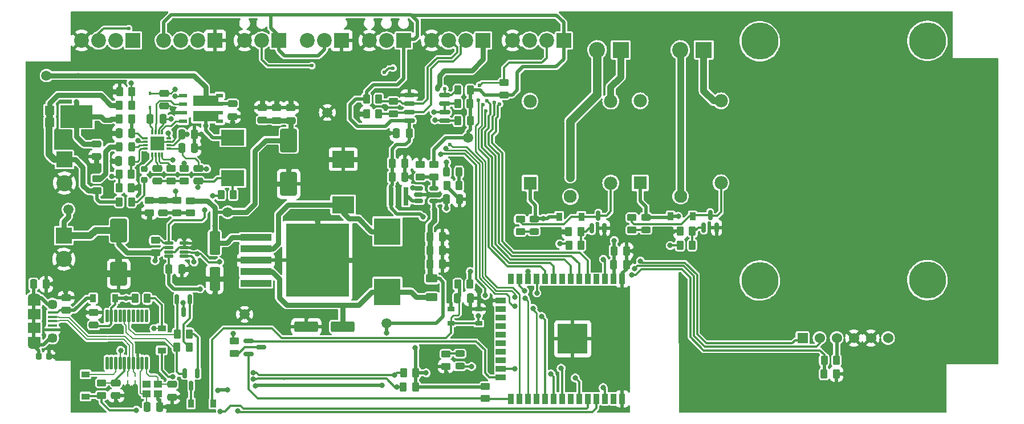
<source format=gbr>
G04 #@! TF.GenerationSoftware,KiCad,Pcbnew,(6.0.7-1)-1*
G04 #@! TF.CreationDate,2022-11-14T13:05:58+03:00*
G04 #@! TF.ProjectId,mkulima_hardware,6d6b756c-696d-4615-9f68-617264776172,rev?*
G04 #@! TF.SameCoordinates,Original*
G04 #@! TF.FileFunction,Copper,L1,Top*
G04 #@! TF.FilePolarity,Positive*
%FSLAX46Y46*%
G04 Gerber Fmt 4.6, Leading zero omitted, Abs format (unit mm)*
G04 Created by KiCad (PCBNEW (6.0.7-1)-1) date 2022-11-14 13:05:58*
%MOMM*%
%LPD*%
G01*
G04 APERTURE LIST*
G04 Aperture macros list*
%AMRoundRect*
0 Rectangle with rounded corners*
0 $1 Rounding radius*
0 $2 $3 $4 $5 $6 $7 $8 $9 X,Y pos of 4 corners*
0 Add a 4 corners polygon primitive as box body*
4,1,4,$2,$3,$4,$5,$6,$7,$8,$9,$2,$3,0*
0 Add four circle primitives for the rounded corners*
1,1,$1+$1,$2,$3*
1,1,$1+$1,$4,$5*
1,1,$1+$1,$6,$7*
1,1,$1+$1,$8,$9*
0 Add four rect primitives between the rounded corners*
20,1,$1+$1,$2,$3,$4,$5,0*
20,1,$1+$1,$4,$5,$6,$7,0*
20,1,$1+$1,$6,$7,$8,$9,0*
20,1,$1+$1,$8,$9,$2,$3,0*%
G04 Aperture macros list end*
G04 #@! TA.AperFunction,SMDPad,CuDef*
%ADD10RoundRect,0.250000X0.262500X0.450000X-0.262500X0.450000X-0.262500X-0.450000X0.262500X-0.450000X0*%
G04 #@! TD*
G04 #@! TA.AperFunction,SMDPad,CuDef*
%ADD11R,3.300000X2.500000*%
G04 #@! TD*
G04 #@! TA.AperFunction,ComponentPad*
%ADD12C,5.500000*%
G04 #@! TD*
G04 #@! TA.AperFunction,ComponentPad*
%ADD13R,1.524000X1.524000*%
G04 #@! TD*
G04 #@! TA.AperFunction,ComponentPad*
%ADD14C,1.524000*%
G04 #@! TD*
G04 #@! TA.AperFunction,SMDPad,CuDef*
%ADD15RoundRect,0.250000X-0.250000X-0.475000X0.250000X-0.475000X0.250000X0.475000X-0.250000X0.475000X0*%
G04 #@! TD*
G04 #@! TA.AperFunction,SMDPad,CuDef*
%ADD16RoundRect,0.243750X0.456250X-0.243750X0.456250X0.243750X-0.456250X0.243750X-0.456250X-0.243750X0*%
G04 #@! TD*
G04 #@! TA.AperFunction,SMDPad,CuDef*
%ADD17RoundRect,0.250000X0.450000X-0.262500X0.450000X0.262500X-0.450000X0.262500X-0.450000X-0.262500X0*%
G04 #@! TD*
G04 #@! TA.AperFunction,ComponentPad*
%ADD18R,2.200000X2.200000*%
G04 #@! TD*
G04 #@! TA.AperFunction,ComponentPad*
%ADD19C,2.200000*%
G04 #@! TD*
G04 #@! TA.AperFunction,SMDPad,CuDef*
%ADD20R,4.000000X4.000000*%
G04 #@! TD*
G04 #@! TA.AperFunction,SMDPad,CuDef*
%ADD21RoundRect,0.250000X0.475000X-0.250000X0.475000X0.250000X-0.475000X0.250000X-0.475000X-0.250000X0*%
G04 #@! TD*
G04 #@! TA.AperFunction,SMDPad,CuDef*
%ADD22R,1.350000X0.400000*%
G04 #@! TD*
G04 #@! TA.AperFunction,ComponentPad*
%ADD23O,1.900000X1.200000*%
G04 #@! TD*
G04 #@! TA.AperFunction,SMDPad,CuDef*
%ADD24R,1.900000X1.200000*%
G04 #@! TD*
G04 #@! TA.AperFunction,ComponentPad*
%ADD25C,1.450000*%
G04 #@! TD*
G04 #@! TA.AperFunction,SMDPad,CuDef*
%ADD26R,1.900000X1.500000*%
G04 #@! TD*
G04 #@! TA.AperFunction,SMDPad,CuDef*
%ADD27RoundRect,0.150000X0.150000X-0.587500X0.150000X0.587500X-0.150000X0.587500X-0.150000X-0.587500X0*%
G04 #@! TD*
G04 #@! TA.AperFunction,SMDPad,CuDef*
%ADD28RoundRect,0.250000X-0.450000X0.262500X-0.450000X-0.262500X0.450000X-0.262500X0.450000X0.262500X0*%
G04 #@! TD*
G04 #@! TA.AperFunction,SMDPad,CuDef*
%ADD29C,1.500000*%
G04 #@! TD*
G04 #@! TA.AperFunction,SMDPad,CuDef*
%ADD30RoundRect,0.250000X-0.262500X-0.450000X0.262500X-0.450000X0.262500X0.450000X-0.262500X0.450000X0*%
G04 #@! TD*
G04 #@! TA.AperFunction,SMDPad,CuDef*
%ADD31R,1.400000X1.390000*%
G04 #@! TD*
G04 #@! TA.AperFunction,SMDPad,CuDef*
%ADD32R,4.860000X3.360000*%
G04 #@! TD*
G04 #@! TA.AperFunction,SMDPad,CuDef*
%ADD33R,1.150000X1.000000*%
G04 #@! TD*
G04 #@! TA.AperFunction,SMDPad,CuDef*
%ADD34RoundRect,0.250000X0.250000X0.475000X-0.250000X0.475000X-0.250000X-0.475000X0.250000X-0.475000X0*%
G04 #@! TD*
G04 #@! TA.AperFunction,SMDPad,CuDef*
%ADD35R,3.500000X2.350000*%
G04 #@! TD*
G04 #@! TA.AperFunction,ComponentPad*
%ADD36R,1.980000X1.980000*%
G04 #@! TD*
G04 #@! TA.AperFunction,ComponentPad*
%ADD37C,1.980000*%
G04 #@! TD*
G04 #@! TA.AperFunction,ComponentPad*
%ADD38C,1.935000*%
G04 #@! TD*
G04 #@! TA.AperFunction,SMDPad,CuDef*
%ADD39R,0.900000X1.500000*%
G04 #@! TD*
G04 #@! TA.AperFunction,SMDPad,CuDef*
%ADD40R,1.500000X0.900000*%
G04 #@! TD*
G04 #@! TA.AperFunction,SMDPad,CuDef*
%ADD41R,4.500000X4.500000*%
G04 #@! TD*
G04 #@! TA.AperFunction,ComponentPad*
%ADD42R,2.400000X2.400000*%
G04 #@! TD*
G04 #@! TA.AperFunction,ComponentPad*
%ADD43C,2.400000*%
G04 #@! TD*
G04 #@! TA.AperFunction,SMDPad,CuDef*
%ADD44R,0.800000X2.700000*%
G04 #@! TD*
G04 #@! TA.AperFunction,SMDPad,CuDef*
%ADD45RoundRect,0.243750X0.243750X0.456250X-0.243750X0.456250X-0.243750X-0.456250X0.243750X-0.456250X0*%
G04 #@! TD*
G04 #@! TA.AperFunction,SMDPad,CuDef*
%ADD46R,1.200000X0.900000*%
G04 #@! TD*
G04 #@! TA.AperFunction,SMDPad,CuDef*
%ADD47RoundRect,0.150000X0.675000X0.150000X-0.675000X0.150000X-0.675000X-0.150000X0.675000X-0.150000X0*%
G04 #@! TD*
G04 #@! TA.AperFunction,SMDPad,CuDef*
%ADD48R,0.900000X1.200000*%
G04 #@! TD*
G04 #@! TA.AperFunction,SMDPad,CuDef*
%ADD49R,0.800000X0.300000*%
G04 #@! TD*
G04 #@! TA.AperFunction,SMDPad,CuDef*
%ADD50R,0.300000X0.800000*%
G04 #@! TD*
G04 #@! TA.AperFunction,SMDPad,CuDef*
%ADD51R,2.000000X2.000000*%
G04 #@! TD*
G04 #@! TA.AperFunction,SMDPad,CuDef*
%ADD52RoundRect,0.250000X-0.475000X0.250000X-0.475000X-0.250000X0.475000X-0.250000X0.475000X0.250000X0*%
G04 #@! TD*
G04 #@! TA.AperFunction,SMDPad,CuDef*
%ADD53RoundRect,0.250000X-1.000000X1.500000X-1.000000X-1.500000X1.000000X-1.500000X1.000000X1.500000X0*%
G04 #@! TD*
G04 #@! TA.AperFunction,SMDPad,CuDef*
%ADD54R,1.270000X0.610000*%
G04 #@! TD*
G04 #@! TA.AperFunction,SMDPad,CuDef*
%ADD55R,1.020000X0.610000*%
G04 #@! TD*
G04 #@! TA.AperFunction,SMDPad,CuDef*
%ADD56R,3.810000X1.650000*%
G04 #@! TD*
G04 #@! TA.AperFunction,SMDPad,CuDef*
%ADD57RoundRect,0.250000X-0.625000X0.375000X-0.625000X-0.375000X0.625000X-0.375000X0.625000X0.375000X0*%
G04 #@! TD*
G04 #@! TA.AperFunction,SMDPad,CuDef*
%ADD58R,0.450000X0.600000*%
G04 #@! TD*
G04 #@! TA.AperFunction,SMDPad,CuDef*
%ADD59R,4.600000X1.100000*%
G04 #@! TD*
G04 #@! TA.AperFunction,SMDPad,CuDef*
%ADD60R,9.400000X10.800000*%
G04 #@! TD*
G04 #@! TA.AperFunction,SMDPad,CuDef*
%ADD61RoundRect,0.218750X-0.218750X-0.256250X0.218750X-0.256250X0.218750X0.256250X-0.218750X0.256250X0*%
G04 #@! TD*
G04 #@! TA.AperFunction,SMDPad,CuDef*
%ADD62R,0.250000X0.360000*%
G04 #@! TD*
G04 #@! TA.AperFunction,SMDPad,CuDef*
%ADD63RoundRect,0.218750X-0.256250X0.218750X-0.256250X-0.218750X0.256250X-0.218750X0.256250X0.218750X0*%
G04 #@! TD*
G04 #@! TA.AperFunction,SMDPad,CuDef*
%ADD64RoundRect,0.112500X0.112500X-0.837500X0.112500X0.837500X-0.112500X0.837500X-0.112500X-0.837500X0*%
G04 #@! TD*
G04 #@! TA.AperFunction,SMDPad,CuDef*
%ADD65RoundRect,0.150000X-0.587500X-0.150000X0.587500X-0.150000X0.587500X0.150000X-0.587500X0.150000X0*%
G04 #@! TD*
G04 #@! TA.AperFunction,SMDPad,CuDef*
%ADD66RoundRect,0.243750X-0.456250X0.243750X-0.456250X-0.243750X0.456250X-0.243750X0.456250X0.243750X0*%
G04 #@! TD*
G04 #@! TA.AperFunction,SMDPad,CuDef*
%ADD67R,1.050000X0.650000*%
G04 #@! TD*
G04 #@! TA.AperFunction,SMDPad,CuDef*
%ADD68RoundRect,0.250000X1.500000X0.550000X-1.500000X0.550000X-1.500000X-0.550000X1.500000X-0.550000X0*%
G04 #@! TD*
G04 #@! TA.AperFunction,SMDPad,CuDef*
%ADD69RoundRect,0.107500X-0.555000X-0.107500X0.555000X-0.107500X0.555000X0.107500X-0.555000X0.107500X0*%
G04 #@! TD*
G04 #@! TA.AperFunction,SMDPad,CuDef*
%ADD70RoundRect,0.150000X-0.150000X0.587500X-0.150000X-0.587500X0.150000X-0.587500X0.150000X0.587500X0*%
G04 #@! TD*
G04 #@! TA.AperFunction,SMDPad,CuDef*
%ADD71RoundRect,0.150000X-0.512500X-0.150000X0.512500X-0.150000X0.512500X0.150000X-0.512500X0.150000X0*%
G04 #@! TD*
G04 #@! TA.AperFunction,SMDPad,CuDef*
%ADD72RoundRect,0.250000X-0.550000X1.500000X-0.550000X-1.500000X0.550000X-1.500000X0.550000X1.500000X0*%
G04 #@! TD*
G04 #@! TA.AperFunction,ViaPad*
%ADD73C,0.600000*%
G04 #@! TD*
G04 #@! TA.AperFunction,ViaPad*
%ADD74C,0.800000*%
G04 #@! TD*
G04 #@! TA.AperFunction,Conductor*
%ADD75C,1.270000*%
G04 #@! TD*
G04 #@! TA.AperFunction,Conductor*
%ADD76C,0.254000*%
G04 #@! TD*
G04 #@! TA.AperFunction,Conductor*
%ADD77C,0.304800*%
G04 #@! TD*
G04 #@! TA.AperFunction,Conductor*
%ADD78C,0.762000*%
G04 #@! TD*
G04 #@! TA.AperFunction,Conductor*
%ADD79C,1.016000*%
G04 #@! TD*
G04 #@! TA.AperFunction,Conductor*
%ADD80C,0.508000*%
G04 #@! TD*
G04 #@! TA.AperFunction,Conductor*
%ADD81C,0.203200*%
G04 #@! TD*
G04 #@! TA.AperFunction,Conductor*
%ADD82C,0.250000*%
G04 #@! TD*
G04 #@! TA.AperFunction,Conductor*
%ADD83C,0.200000*%
G04 #@! TD*
G04 APERTURE END LIST*
D10*
X172305000Y-99732500D03*
X170480000Y-99732500D03*
D11*
X120450000Y-95800000D03*
X120450000Y-89000000D03*
D12*
X182310000Y-71460000D03*
X207200000Y-71400000D03*
X182310000Y-107060000D03*
X207200000Y-107000000D03*
D13*
X188650000Y-115600000D03*
D14*
X191190000Y-115600000D03*
X193730000Y-115600000D03*
X196270000Y-115600000D03*
X198810000Y-115600000D03*
X201350000Y-115600000D03*
D15*
X135782500Y-94950000D03*
X137682500Y-94950000D03*
X137412500Y-109660000D03*
X139312500Y-109660000D03*
D16*
X165370000Y-99507500D03*
X165370000Y-97632500D03*
D17*
X95743750Y-96975000D03*
X95743750Y-95150000D03*
D18*
X153215000Y-71350000D03*
D19*
X150675000Y-71350000D03*
X148135000Y-71350000D03*
X145595000Y-71350000D03*
D20*
X127012500Y-99750000D03*
X127012500Y-108750000D03*
D21*
X79300000Y-111500000D03*
X79300000Y-109600000D03*
X93693750Y-97012500D03*
X93693750Y-95112500D03*
D22*
X77262500Y-111800000D03*
X77262500Y-112450000D03*
X77262500Y-113100000D03*
X77262500Y-113750000D03*
X77262500Y-114400000D03*
D23*
X74562500Y-116600000D03*
D24*
X74562500Y-110200000D03*
D23*
X74562500Y-109600000D03*
D25*
X77262500Y-110600000D03*
D26*
X74562500Y-112100000D03*
D25*
X77262500Y-115600000D03*
D26*
X74562500Y-114100000D03*
D24*
X74562500Y-116000000D03*
D27*
X157370000Y-99270000D03*
X159270000Y-99270000D03*
X158320000Y-97395000D03*
D28*
X141550000Y-122805000D03*
X141550000Y-124630000D03*
D29*
X118100000Y-82050000D03*
D15*
X96462500Y-85300000D03*
X98362500Y-85300000D03*
D30*
X170450000Y-101792500D03*
X172275000Y-101792500D03*
D31*
X76878500Y-81730000D03*
X76878500Y-83570000D03*
D32*
X80860500Y-82650000D03*
D33*
X91225000Y-123900000D03*
X92975000Y-123900000D03*
X92975000Y-122500000D03*
X91225000Y-122500000D03*
D34*
X89012500Y-89250000D03*
X87112500Y-89250000D03*
X89062500Y-85150000D03*
X87162500Y-85150000D03*
D35*
X104062500Y-85775000D03*
X104062500Y-91825000D03*
D18*
X129410000Y-71350000D03*
D19*
X126870000Y-71350000D03*
X124330000Y-71350000D03*
D36*
X148180000Y-92570000D03*
D37*
X160180000Y-92570000D03*
D38*
X154180000Y-94570000D03*
D37*
X148180000Y-80370000D03*
X160180000Y-80370000D03*
D39*
X161867500Y-106847500D03*
X160597500Y-106847500D03*
X159327500Y-106847500D03*
X158057500Y-106847500D03*
X156787500Y-106847500D03*
X155517500Y-106847500D03*
X154247500Y-106847500D03*
X152977500Y-106847500D03*
X151707500Y-106847500D03*
X150437500Y-106847500D03*
X149167500Y-106847500D03*
X147897500Y-106847500D03*
X146627500Y-106847500D03*
X145357500Y-106847500D03*
D40*
X143857500Y-110022500D03*
X143857500Y-111292500D03*
X143857500Y-112562500D03*
X143857500Y-113832500D03*
X143857500Y-115102500D03*
X143857500Y-116372500D03*
X143857500Y-117642500D03*
X143857500Y-118912500D03*
X143857500Y-120182500D03*
X143857500Y-121452500D03*
D39*
X145357500Y-124647500D03*
X146627500Y-124647500D03*
X147897500Y-124647500D03*
X149167500Y-124647500D03*
X150437500Y-124647500D03*
X151707500Y-124647500D03*
X152977500Y-124647500D03*
X154247500Y-124647500D03*
X155517500Y-124647500D03*
X156787500Y-124647500D03*
X158057500Y-124647500D03*
X159327500Y-124647500D03*
X160597500Y-124647500D03*
X161867500Y-124647500D03*
D41*
X154527500Y-115737500D03*
D18*
X141230000Y-71350000D03*
D19*
X138690000Y-71350000D03*
X136150000Y-71350000D03*
X133610000Y-71350000D03*
D21*
X98912500Y-92250000D03*
X98912500Y-90350000D03*
D15*
X74450000Y-107600000D03*
X76350000Y-107600000D03*
D10*
X137645000Y-92950000D03*
X135820000Y-92950000D03*
D42*
X79050000Y-89050000D03*
D43*
X79050000Y-92550000D03*
D21*
X108450000Y-83200000D03*
X108450000Y-81300000D03*
D42*
X174000000Y-72750000D03*
D43*
X170500000Y-72750000D03*
D17*
X96862500Y-92212500D03*
X96862500Y-90387500D03*
D44*
X129750000Y-94550000D03*
X127550000Y-94550000D03*
D45*
X89012500Y-87200000D03*
X87137500Y-87200000D03*
D30*
X153957500Y-101782500D03*
X155782500Y-101782500D03*
D46*
X82180000Y-121000000D03*
X82180000Y-124300000D03*
D47*
X135505000Y-83265000D03*
X135505000Y-81995000D03*
X135505000Y-80725000D03*
X135505000Y-79455000D03*
X130255000Y-79455000D03*
X130255000Y-80725000D03*
X130255000Y-81995000D03*
X130255000Y-83265000D03*
D48*
X86610000Y-109690000D03*
X83310000Y-109690000D03*
D49*
X91112500Y-85900000D03*
X91112500Y-86400000D03*
X91112500Y-86900000D03*
X91112500Y-87400000D03*
D50*
X92062500Y-88350000D03*
X92562500Y-88350000D03*
X93062500Y-88350000D03*
X93562500Y-88350000D03*
D49*
X94512500Y-87400000D03*
X94512500Y-86900000D03*
X94512500Y-86400000D03*
X94512500Y-85900000D03*
D50*
X93562500Y-84950000D03*
X93062500Y-84950000D03*
X92562500Y-84950000D03*
X92062500Y-84950000D03*
D51*
X92812500Y-86650000D03*
D30*
X87200000Y-83050000D03*
X89025000Y-83050000D03*
D10*
X193692500Y-118910000D03*
X191867500Y-118910000D03*
D30*
X191857500Y-120950000D03*
X193682500Y-120950000D03*
D52*
X95030000Y-122510000D03*
X95030000Y-124410000D03*
D53*
X112350000Y-86200000D03*
X112350000Y-92700000D03*
D15*
X128350000Y-85150000D03*
X130250000Y-85150000D03*
D30*
X87200000Y-80950000D03*
X89025000Y-80950000D03*
D15*
X133290000Y-102600000D03*
X135190000Y-102600000D03*
D17*
X83875000Y-93712500D03*
X83875000Y-91887500D03*
D54*
X96655000Y-79545000D03*
X96655000Y-80815000D03*
X96655000Y-82085000D03*
X96655000Y-83355000D03*
D55*
X102120000Y-83355000D03*
X102120000Y-82085000D03*
X102120000Y-80815000D03*
X102120000Y-79545000D03*
D56*
X100015000Y-80320000D03*
X100015000Y-82580000D03*
D28*
X135700000Y-117987500D03*
X135700000Y-119812500D03*
D15*
X127700000Y-91650000D03*
X129600000Y-91650000D03*
D30*
X87187500Y-95350000D03*
X89012500Y-95350000D03*
D57*
X133590000Y-106750000D03*
X133590000Y-109550000D03*
D58*
X91762500Y-81300000D03*
X91762500Y-79200000D03*
D34*
X93662500Y-83000000D03*
X91762500Y-83000000D03*
D17*
X133900000Y-91650000D03*
X133900000Y-89825000D03*
D59*
X107487500Y-100650000D03*
X107487500Y-102350000D03*
X107487500Y-104050000D03*
D60*
X116637500Y-104050000D03*
D59*
X107487500Y-105750000D03*
X107487500Y-107450000D03*
D29*
X79650000Y-96500000D03*
D61*
X75200000Y-118350000D03*
X76775000Y-118350000D03*
D62*
X89530000Y-122060000D03*
X89530000Y-121220000D03*
D63*
X90912500Y-90512500D03*
X90912500Y-92087500D03*
D10*
X97590000Y-116990000D03*
X95765000Y-116990000D03*
D48*
X169050000Y-97482500D03*
X172350000Y-97482500D03*
D21*
X83400000Y-113700000D03*
X83400000Y-111800000D03*
D10*
X155732500Y-99752500D03*
X153907500Y-99752500D03*
D17*
X131900000Y-91650000D03*
X131900000Y-89825000D03*
D64*
X85380000Y-119310000D03*
X86030000Y-119310000D03*
X86680000Y-119310000D03*
X87330000Y-119310000D03*
X87980000Y-119310000D03*
X88630000Y-119310000D03*
X89280000Y-119310000D03*
X89930000Y-119310000D03*
X90580000Y-119310000D03*
X91230000Y-119310000D03*
X91230000Y-112310000D03*
X90580000Y-112310000D03*
X89930000Y-112310000D03*
X89280000Y-112310000D03*
X88630000Y-112310000D03*
X87980000Y-112310000D03*
X87330000Y-112310000D03*
X86680000Y-112310000D03*
X86030000Y-112310000D03*
X85380000Y-112310000D03*
D52*
X86710000Y-122270000D03*
X86710000Y-124170000D03*
X83825000Y-86750000D03*
X83825000Y-88650000D03*
D29*
X139000000Y-85800000D03*
D30*
X87150000Y-93250000D03*
X88975000Y-93250000D03*
D65*
X106362500Y-116062500D03*
X106362500Y-117962500D03*
X108237500Y-117012500D03*
D21*
X112650000Y-83250000D03*
X112650000Y-81350000D03*
D10*
X139282500Y-80730000D03*
X137457500Y-80730000D03*
D42*
X161650000Y-72750000D03*
D43*
X158150000Y-72750000D03*
D66*
X137780000Y-117932500D03*
X137780000Y-119807500D03*
D15*
X94575000Y-105362500D03*
X96475000Y-105362500D03*
D67*
X136435000Y-111285000D03*
X140585000Y-111285000D03*
X140585000Y-113435000D03*
X136435000Y-113435000D03*
D15*
X91290000Y-125850000D03*
X93190000Y-125850000D03*
D29*
X105800000Y-112100000D03*
D52*
X104012500Y-80750000D03*
X104012500Y-82650000D03*
X93862500Y-79200000D03*
X93862500Y-81100000D03*
D17*
X127860000Y-82232500D03*
X127860000Y-80407500D03*
D28*
X94862500Y-90387500D03*
X94862500Y-92212500D03*
D27*
X173990000Y-99180000D03*
X175890000Y-99180000D03*
X174940000Y-97305000D03*
D45*
X137657500Y-90900000D03*
X135782500Y-90900000D03*
D10*
X88975000Y-91250000D03*
X87150000Y-91250000D03*
D18*
X120220000Y-71340000D03*
D19*
X117680000Y-71340000D03*
X115140000Y-71340000D03*
D29*
X76375000Y-76550000D03*
D28*
X92575000Y-101087500D03*
X92575000Y-102912500D03*
X91656250Y-95150000D03*
X91656250Y-96975000D03*
D68*
X120360000Y-113920000D03*
X114960000Y-113920000D03*
D69*
X94575000Y-101512500D03*
X94575000Y-102162500D03*
X94575000Y-102812500D03*
X94575000Y-103462500D03*
X96850000Y-103462500D03*
X96850000Y-102812500D03*
X96850000Y-102162500D03*
X96850000Y-101512500D03*
D15*
X133290000Y-100550000D03*
X135190000Y-100550000D03*
D18*
X89240000Y-71350000D03*
D19*
X86700000Y-71350000D03*
X84160000Y-71350000D03*
X81620000Y-71350000D03*
D17*
X144340000Y-79432500D03*
X144340000Y-77607500D03*
D62*
X88450000Y-122070000D03*
X88450000Y-121230000D03*
D10*
X139302500Y-83280000D03*
X137477500Y-83280000D03*
D29*
X126850000Y-113450000D03*
D18*
X101415000Y-71350000D03*
D19*
X98875000Y-71350000D03*
X96335000Y-71350000D03*
X93795000Y-71350000D03*
D29*
X103305000Y-96900000D03*
D17*
X104250000Y-117875000D03*
X104250000Y-116050000D03*
D53*
X87125000Y-99575000D03*
X87125000Y-106075000D03*
D10*
X139292500Y-78740000D03*
X137467500Y-78740000D03*
D28*
X146750000Y-97947500D03*
X146750000Y-99772500D03*
D15*
X96462500Y-87350000D03*
X98362500Y-87350000D03*
D10*
X89062500Y-78950000D03*
X87237500Y-78950000D03*
D15*
X133290000Y-104650000D03*
X135190000Y-104650000D03*
D42*
X78950000Y-100375000D03*
D43*
X78950000Y-103875000D03*
D30*
X123887500Y-80040000D03*
X125712500Y-80040000D03*
D28*
X97800000Y-95187500D03*
X97800000Y-97012500D03*
D18*
X110890000Y-71350000D03*
D19*
X108350000Y-71350000D03*
X105810000Y-71350000D03*
D52*
X92812500Y-90350000D03*
X92812500Y-92250000D03*
D48*
X97850000Y-125350000D03*
X101150000Y-125350000D03*
D30*
X89540000Y-109710000D03*
X91365000Y-109710000D03*
X102300000Y-94300000D03*
X104125000Y-94300000D03*
D48*
X152520000Y-97552500D03*
X155820000Y-97552500D03*
D16*
X148780000Y-99760000D03*
X148780000Y-97885000D03*
D70*
X98800000Y-120842500D03*
X96900000Y-120842500D03*
X97850000Y-122717500D03*
D28*
X163310000Y-97697500D03*
X163310000Y-99522500D03*
D71*
X131662500Y-93350000D03*
X131662500Y-94300000D03*
X131662500Y-95250000D03*
X133937500Y-95250000D03*
X133937500Y-93350000D03*
D28*
X84560000Y-122307500D03*
X84560000Y-124132500D03*
D10*
X131202500Y-122880000D03*
X129377500Y-122880000D03*
D15*
X160600000Y-104690000D03*
X162500000Y-104690000D03*
D46*
X93490000Y-117450000D03*
X93490000Y-114150000D03*
D10*
X125742500Y-82290000D03*
X123917500Y-82290000D03*
D72*
X101375000Y-101450000D03*
X101375000Y-106850000D03*
D15*
X127700000Y-89600000D03*
X129600000Y-89600000D03*
D10*
X97600000Y-115000000D03*
X95775000Y-115000000D03*
D70*
X97660000Y-109872500D03*
X95760000Y-109872500D03*
X96710000Y-111747500D03*
D10*
X131212500Y-120800000D03*
X129387500Y-120800000D03*
X139275000Y-107600000D03*
X137450000Y-107600000D03*
D21*
X110550000Y-83250000D03*
X110550000Y-81350000D03*
D15*
X160630000Y-102650000D03*
X162530000Y-102650000D03*
D36*
X164550000Y-92520000D03*
D37*
X176550000Y-92520000D03*
D38*
X170550000Y-94520000D03*
D37*
X164550000Y-80320000D03*
X176550000Y-80320000D03*
D73*
X127200000Y-104800000D03*
X126100000Y-104800000D03*
X126250000Y-103650000D03*
X127250000Y-103700000D03*
X124150000Y-106400000D03*
X123050000Y-106400000D03*
X123200000Y-105250000D03*
X124200000Y-105300000D03*
X123600000Y-102000000D03*
X122500000Y-102000000D03*
X122650000Y-100850000D03*
X123650000Y-100900000D03*
X131350000Y-106500000D03*
X130250000Y-106500000D03*
X130400000Y-105350000D03*
X131400000Y-105400000D03*
X131100000Y-103600000D03*
X130000000Y-103600000D03*
X130150000Y-102450000D03*
X131150000Y-102500000D03*
X131250000Y-100450000D03*
X130150000Y-100450000D03*
X130300000Y-99300000D03*
X131300000Y-99350000D03*
D74*
X85150000Y-106000000D03*
D73*
X124950000Y-93550000D03*
X151200000Y-101500000D03*
D74*
X77700000Y-118400000D03*
X86100000Y-78900000D03*
X95082012Y-81503128D03*
X122700000Y-82300000D03*
X131900000Y-88750000D03*
X115000000Y-112450000D03*
X142450000Y-110000000D03*
X98100000Y-102150000D03*
X99350000Y-85300000D03*
X82200000Y-111800000D03*
X86750000Y-125200000D03*
X86150000Y-89300000D03*
X108437500Y-80250000D03*
X110350000Y-92550000D03*
D73*
X125850000Y-95950000D03*
D74*
X100100000Y-106850000D03*
X89550000Y-122800000D03*
X85950000Y-85250000D03*
X136350000Y-102800000D03*
D73*
X125800000Y-97050000D03*
D74*
X130500000Y-91650000D03*
D73*
X125850000Y-94700000D03*
X124950000Y-94700000D03*
D74*
X101400000Y-109050000D03*
X163550000Y-104050000D03*
X112450000Y-90250000D03*
X112350000Y-113950000D03*
D73*
X124950000Y-92500000D03*
D74*
X159250000Y-100450000D03*
X135750000Y-120850000D03*
D73*
X90150000Y-117450000D03*
D74*
X97450000Y-105400000D03*
X169400000Y-99800000D03*
X136400000Y-104650000D03*
X77350000Y-107600000D03*
X94250000Y-125850000D03*
X91700000Y-97900000D03*
X133150000Y-94300000D03*
X96850000Y-100800000D03*
X118150000Y-89000000D03*
X96250000Y-124400000D03*
X99450000Y-87350000D03*
X122700000Y-89000000D03*
X129650000Y-88300000D03*
X79250000Y-108650000D03*
X89850000Y-93200000D03*
X104400000Y-104000000D03*
X88950000Y-106050000D03*
X127300000Y-85150000D03*
X112637500Y-80300000D03*
D73*
X125850000Y-93550000D03*
X125850000Y-92550000D03*
D74*
X88450000Y-122800000D03*
X102650000Y-106800000D03*
D73*
X122250000Y-104050000D03*
X116500000Y-98000000D03*
X124850000Y-95900000D03*
D74*
X136450000Y-100950000D03*
X163550000Y-102650000D03*
X104000000Y-83550000D03*
X83800000Y-89850000D03*
D73*
X124700000Y-97050000D03*
D74*
X87100000Y-103550000D03*
X95380155Y-84655134D03*
X110587500Y-80300000D03*
X194900000Y-120950000D03*
X98900000Y-93200000D03*
X97263000Y-85300000D03*
X94850000Y-83000000D03*
X100015000Y-84065000D03*
X95450000Y-79650000D03*
D73*
X134400000Y-78550000D03*
D74*
X101375000Y-98925000D03*
D73*
X109400000Y-86200000D03*
D74*
X92500000Y-104100000D03*
X95450000Y-78650497D03*
X94488122Y-85106004D03*
X80800000Y-80480500D03*
X81050000Y-76550000D03*
X139300000Y-105700000D03*
X160700000Y-101100000D03*
X99200000Y-108300000D03*
X131150000Y-117050000D03*
X132300000Y-97600000D03*
X132750000Y-120800000D03*
X95600000Y-93750000D03*
X95150000Y-89150000D03*
X159100000Y-103900000D03*
X140500000Y-112300000D03*
X88210000Y-109690000D03*
X134000000Y-96500000D03*
X101798100Y-123400000D03*
X126200000Y-122650000D03*
X135750000Y-96300000D03*
X126850000Y-114848100D03*
X170200000Y-97500000D03*
X135800000Y-89450000D03*
X103301900Y-123350000D03*
X130749502Y-93300000D03*
X150200000Y-97800000D03*
X107381228Y-122712731D03*
X139500000Y-119850000D03*
X151300000Y-120950000D03*
X102200000Y-126500000D03*
X89750000Y-126350000D03*
X104750000Y-126450000D03*
X95150000Y-121400000D03*
X92350000Y-114200000D03*
X87400000Y-117450000D03*
X164600000Y-104152900D03*
X152800000Y-120100000D03*
X163750000Y-105300000D03*
X145903000Y-120150000D03*
D73*
X141800000Y-80300000D03*
X142902278Y-80550528D03*
X115791900Y-75089037D03*
X126589037Y-76060963D03*
X143666841Y-80784294D03*
X127835963Y-75464037D03*
D74*
X154180000Y-91730000D03*
X104150000Y-114900000D03*
X96700000Y-110400000D03*
X86100000Y-91550000D03*
X96841242Y-89595861D03*
X88950000Y-77650000D03*
X89930638Y-86237517D03*
X149200000Y-108900000D03*
X163250000Y-106201900D03*
X147500000Y-109700000D03*
X145903000Y-109562299D03*
D73*
X135550000Y-78500000D03*
X136313072Y-86792184D03*
D74*
X134950000Y-88250000D03*
X133950000Y-82000000D03*
X141550000Y-109250000D03*
X149893300Y-112400000D03*
X148622000Y-111198620D03*
X145903000Y-110850000D03*
X134050000Y-83200000D03*
X135650000Y-87400000D03*
D73*
X140700000Y-77986500D03*
X140550000Y-80250000D03*
D74*
X169000000Y-101850000D03*
X147400000Y-108600000D03*
X147897500Y-105671500D03*
X152600000Y-101600000D03*
D73*
X141624500Y-81800000D03*
X88600000Y-69574500D03*
X141174500Y-80907345D03*
D74*
X99900000Y-96550000D03*
X101100000Y-94450000D03*
X100150000Y-90450000D03*
X128050000Y-121150000D03*
X107114400Y-120750000D03*
X98300000Y-104300000D03*
X159050000Y-123000000D03*
X154900000Y-121550000D03*
X98800000Y-103100000D03*
X128400000Y-122900000D03*
X107114400Y-121749503D03*
X102081674Y-104281674D03*
D75*
X158150000Y-72850000D02*
X158150000Y-79350000D01*
X158150000Y-79350000D02*
X154150000Y-83350000D01*
X154150000Y-83350000D02*
X154150000Y-91700000D01*
X154150000Y-91700000D02*
X154180000Y-91730000D01*
D76*
X92812500Y-89662500D02*
X92812500Y-90350000D01*
X92562500Y-89412500D02*
X92812500Y-89662500D01*
X92562500Y-88350000D02*
X92562500Y-89412500D01*
D77*
X96862500Y-92212500D02*
X92850000Y-92212500D01*
D76*
X91112500Y-87400000D02*
X90400000Y-87400000D01*
D77*
X88975000Y-91250000D02*
X88975000Y-89287500D01*
D76*
X90100000Y-87700000D02*
X90100000Y-89150000D01*
X90100000Y-89150000D02*
X89850000Y-89400000D01*
X89850000Y-89400000D02*
X89162500Y-89400000D01*
X90400000Y-87400000D02*
X90100000Y-87700000D01*
D78*
X123917500Y-82290000D02*
X122710000Y-82290000D01*
X102600000Y-106850000D02*
X102650000Y-106800000D01*
X112650000Y-80312500D02*
X112637500Y-80300000D01*
X112650000Y-81350000D02*
X112650000Y-80312500D01*
D79*
X87100000Y-103550000D02*
X87125000Y-103575000D01*
D80*
X92975000Y-124725000D02*
X93200000Y-124950000D01*
D78*
X152197500Y-99752500D02*
X151900000Y-100050000D01*
X116637500Y-104050000D02*
X122250000Y-104050000D01*
D80*
X129600000Y-91650000D02*
X130500000Y-91650000D01*
D78*
X86200000Y-89250000D02*
X86150000Y-89300000D01*
X89800000Y-93250000D02*
X89850000Y-93200000D01*
D80*
X169467500Y-99732500D02*
X169400000Y-99800000D01*
D78*
X135190000Y-100550000D02*
X136050000Y-100550000D01*
D80*
X163550000Y-104050000D02*
X162910000Y-104690000D01*
D79*
X85225000Y-106075000D02*
X85150000Y-106000000D01*
X88925000Y-106075000D02*
X88950000Y-106050000D01*
D78*
X153907500Y-99752500D02*
X152197500Y-99752500D01*
D80*
X114960000Y-112490000D02*
X115000000Y-112450000D01*
X162910000Y-104690000D02*
X162500000Y-104690000D01*
D78*
X87237500Y-78950000D02*
X86150000Y-78950000D01*
X151900000Y-100050000D02*
X151200000Y-100750000D01*
D80*
X170480000Y-99732500D02*
X169467500Y-99732500D01*
D78*
X116637500Y-104050000D02*
X116637500Y-98137500D01*
D80*
X95030000Y-124410000D02*
X96240000Y-124410000D01*
X86710000Y-125160000D02*
X86750000Y-125200000D01*
D78*
X120450000Y-89000000D02*
X122700000Y-89000000D01*
X101375000Y-106850000D02*
X101375000Y-109025000D01*
X87112500Y-89250000D02*
X86200000Y-89250000D01*
D76*
X94678884Y-81100000D02*
X95082012Y-81503128D01*
D78*
X116637500Y-98137500D02*
X116500000Y-98000000D01*
D80*
X77650000Y-118350000D02*
X77700000Y-118400000D01*
X129600000Y-89600000D02*
X129600000Y-88350000D01*
D77*
X94575000Y-102812500D02*
X95437500Y-102812500D01*
D78*
X101375000Y-106850000D02*
X100100000Y-106850000D01*
D80*
X142472500Y-110022500D02*
X142450000Y-110000000D01*
X104012500Y-82650000D02*
X104012500Y-83537500D01*
D78*
X151200000Y-100750000D02*
X151200000Y-101500000D01*
X135190000Y-104650000D02*
X136400000Y-104650000D01*
D81*
X89530000Y-122780000D02*
X89550000Y-122800000D01*
D80*
X159270000Y-99270000D02*
X159270000Y-100430000D01*
X93190000Y-125850000D02*
X94250000Y-125850000D01*
D77*
X95437500Y-102812500D02*
X96087500Y-102162500D01*
D78*
X86150000Y-78950000D02*
X86100000Y-78900000D01*
X91656250Y-96975000D02*
X91656250Y-97856250D01*
X122710000Y-82290000D02*
X122700000Y-82300000D01*
D77*
X89930000Y-117920000D02*
X90050000Y-117800000D01*
D78*
X108450000Y-80262500D02*
X108437500Y-80250000D01*
X108450000Y-81300000D02*
X108450000Y-80262500D01*
D80*
X93200000Y-124950000D02*
X93200000Y-125840000D01*
X161867500Y-105982500D02*
X161867500Y-106847500D01*
X76350000Y-107600000D02*
X77350000Y-107600000D01*
X92975000Y-123900000D02*
X92975000Y-124725000D01*
X86710000Y-124170000D02*
X86710000Y-125160000D01*
D78*
X101375000Y-106850000D02*
X102600000Y-106850000D01*
D80*
X129600000Y-88350000D02*
X129650000Y-88300000D01*
D76*
X94512500Y-86400000D02*
X95057948Y-86400000D01*
D80*
X143857500Y-110022500D02*
X142472500Y-110022500D01*
X131662500Y-94300000D02*
X133150000Y-94300000D01*
X98362500Y-85300000D02*
X99350000Y-85300000D01*
X135700000Y-120800000D02*
X135750000Y-120850000D01*
X162500000Y-104690000D02*
X162500000Y-105350000D01*
D79*
X87125000Y-106075000D02*
X88925000Y-106075000D01*
D76*
X93862500Y-81100000D02*
X94678884Y-81100000D01*
D78*
X96475000Y-105362500D02*
X97412500Y-105362500D01*
D80*
X128350000Y-85150000D02*
X127300000Y-85150000D01*
D76*
X94512500Y-86400000D02*
X93062500Y-86400000D01*
D77*
X96087500Y-102162500D02*
X96850000Y-102162500D01*
D79*
X87125000Y-106075000D02*
X85225000Y-106075000D01*
X87125000Y-103575000D02*
X87125000Y-106075000D01*
D78*
X83825000Y-88650000D02*
X83825000Y-89825000D01*
X101375000Y-109025000D02*
X101400000Y-109050000D01*
X112350000Y-92700000D02*
X110500000Y-92700000D01*
D80*
X159270000Y-100430000D02*
X159250000Y-100450000D01*
X162500000Y-105350000D02*
X161867500Y-105982500D01*
X131900000Y-89825000D02*
X131900000Y-88750000D01*
D77*
X98087500Y-102162500D02*
X98100000Y-102150000D01*
X90050000Y-117800000D02*
X90150000Y-117700000D01*
X89930000Y-119310000D02*
X89930000Y-117920000D01*
D78*
X97412500Y-105362500D02*
X97450000Y-105400000D01*
D81*
X89530000Y-122060000D02*
X89530000Y-122780000D01*
D78*
X136050000Y-100550000D02*
X136450000Y-100950000D01*
D80*
X129600000Y-91650000D02*
X129600000Y-89600000D01*
X135820000Y-93087500D02*
X137682500Y-94950000D01*
D78*
X86050000Y-85150000D02*
X85950000Y-85250000D01*
D77*
X96850000Y-101512500D02*
X96850000Y-100800000D01*
D80*
X107487500Y-104050000D02*
X104450000Y-104050000D01*
D78*
X110550000Y-81350000D02*
X110550000Y-80337500D01*
D80*
X79250000Y-109600000D02*
X79250000Y-108650000D01*
D78*
X136150000Y-102600000D02*
X136350000Y-102800000D01*
X110500000Y-92700000D02*
X110350000Y-92550000D01*
X91656250Y-97856250D02*
X91700000Y-97900000D01*
X120450000Y-89000000D02*
X118150000Y-89000000D01*
D80*
X135700000Y-119812500D02*
X135700000Y-120800000D01*
X193682500Y-120950000D02*
X194900000Y-120950000D01*
D78*
X83825000Y-89825000D02*
X83800000Y-89850000D01*
X112350000Y-90350000D02*
X112450000Y-90250000D01*
D76*
X95380155Y-86077793D02*
X95380155Y-84655134D01*
D80*
X162530000Y-102650000D02*
X163550000Y-102650000D01*
D76*
X95057948Y-86400000D02*
X95353974Y-86103974D01*
X95353974Y-86103974D02*
X95380155Y-86077793D01*
D81*
X88450000Y-122070000D02*
X88450000Y-122800000D01*
D80*
X114960000Y-113920000D02*
X112380000Y-113920000D01*
X104450000Y-104050000D02*
X104400000Y-104000000D01*
X83400000Y-111800000D02*
X82200000Y-111800000D01*
D78*
X88975000Y-93250000D02*
X89800000Y-93250000D01*
D80*
X96240000Y-124410000D02*
X96250000Y-124400000D01*
D77*
X96850000Y-102162500D02*
X98087500Y-102162500D01*
X90150000Y-117700000D02*
X90150000Y-117450000D01*
D80*
X112380000Y-113920000D02*
X112350000Y-113950000D01*
D78*
X87162500Y-85150000D02*
X86050000Y-85150000D01*
X110550000Y-80337500D02*
X110587500Y-80300000D01*
D80*
X76775000Y-118350000D02*
X77650000Y-118350000D01*
X114960000Y-113920000D02*
X114960000Y-112490000D01*
D78*
X112350000Y-92700000D02*
X112350000Y-90350000D01*
D80*
X104012500Y-83537500D02*
X104000000Y-83550000D01*
D78*
X135190000Y-102600000D02*
X136150000Y-102600000D01*
D80*
X98362500Y-87350000D02*
X99450000Y-87350000D01*
D76*
X90621255Y-85900000D02*
X89871255Y-85150000D01*
X91112500Y-85900000D02*
X90621255Y-85900000D01*
D80*
X89062500Y-85150000D02*
X89062500Y-83087500D01*
D76*
X89871255Y-85150000D02*
X89062500Y-85150000D01*
X96462500Y-85300000D02*
X97263000Y-85300000D01*
D77*
X104062500Y-91825000D02*
X101775000Y-91825000D01*
X101300000Y-92300000D02*
X98962500Y-92300000D01*
D76*
X95200000Y-86900000D02*
X96462500Y-85637500D01*
D77*
X98912500Y-92250000D02*
X98912500Y-93187500D01*
X98912500Y-93187500D02*
X98900000Y-93200000D01*
X104062500Y-91825000D02*
X104062500Y-94237500D01*
D76*
X94512500Y-86900000D02*
X95200000Y-86900000D01*
D77*
X101775000Y-91825000D02*
X101300000Y-92300000D01*
D76*
X93062500Y-84950000D02*
X93062500Y-84437500D01*
X95450000Y-79650000D02*
X96550000Y-79650000D01*
X93662500Y-83000000D02*
X94850000Y-83000000D01*
D80*
X100015000Y-84715000D02*
X100015000Y-84065000D01*
X104062500Y-85775000D02*
X101075000Y-85775000D01*
X101075000Y-85775000D02*
X100015000Y-84715000D01*
D76*
X93662500Y-83837500D02*
X93662500Y-83000000D01*
D80*
X100015000Y-84065000D02*
X100015000Y-82580000D01*
D76*
X93062500Y-84437500D02*
X93662500Y-83837500D01*
X92062500Y-84362500D02*
X91762500Y-84062500D01*
X91762500Y-81300000D02*
X91762500Y-83000000D01*
X91762500Y-84062500D02*
X91762500Y-83000000D01*
X92062500Y-84950000D02*
X92062500Y-84362500D01*
D78*
X135450000Y-75850000D02*
X134750000Y-76550000D01*
D79*
X82875000Y-100375000D02*
X83675000Y-99575000D01*
D78*
X79650000Y-97600000D02*
X78950000Y-98300000D01*
X112650000Y-83250000D02*
X112650000Y-85900000D01*
X88362500Y-102912500D02*
X92575000Y-102912500D01*
X108900000Y-86200000D02*
X109400000Y-86200000D01*
X112650000Y-83250000D02*
X108500000Y-83250000D01*
X79650000Y-96500000D02*
X79650000Y-97600000D01*
X87125000Y-99575000D02*
X87125000Y-101675000D01*
D79*
X83675000Y-99575000D02*
X87125000Y-99575000D01*
D78*
X101375000Y-97125000D02*
X101375000Y-96225000D01*
D79*
X78950000Y-100375000D02*
X82875000Y-100375000D01*
D80*
X92575000Y-104025000D02*
X92500000Y-104100000D01*
D78*
X134750000Y-76550000D02*
X134750000Y-77900000D01*
X106050000Y-96900000D02*
X107300000Y-95650000D01*
X107300000Y-95650000D02*
X107300000Y-87800000D01*
X101375000Y-101450000D02*
X103150000Y-101450000D01*
D77*
X93037500Y-102912500D02*
X93787500Y-102162500D01*
D78*
X103150000Y-101450000D02*
X103950000Y-100650000D01*
X101375000Y-96225000D02*
X100337500Y-95187500D01*
X87125000Y-101675000D02*
X88362500Y-102912500D01*
X141230000Y-71380000D02*
X141230000Y-74170000D01*
D80*
X103305000Y-96900000D02*
X101600000Y-96900000D01*
D78*
X103305000Y-96900000D02*
X106050000Y-96900000D01*
X100337500Y-95187500D02*
X97800000Y-95187500D01*
X78950000Y-98300000D02*
X78950000Y-100375000D01*
X101375000Y-98925000D02*
X101375000Y-97125000D01*
X141230000Y-74170000D02*
X139550000Y-75850000D01*
X101375000Y-101450000D02*
X101375000Y-98925000D01*
X134750000Y-77900000D02*
X134400000Y-78250000D01*
D80*
X92575000Y-102912500D02*
X92575000Y-104025000D01*
D78*
X134400000Y-78250000D02*
X134400000Y-78550000D01*
X139550000Y-75850000D02*
X135450000Y-75850000D01*
D80*
X101600000Y-96900000D02*
X101375000Y-97125000D01*
D78*
X107300000Y-87800000D02*
X108900000Y-86200000D01*
X103950000Y-100650000D02*
X107487500Y-100650000D01*
X109400000Y-86200000D02*
X112350000Y-86200000D01*
D77*
X93787500Y-102162500D02*
X94575000Y-102162500D01*
D76*
X91762500Y-79200000D02*
X93862500Y-79200000D01*
X95450000Y-78650497D02*
X95421369Y-78650497D01*
X94871866Y-79200000D02*
X93862500Y-79200000D01*
X94512500Y-85130382D02*
X94488122Y-85106004D01*
X95421369Y-78650497D02*
X94871866Y-79200000D01*
X94512500Y-85900000D02*
X94512500Y-85130382D01*
D78*
X83825000Y-86750000D02*
X81950000Y-86750000D01*
X84950000Y-83150000D02*
X85900000Y-83150000D01*
X80860500Y-82650000D02*
X84450000Y-82650000D01*
X100015000Y-78265000D02*
X98300000Y-76550000D01*
X100015000Y-80320000D02*
X100015000Y-78265000D01*
X81950000Y-86750000D02*
X80860500Y-85660500D01*
X80860500Y-82650000D02*
X80860500Y-80541000D01*
X84450000Y-82650000D02*
X84950000Y-83150000D01*
X80860500Y-80541000D02*
X80800000Y-80480500D01*
X81050000Y-76550000D02*
X76375000Y-76550000D01*
X80860500Y-85660500D02*
X80860500Y-82650000D01*
X87200000Y-83050000D02*
X86000000Y-83050000D01*
D80*
X104012500Y-80750000D02*
X100445000Y-80750000D01*
D78*
X86000000Y-83050000D02*
X85900000Y-83150000D01*
X98300000Y-76550000D02*
X81050000Y-76550000D01*
D80*
X131202500Y-122880000D02*
X141475000Y-122880000D01*
X139300000Y-105700000D02*
X139275000Y-105725000D01*
X127700000Y-91650000D02*
X127700000Y-89600000D01*
X110890000Y-71450000D02*
X110890000Y-72790000D01*
X147143600Y-75256400D02*
X152043600Y-75256400D01*
X140790000Y-78740000D02*
X141482500Y-79432500D01*
X146300000Y-76100000D02*
X147143600Y-75256400D01*
X139000000Y-84900000D02*
X139000000Y-85800000D01*
X130250000Y-86300000D02*
X130250000Y-85150000D01*
X131050000Y-71150000D02*
X131450000Y-70750000D01*
X160630000Y-101170000D02*
X160700000Y-101100000D01*
X129410000Y-77040000D02*
X128500000Y-77950000D01*
X130600000Y-67600000D02*
X152150000Y-67600000D01*
X94575000Y-107575000D02*
X95150000Y-108150000D01*
X110890000Y-72790000D02*
X111750000Y-73650000D01*
X121450000Y-80900000D02*
X121450000Y-83000000D01*
X130550000Y-67550000D02*
X130600000Y-67600000D01*
X123887500Y-78962500D02*
X123887500Y-80040000D01*
X95150000Y-108150000D02*
X95300000Y-108300000D01*
X139275000Y-105725000D02*
X139275000Y-107092500D01*
X160630000Y-102650000D02*
X160630000Y-101170000D01*
X139302500Y-84597500D02*
X139000000Y-84900000D01*
X109400000Y-67550000D02*
X130550000Y-67550000D01*
X139275000Y-107092500D02*
X139542500Y-107360000D01*
X139292500Y-78740000D02*
X139292500Y-83270000D01*
X131450000Y-70750000D02*
X131450000Y-68450000D01*
X141482500Y-79432500D02*
X144340000Y-79432500D01*
X109700000Y-69450000D02*
X109700000Y-67550000D01*
X132750000Y-120800000D02*
X131212500Y-120800000D01*
X128500000Y-77950000D02*
X124900000Y-77950000D01*
X123887500Y-80040000D02*
X122310000Y-80040000D01*
X160630000Y-102650000D02*
X160630000Y-106815000D01*
X127550000Y-94550000D02*
X127550000Y-96250000D01*
X111750000Y-73650000D02*
X116700000Y-73650000D01*
X133900000Y-87600000D02*
X135700000Y-85800000D01*
X128450000Y-97150000D02*
X131850000Y-97150000D01*
X122310000Y-80040000D02*
X121450000Y-80900000D01*
X127550000Y-96250000D02*
X128450000Y-97150000D01*
X117680000Y-72670000D02*
X117680000Y-71340000D01*
X152043600Y-75256400D02*
X153205000Y-74095000D01*
X131212500Y-117112500D02*
X131150000Y-117050000D01*
X139292500Y-78740000D02*
X140790000Y-78740000D01*
X122550000Y-84100000D02*
X126700000Y-84100000D01*
X131450000Y-68450000D02*
X130600000Y-67600000D01*
X94575000Y-105362500D02*
X94575000Y-107575000D01*
X145567500Y-79432500D02*
X146300000Y-78700000D01*
D77*
X94575000Y-105362500D02*
X94575000Y-103462500D01*
D80*
X131850000Y-97150000D02*
X132300000Y-97600000D01*
X131212500Y-120800000D02*
X131212500Y-117112500D01*
X153205000Y-68655000D02*
X153205000Y-71490000D01*
X131202500Y-122880000D02*
X131202500Y-120810000D01*
X127700000Y-91650000D02*
X127700000Y-92800000D01*
X95300000Y-108300000D02*
X99200000Y-108300000D01*
X127500000Y-93000000D02*
X127500000Y-94500000D01*
X130250000Y-85150000D02*
X130250000Y-83270000D01*
X127535000Y-83265000D02*
X130255000Y-83265000D01*
X127700000Y-87500000D02*
X128350000Y-86850000D01*
X93795000Y-68605000D02*
X94850000Y-67550000D01*
X133900000Y-89825000D02*
X133900000Y-87600000D01*
X127700000Y-92800000D02*
X127500000Y-93000000D01*
X129410000Y-71290000D02*
X129410000Y-77040000D01*
X94850000Y-67550000D02*
X109400000Y-67550000D01*
X135700000Y-85800000D02*
X139000000Y-85800000D01*
X146300000Y-78700000D02*
X146300000Y-76100000D01*
X116700000Y-73650000D02*
X117680000Y-72670000D01*
X126700000Y-84100000D02*
X127535000Y-83265000D01*
X128350000Y-86850000D02*
X129700000Y-86850000D01*
X127700000Y-89600000D02*
X127700000Y-87500000D01*
X139302500Y-83280000D02*
X139302500Y-84597500D01*
X152150000Y-67600000D02*
X153205000Y-68655000D01*
X124900000Y-77950000D02*
X123887500Y-78962500D01*
X129700000Y-86850000D02*
X130250000Y-86300000D01*
X110890000Y-70640000D02*
X109700000Y-69450000D01*
X121450000Y-83000000D02*
X122550000Y-84100000D01*
X129550000Y-71150000D02*
X131050000Y-71150000D01*
X109400000Y-67550000D02*
X109700000Y-67550000D01*
X153205000Y-74095000D02*
X153205000Y-71490000D01*
X144340000Y-79432500D02*
X145567500Y-79432500D01*
X93795000Y-71450000D02*
X93795000Y-68605000D01*
X97800000Y-97012500D02*
X93693750Y-97012500D01*
D76*
X93750000Y-89050000D02*
X95050000Y-89050000D01*
D78*
X95743750Y-95150000D02*
X91656250Y-95150000D01*
D76*
X95600000Y-93750000D02*
X95600000Y-95006250D01*
X95050000Y-89050000D02*
X95150000Y-89150000D01*
X93562500Y-88862500D02*
X93750000Y-89050000D01*
X93562500Y-88350000D02*
X93562500Y-88862500D01*
D80*
X137717500Y-109382500D02*
X137680000Y-109420000D01*
D77*
X111300000Y-115600000D02*
X135700000Y-115600000D01*
X135700000Y-115600000D02*
X136435000Y-114865000D01*
X109850000Y-114150000D02*
X111300000Y-115600000D01*
D82*
X136435000Y-112565000D02*
X136435000Y-113435000D01*
D77*
X136435000Y-114865000D02*
X136435000Y-113435000D01*
D82*
X137680000Y-112020000D02*
X137450000Y-112250000D01*
D80*
X137717500Y-107360000D02*
X137717500Y-109382500D01*
D77*
X159327500Y-106847500D02*
X159327500Y-104127500D01*
D82*
X136750000Y-112250000D02*
X136435000Y-112565000D01*
X137680000Y-109420000D02*
X137680000Y-112020000D01*
D77*
X140500000Y-112300000D02*
X140500000Y-113350000D01*
X100950000Y-125150000D02*
X100950000Y-115900000D01*
X105447600Y-114147600D02*
X105450000Y-114150000D01*
X102702400Y-114147600D02*
X105447600Y-114147600D01*
X159327500Y-104127500D02*
X159100000Y-103900000D01*
D82*
X137450000Y-112250000D02*
X136750000Y-112250000D01*
D77*
X100950000Y-115900000D02*
X102702400Y-114147600D01*
X136435000Y-113435000D02*
X140585000Y-113435000D01*
X105450000Y-114150000D02*
X109850000Y-114150000D01*
D80*
X76600000Y-110600000D02*
X77152500Y-110600000D01*
X75200000Y-117500000D02*
X75200000Y-118350000D01*
X74452500Y-116752500D02*
X75200000Y-117500000D01*
X74452500Y-109600000D02*
X75600000Y-109600000D01*
X74452500Y-116600000D02*
X74452500Y-110200000D01*
X74452500Y-109600000D02*
X74452500Y-107602500D01*
X74452500Y-116600000D02*
X75900000Y-116600000D01*
X75600000Y-109600000D02*
X76600000Y-110600000D01*
X75900000Y-116600000D02*
X76900000Y-115600000D01*
X82310000Y-109690000D02*
X83310000Y-109690000D01*
D77*
X77152500Y-111800000D02*
X78050000Y-111800000D01*
X78350000Y-111500000D02*
X79250000Y-111500000D01*
D80*
X80500000Y-111500000D02*
X82310000Y-109690000D01*
D77*
X78050000Y-111800000D02*
X78350000Y-111500000D01*
D80*
X79250000Y-111500000D02*
X80500000Y-111500000D01*
D78*
X133590000Y-106750000D02*
X133590000Y-106390000D01*
D80*
X150997500Y-97552500D02*
X150750000Y-97800000D01*
X88210000Y-109690000D02*
X89520000Y-109690000D01*
X134250000Y-113450000D02*
X135300000Y-112400000D01*
X164550000Y-95200000D02*
X165450000Y-96100000D01*
D77*
X86030000Y-111170000D02*
X86030000Y-112310000D01*
D80*
X148180000Y-92570000D02*
X148180000Y-95080000D01*
X126850000Y-113450000D02*
X126850000Y-114848100D01*
X135300000Y-112400000D02*
X135300000Y-107300000D01*
D78*
X133290000Y-98860000D02*
X133950000Y-98200000D01*
D77*
X86610000Y-109690000D02*
X86610000Y-110590000D01*
D80*
X135782500Y-89467500D02*
X135782500Y-90900000D01*
D78*
X134000000Y-98150000D02*
X134000000Y-96500000D01*
D80*
X133937500Y-95250000D02*
X134950000Y-95250000D01*
X131662500Y-93350000D02*
X130799502Y-93350000D01*
X150750000Y-97800000D02*
X150200000Y-97800000D01*
X170182500Y-97482500D02*
X170200000Y-97500000D01*
D77*
X86610000Y-110590000D02*
X86030000Y-111170000D01*
D78*
X133290000Y-106090000D02*
X133290000Y-104650000D01*
D80*
X135800000Y-89450000D02*
X135782500Y-89467500D01*
X148180000Y-95080000D02*
X148950000Y-95850000D01*
X164550000Y-92520000D02*
X164550000Y-95200000D01*
X135250000Y-94950000D02*
X135782500Y-94950000D01*
X126850000Y-113450000D02*
X134250000Y-113450000D01*
X169050000Y-97482500D02*
X170182500Y-97482500D01*
D78*
X133290000Y-100550000D02*
X133290000Y-98860000D01*
D80*
X135300000Y-107300000D02*
X134750000Y-106750000D01*
D77*
X86030000Y-112310000D02*
X86030000Y-113470000D01*
D80*
X152520000Y-97552500D02*
X150997500Y-97552500D01*
X150200000Y-97800000D02*
X148865000Y-97800000D01*
X126200000Y-122650000D02*
X107443959Y-122650000D01*
X107443959Y-122650000D02*
X107381228Y-122712731D01*
X86610000Y-109690000D02*
X88210000Y-109690000D01*
X130799502Y-93350000D02*
X130749502Y-93300000D01*
X135750000Y-96300000D02*
X135750000Y-94982500D01*
X134750000Y-106750000D02*
X133590000Y-106750000D01*
X133937500Y-96437500D02*
X134000000Y-96500000D01*
X134950000Y-95250000D02*
X135250000Y-94950000D01*
D78*
X133290000Y-104650000D02*
X133290000Y-100550000D01*
X133590000Y-106390000D02*
X133290000Y-106090000D01*
D77*
X86030000Y-113470000D02*
X85700000Y-113800000D01*
D78*
X133950000Y-98200000D02*
X134000000Y-98150000D01*
D80*
X103301900Y-123350000D02*
X101848100Y-123350000D01*
D77*
X85700000Y-113800000D02*
X83500000Y-113800000D01*
D80*
X148950000Y-95850000D02*
X148950000Y-97715000D01*
X101848100Y-123350000D02*
X101798100Y-123400000D01*
X165370000Y-97632500D02*
X168900000Y-97632500D01*
X165450000Y-96100000D02*
X165450000Y-97552500D01*
X133937500Y-95250000D02*
X133937500Y-96437500D01*
D77*
X87980000Y-120570000D02*
X86710000Y-121840000D01*
X87980000Y-119310000D02*
X87980000Y-120570000D01*
D81*
X86710000Y-122270000D02*
X84597500Y-122270000D01*
D77*
X86710000Y-121840000D02*
X86710000Y-122270000D01*
D81*
X90580000Y-119310000D02*
X90580000Y-120380000D01*
X90348400Y-120611600D02*
X90348400Y-123801600D01*
X90580000Y-120380000D02*
X90348400Y-120611600D01*
X90446800Y-123900000D02*
X91225000Y-123900000D01*
X90348400Y-123801600D02*
X90446800Y-123900000D01*
X91225000Y-123900000D02*
X91225000Y-125785000D01*
X91650000Y-121250000D02*
X92650000Y-121250000D01*
X92650000Y-121250000D02*
X92975000Y-121575000D01*
X92975000Y-122500000D02*
X95020000Y-122500000D01*
X91230000Y-119310000D02*
X91230000Y-120830000D01*
X91230000Y-120830000D02*
X91650000Y-121250000D01*
X92975000Y-121575000D02*
X92975000Y-122500000D01*
D78*
X120600000Y-110700000D02*
X122750000Y-110700000D01*
X110950000Y-109600000D02*
X112050000Y-110700000D01*
X112050000Y-110700000D02*
X120600000Y-110700000D01*
X120360000Y-110940000D02*
X120600000Y-110700000D01*
X131300000Y-109550000D02*
X133590000Y-109550000D01*
X130500000Y-108750000D02*
X131300000Y-109550000D01*
X124700000Y-108750000D02*
X127012500Y-108750000D01*
X110950000Y-106850000D02*
X110950000Y-109600000D01*
X122750000Y-110700000D02*
X124700000Y-108750000D01*
X120360000Y-113920000D02*
X120360000Y-110940000D01*
X107487500Y-105750000D02*
X109850000Y-105750000D01*
X127012500Y-108750000D02*
X130500000Y-108750000D01*
X109850000Y-105750000D02*
X110950000Y-106850000D01*
D76*
X92062500Y-88350000D02*
X92062500Y-89037500D01*
X90912500Y-90187500D02*
X90912500Y-90512500D01*
X92062500Y-89037500D02*
X90912500Y-90187500D01*
D77*
X89891828Y-95350000D02*
X90912500Y-94329328D01*
X90912500Y-94329328D02*
X90912500Y-92087500D01*
X89012500Y-95350000D02*
X89891828Y-95350000D01*
D76*
X89957948Y-87200000D02*
X89012500Y-87200000D01*
X90257948Y-86900000D02*
X89957948Y-87200000D01*
X91112500Y-86900000D02*
X90257948Y-86900000D01*
D78*
X85169000Y-91131000D02*
X84412500Y-91887500D01*
X87137500Y-87200000D02*
X85800000Y-87200000D01*
X85169000Y-87831000D02*
X85169000Y-91131000D01*
X85800000Y-87200000D02*
X85169000Y-87831000D01*
X84412500Y-91887500D02*
X83875000Y-91887500D01*
X78050000Y-79500000D02*
X76878500Y-80671500D01*
X87200000Y-80950000D02*
X85900000Y-80950000D01*
D79*
X76878500Y-82578500D02*
X76878500Y-83570000D01*
D80*
X84300000Y-95350000D02*
X83875000Y-94925000D01*
D78*
X76878500Y-80671500D02*
X76878500Y-82578500D01*
D79*
X77550000Y-89050000D02*
X76800000Y-88300000D01*
D78*
X81800000Y-92900000D02*
X82612500Y-93712500D01*
D79*
X79050000Y-89050000D02*
X77550000Y-89050000D01*
D78*
X82612500Y-93712500D02*
X83875000Y-93712500D01*
D80*
X87187500Y-95350000D02*
X84300000Y-95350000D01*
D78*
X79050000Y-89050000D02*
X80650000Y-89050000D01*
D79*
X76800000Y-88300000D02*
X76800000Y-83648500D01*
D80*
X83875000Y-94925000D02*
X83875000Y-93712500D01*
D79*
X76878500Y-81730000D02*
X76878500Y-82578500D01*
D78*
X81800000Y-90200000D02*
X81800000Y-92900000D01*
X85900000Y-80950000D02*
X84450000Y-79500000D01*
X84450000Y-79500000D02*
X78050000Y-79500000D01*
X80650000Y-89050000D02*
X81800000Y-90200000D01*
D77*
X137780000Y-117932500D02*
X135755000Y-117932500D01*
X139500000Y-119850000D02*
X137822500Y-119850000D01*
X151707500Y-124647500D02*
X151707500Y-121357500D01*
X151707500Y-121357500D02*
X151300000Y-120950000D01*
D83*
X88729999Y-119210001D02*
X88729999Y-116698199D01*
X79531800Y-113000000D02*
X82356800Y-115825000D01*
X82356800Y-115825000D02*
X85400000Y-115825000D01*
D81*
X88450000Y-120650000D02*
X88450000Y-121230000D01*
X88630000Y-119310000D02*
X88630000Y-120470000D01*
D83*
X77152500Y-113100000D02*
X78165001Y-113100000D01*
X78265001Y-113000000D02*
X79531800Y-113000000D01*
X78165001Y-113100000D02*
X78265001Y-113000000D01*
D81*
X88630000Y-120470000D02*
X88450000Y-120650000D01*
D83*
X88729999Y-116698199D02*
X87820870Y-115789070D01*
X87820870Y-115789070D02*
X85450000Y-115789070D01*
X79718200Y-112550000D02*
X82543200Y-115375000D01*
X78265001Y-112550000D02*
X79718200Y-112550000D01*
X78165001Y-112450000D02*
X78265001Y-112550000D01*
D81*
X89280000Y-119310000D02*
X89280000Y-120630000D01*
D83*
X77152500Y-112450000D02*
X78165001Y-112450000D01*
D81*
X89530000Y-120880000D02*
X89530000Y-121220000D01*
D83*
X89180001Y-119210001D02*
X89180001Y-116511801D01*
D81*
X89280000Y-120630000D02*
X89530000Y-120880000D01*
D83*
X88007270Y-115339070D02*
X85450000Y-115339070D01*
X89180001Y-116511801D02*
X88007270Y-115339070D01*
X82543200Y-115375000D02*
X85400000Y-115375000D01*
D81*
X86300000Y-121000000D02*
X82180000Y-121000000D01*
X86680000Y-120620000D02*
X86300000Y-121000000D01*
X86680000Y-119310000D02*
X86680000Y-120620000D01*
D77*
X156604800Y-126145200D02*
X156787500Y-125962500D01*
X156787500Y-125962500D02*
X156787500Y-124647500D01*
X103702400Y-125697600D02*
X105202400Y-125697600D01*
X84560000Y-124132500D02*
X84560000Y-125210000D01*
X102200000Y-126500000D02*
X102900000Y-126500000D01*
X105202400Y-125697600D02*
X105650000Y-126145200D01*
X105650000Y-126145200D02*
X156604800Y-126145200D01*
X85700000Y-126350000D02*
X89750000Y-126350000D01*
X84560000Y-125210000D02*
X85700000Y-126350000D01*
X84442500Y-124250000D02*
X82230000Y-124250000D01*
X102900000Y-126500000D02*
X103702400Y-125697600D01*
X104750000Y-126450000D02*
X104950000Y-126650000D01*
X157450000Y-126650000D02*
X158057500Y-126042500D01*
X93490000Y-120390000D02*
X94500000Y-121400000D01*
X104950000Y-126650000D02*
X157450000Y-126650000D01*
X158057500Y-126042500D02*
X158057500Y-124647500D01*
X93490000Y-117450000D02*
X93490000Y-120390000D01*
X94500000Y-121400000D02*
X95150000Y-121400000D01*
X93490000Y-110690000D02*
X93490000Y-114150000D01*
D81*
X92350000Y-114200000D02*
X93440000Y-114200000D01*
D77*
X91365000Y-109710000D02*
X92510000Y-109710000D01*
D81*
X87330000Y-119310000D02*
X87330000Y-117520000D01*
D77*
X92510000Y-109710000D02*
X93490000Y-110690000D01*
D81*
X87330000Y-117520000D02*
X87400000Y-117450000D01*
D77*
X97850000Y-122717500D02*
X97850000Y-125350000D01*
X142152500Y-121452500D02*
X143857500Y-121452500D01*
X141500000Y-120800000D02*
X142152500Y-121452500D01*
X141500000Y-117400000D02*
X141500000Y-120800000D01*
X106404800Y-116104800D02*
X140204800Y-116104800D01*
X140204800Y-116104800D02*
X141500000Y-117400000D01*
X106362500Y-117962500D02*
X106362500Y-123212500D01*
X145357500Y-124647500D02*
X141567500Y-124647500D01*
X107780000Y-124630000D02*
X106362500Y-123212500D01*
X141550000Y-124630000D02*
X107780000Y-124630000D01*
X104925000Y-117875000D02*
X105787500Y-117012500D01*
X105787500Y-117012500D02*
X108237500Y-117012500D01*
X104250000Y-117875000D02*
X104925000Y-117875000D01*
X163310000Y-99522500D02*
X165355000Y-99522500D01*
X174940000Y-97305000D02*
X172527500Y-97305000D01*
X163607600Y-98657600D02*
X170642400Y-98657600D01*
X163310000Y-97697500D02*
X163310000Y-98360000D01*
X171817500Y-97482500D02*
X172350000Y-97482500D01*
X176550000Y-96850000D02*
X175950000Y-97450000D01*
X176550000Y-92520000D02*
X176550000Y-96850000D01*
X163310000Y-98360000D02*
X163607600Y-98657600D01*
X175950000Y-97450000D02*
X175085000Y-97450000D01*
X170642400Y-98657600D02*
X171817500Y-97482500D01*
X148780000Y-99760000D02*
X146762500Y-99760000D01*
X160180000Y-96770000D02*
X159555000Y-97395000D01*
X154347500Y-97552500D02*
X155820000Y-97552500D01*
X158162500Y-97552500D02*
X158320000Y-97395000D01*
X159555000Y-97395000D02*
X158320000Y-97395000D01*
X146750000Y-98350000D02*
X147124900Y-98724900D01*
X155820000Y-97552500D02*
X158162500Y-97552500D01*
X147124900Y-98724900D02*
X153175100Y-98724900D01*
X160180000Y-92570000D02*
X160180000Y-96770000D01*
X146750000Y-97947500D02*
X146750000Y-98350000D01*
X153175100Y-98724900D02*
X154347500Y-97552500D01*
D78*
X110000000Y-102350000D02*
X110800000Y-101550000D01*
X107487500Y-102350000D02*
X110000000Y-102350000D01*
X120450000Y-97000000D02*
X121300000Y-97850000D01*
X124600000Y-99750000D02*
X127012500Y-99750000D01*
X120450000Y-95800000D02*
X120450000Y-97000000D01*
X122700000Y-97850000D02*
X124600000Y-99750000D01*
X112250000Y-95800000D02*
X120450000Y-95800000D01*
X110800000Y-101550000D02*
X110800000Y-97250000D01*
X110800000Y-97250000D02*
X112250000Y-95800000D01*
X121300000Y-97850000D02*
X122700000Y-97850000D01*
D80*
X137645000Y-92950000D02*
X137645000Y-90912500D01*
D77*
X173000000Y-106200000D02*
X173000000Y-115036104D01*
X152977500Y-120277500D02*
X152977500Y-124647500D01*
X187550000Y-115950000D02*
X188300000Y-115950000D01*
X164600000Y-104152900D02*
X164847100Y-104400000D01*
X164847100Y-104400000D02*
X171200000Y-104400000D01*
X174359096Y-116395200D02*
X187104800Y-116395200D01*
X187104800Y-116395200D02*
X187550000Y-115950000D01*
X173000000Y-115036104D02*
X174359096Y-116395200D01*
X171200000Y-104400000D02*
X173000000Y-106200000D01*
X152800000Y-120100000D02*
X152977500Y-120277500D01*
X164145200Y-104904800D02*
X170990904Y-104904800D01*
X163750000Y-105300000D02*
X164145200Y-104904800D01*
X174150000Y-116900000D02*
X190700000Y-116900000D01*
X145903000Y-120150000D02*
X143890000Y-120150000D01*
X190700000Y-116900000D02*
X191190000Y-116410000D01*
X172495200Y-115245200D02*
X174150000Y-116900000D01*
X170990904Y-104904800D02*
X172495200Y-106409096D01*
X191190000Y-116410000D02*
X191190000Y-115600000D01*
X172495200Y-106409096D02*
X172495200Y-115245200D01*
D80*
X193730000Y-115600000D02*
X193730000Y-118872500D01*
D77*
X142300000Y-82350000D02*
X142300000Y-80800000D01*
X142200000Y-82450000D02*
X142300000Y-82350000D01*
X142300000Y-80800000D02*
X141800000Y-80300000D01*
X143040400Y-101668189D02*
X143040400Y-88509600D01*
X142054800Y-84377400D02*
X142054800Y-82595200D01*
X142054800Y-82595200D02*
X142200000Y-82450000D01*
X141532200Y-87004409D02*
X143037391Y-88509600D01*
X141532200Y-87000000D02*
X141532200Y-84900000D01*
X141532200Y-84900000D02*
X142054800Y-84377400D01*
X143040400Y-88509600D02*
X143037391Y-88509600D01*
X154247500Y-106847500D02*
X154247500Y-104857100D01*
X143040400Y-101668189D02*
X145281809Y-103909600D01*
X141532200Y-87004409D02*
X141532200Y-87000000D01*
X154247500Y-104857100D02*
X153300000Y-103909600D01*
X153300000Y-103909600D02*
X145281809Y-103909600D01*
X130255000Y-81995000D02*
X132405000Y-81995000D01*
X134609096Y-74454800D02*
X136759096Y-74454800D01*
X136759096Y-74454800D02*
X137854800Y-73359095D01*
X137854800Y-72215200D02*
X138690000Y-71380000D01*
X137854800Y-73359095D02*
X137854800Y-72215200D01*
X130200000Y-82050000D02*
X128042500Y-82050000D01*
X132405000Y-81995000D02*
X133504800Y-80895200D01*
X127860000Y-82232500D02*
X125800000Y-82232500D01*
X133504800Y-75559096D02*
X134609096Y-74454800D01*
X133504800Y-80895200D02*
X133504800Y-75559096D01*
X130255000Y-80725000D02*
X129275000Y-80725000D01*
X134400000Y-73950000D02*
X136550000Y-73950000D01*
X137350000Y-72350000D02*
X136380000Y-71380000D01*
X132325000Y-80725000D02*
X133000000Y-80050000D01*
X136550000Y-73950000D02*
X137350000Y-73150000D01*
X128957500Y-80407500D02*
X127860000Y-80407500D01*
X126080000Y-80407500D02*
X125712500Y-80040000D01*
X137350000Y-73150000D02*
X137350000Y-72350000D01*
X129275000Y-80725000D02*
X128957500Y-80407500D01*
X130255000Y-80725000D02*
X132325000Y-80725000D01*
X133000000Y-80050000D02*
X133000000Y-75350000D01*
X127860000Y-80407500D02*
X126080000Y-80407500D01*
X133000000Y-75350000D02*
X134400000Y-73950000D01*
X154354800Y-103404800D02*
X145490904Y-103404800D01*
X142902278Y-82461618D02*
X142902278Y-80550528D01*
X143545200Y-101459095D02*
X143545200Y-88300505D01*
X155517500Y-106847500D02*
X155517500Y-104567500D01*
X155517500Y-104567500D02*
X154354800Y-103404800D01*
X142037000Y-86795313D02*
X142037000Y-85163000D01*
X143249495Y-88004800D02*
X143246487Y-88004800D01*
X142650000Y-82713896D02*
X142902278Y-82461618D01*
X143246487Y-88004800D02*
X142037000Y-86795313D01*
X145490904Y-103404800D02*
X143545200Y-101459095D01*
X143545200Y-88300505D02*
X143249495Y-88004800D01*
X142650000Y-84550000D02*
X142650000Y-82713896D01*
X142037000Y-85163000D02*
X142650000Y-84550000D01*
X156787500Y-106847500D02*
X156787500Y-104137500D01*
X115791900Y-75089037D02*
X109239037Y-75089037D01*
X142541800Y-85508200D02*
X143154800Y-84895200D01*
X127185963Y-75464037D02*
X126589037Y-76060963D01*
X143407078Y-82697722D02*
X143407078Y-81044057D01*
X156787500Y-104137500D02*
X155550000Y-102900000D01*
X127835963Y-75464037D02*
X127185963Y-75464037D01*
X145700000Y-102900000D02*
X144050000Y-101250000D01*
X143455583Y-87500000D02*
X142541800Y-86586217D01*
X143154800Y-82950000D02*
X143407078Y-82697722D01*
X142541800Y-86586217D02*
X142541800Y-85508200D01*
X144050000Y-88091409D02*
X143458591Y-87500000D01*
X143407078Y-81044057D02*
X143666841Y-80784294D01*
X144050000Y-101250000D02*
X144050000Y-88091409D01*
X143458591Y-87500000D02*
X143455583Y-87500000D01*
X155550000Y-102900000D02*
X145700000Y-102900000D01*
X108350000Y-74200000D02*
X108350000Y-71450000D01*
X109239037Y-75089037D02*
X108350000Y-74200000D01*
X143154800Y-84895200D02*
X143154800Y-82950000D01*
D79*
X174000000Y-78850000D02*
X175470000Y-80320000D01*
X174000000Y-72750000D02*
X174000000Y-78850000D01*
X175470000Y-80320000D02*
X176550000Y-80320000D01*
X170550000Y-94520000D02*
X170550000Y-73080000D01*
X161650000Y-76800000D02*
X160180000Y-78270000D01*
X161650000Y-72850000D02*
X161650000Y-76800000D01*
X160180000Y-78270000D02*
X160180000Y-80370000D01*
D80*
X131662500Y-95250000D02*
X130700000Y-95250000D01*
X130000000Y-94550000D02*
X129750000Y-94550000D01*
X130700000Y-95250000D02*
X130000000Y-94550000D01*
D76*
X92700000Y-83603501D02*
X92700000Y-80721499D01*
X93148499Y-80273000D02*
X94773000Y-80273000D01*
X95315000Y-80815000D02*
X96655000Y-80815000D01*
X92562500Y-84950000D02*
X92562500Y-83741001D01*
X94773000Y-80273000D02*
X95315000Y-80815000D01*
X92700000Y-80721499D02*
X93148499Y-80273000D01*
X92562500Y-83741001D02*
X92700000Y-83603501D01*
X93562500Y-84579552D02*
X94092052Y-84050000D01*
X94900000Y-84050000D02*
X95595000Y-83355000D01*
X93562500Y-84950000D02*
X93562500Y-84579552D01*
X95595000Y-83355000D02*
X96655000Y-83355000D01*
X94092052Y-84050000D02*
X94900000Y-84050000D01*
D77*
X97600000Y-115000000D02*
X98300000Y-115000000D01*
X98300000Y-115000000D02*
X98850000Y-115550000D01*
X98850000Y-115550000D02*
X98850000Y-120792500D01*
D81*
X87980000Y-113503200D02*
X88226800Y-113750000D01*
D77*
X95765000Y-116990000D02*
X95765000Y-120615000D01*
D81*
X88226800Y-114776800D02*
X89183200Y-115733200D01*
X88226800Y-113750000D02*
X88226800Y-114776800D01*
X89183200Y-115733200D02*
X94033200Y-115733200D01*
X87980000Y-112310000D02*
X87980000Y-113503200D01*
D77*
X95765000Y-120615000D02*
X96100000Y-120950000D01*
D81*
X94033200Y-115733200D02*
X95620000Y-117320000D01*
D77*
X96100000Y-120950000D02*
X96792500Y-120950000D01*
X96750000Y-114385100D02*
X96750000Y-114300000D01*
X97660000Y-109872500D02*
X97660000Y-112640000D01*
X97660000Y-112640000D02*
X96735100Y-113564900D01*
X96735100Y-114314900D02*
X96735100Y-116135100D01*
X96735100Y-113564900D02*
X96735100Y-114400000D01*
X96735100Y-116135100D02*
X97590000Y-116990000D01*
X96750000Y-114300000D02*
X96735100Y-114314900D01*
X96735100Y-114400000D02*
X96750000Y-114385100D01*
X95775000Y-115000000D02*
X95775000Y-109887500D01*
D81*
X88630000Y-114230000D02*
X89550000Y-115150000D01*
X88630000Y-112310000D02*
X88630000Y-114230000D01*
X89550000Y-115150000D02*
X95477500Y-115150000D01*
D77*
X96710000Y-111747500D02*
X96710000Y-110410000D01*
X104150000Y-114900000D02*
X104150000Y-115950000D01*
X96710000Y-110410000D02*
X96700000Y-110400000D01*
X172617500Y-99732500D02*
X173170000Y-99180000D01*
X172305000Y-99732500D02*
X172305000Y-101762500D01*
X173170000Y-99180000D02*
X173990000Y-99180000D01*
X156980000Y-99270000D02*
X156497500Y-99752500D01*
X156497500Y-99752500D02*
X155732500Y-99752500D01*
X155732500Y-99752500D02*
X155732500Y-101732500D01*
X157370000Y-99270000D02*
X156980000Y-99270000D01*
D76*
X96862500Y-89617119D02*
X96841242Y-89595861D01*
D77*
X87150000Y-93250000D02*
X87150000Y-91250000D01*
D76*
X86100000Y-91550000D02*
X86850000Y-91550000D01*
X96862500Y-90387500D02*
X96862500Y-89617119D01*
X93062500Y-88350000D02*
X93062500Y-89270447D01*
X94373000Y-89523000D02*
X94862500Y-90012500D01*
X93315053Y-89523000D02*
X94373000Y-89523000D01*
X93062500Y-89270447D02*
X93315053Y-89523000D01*
X91112500Y-86400000D02*
X90093121Y-86400000D01*
X90093121Y-86400000D02*
X89930638Y-86237517D01*
X88950000Y-77650000D02*
X88950000Y-78837500D01*
X89062500Y-78950000D02*
X89062500Y-80912500D01*
D77*
X164502400Y-105597600D02*
X164502400Y-105611655D01*
X191867500Y-118910000D02*
X191867500Y-118067500D01*
X164502400Y-105611655D02*
X163912155Y-106201900D01*
X170781808Y-105409600D02*
X164690400Y-105409600D01*
D80*
X191867500Y-118910000D02*
X191867500Y-120940000D01*
D77*
X173986104Y-117450000D02*
X171990400Y-115454296D01*
X164690400Y-105409600D02*
X164502400Y-105597600D01*
X191250000Y-117450000D02*
X173986104Y-117450000D01*
X163912155Y-106201900D02*
X163250000Y-106201900D01*
X149200000Y-108900000D02*
X149200000Y-106880000D01*
X171990400Y-106618192D02*
X170781808Y-105409600D01*
X191867500Y-118067500D02*
X191250000Y-117450000D01*
X171990400Y-115454296D02*
X171990400Y-106618192D01*
D82*
X136720888Y-87200000D02*
X138761542Y-87200000D01*
X147500000Y-109700000D02*
X147897500Y-110097500D01*
X138834142Y-87272600D02*
X141100000Y-89538458D01*
X145900000Y-109050000D02*
X145400000Y-108550000D01*
X145903000Y-109562299D02*
X145903000Y-109053000D01*
D77*
X136545000Y-79455000D02*
X137260000Y-78740000D01*
X135505000Y-79455000D02*
X136545000Y-79455000D01*
D82*
X141100000Y-106486396D02*
X143163604Y-108550000D01*
X143163604Y-108550000D02*
X145350000Y-108550000D01*
X145903000Y-109053000D02*
X145900000Y-109050000D01*
X135550000Y-78500000D02*
X135550000Y-79410000D01*
X147897500Y-110097500D02*
X147897500Y-124647500D01*
X145400000Y-108550000D02*
X145350000Y-108550000D01*
X141100000Y-106486396D02*
X141100000Y-89538458D01*
X136720888Y-87200000D02*
X136313072Y-86792184D01*
X138834142Y-87272600D02*
X138761542Y-87200000D01*
D77*
X135505000Y-80725000D02*
X137452500Y-80725000D01*
X140150000Y-106847938D02*
X141550000Y-108247938D01*
X135500000Y-88200000D02*
X135000000Y-88200000D01*
X150437500Y-124647500D02*
X150437500Y-112944200D01*
X133950000Y-82000000D02*
X135500000Y-82000000D01*
X150437500Y-112944200D02*
X149893300Y-112400000D01*
X135000000Y-88200000D02*
X134950000Y-88250000D01*
X135505000Y-80725000D02*
X135505000Y-81995000D01*
X138450000Y-88200000D02*
X140150000Y-89900000D01*
X140150000Y-106847938D02*
X140150000Y-89900000D01*
X138450000Y-88200000D02*
X135500000Y-88200000D01*
X141550000Y-109250000D02*
X141550000Y-108247938D01*
D82*
X145700000Y-110850000D02*
X145100000Y-110250000D01*
X134050000Y-83200000D02*
X135440000Y-83200000D01*
X138647746Y-87722600D02*
X140650000Y-89724854D01*
X144650000Y-109000000D02*
X142977208Y-109000000D01*
X149167500Y-111867500D02*
X148600000Y-111300000D01*
D77*
X135505000Y-83265000D02*
X137462500Y-83265000D01*
D82*
X135900000Y-87650000D02*
X138575146Y-87650000D01*
X149167500Y-124647500D02*
X149167500Y-111867500D01*
X140650000Y-106672792D02*
X140650000Y-89724854D01*
X148600000Y-111300000D02*
X148622000Y-111278000D01*
X135900000Y-87650000D02*
X135650000Y-87400000D01*
X145100000Y-109450000D02*
X144650000Y-109000000D01*
X138647746Y-87722600D02*
X138575146Y-87650000D01*
X145100000Y-110250000D02*
X145100000Y-109450000D01*
X148622000Y-111278000D02*
X148622000Y-111198620D01*
X145903000Y-110850000D02*
X145700000Y-110850000D01*
X142977208Y-109000000D02*
X140650000Y-106672792D01*
D77*
X145050000Y-74650000D02*
X149950000Y-74650000D01*
D82*
X143350000Y-108100000D02*
X141550000Y-106300000D01*
X146627500Y-124647500D02*
X146627500Y-109127500D01*
X140148969Y-87951031D02*
X140075000Y-87877062D01*
D77*
X149950000Y-74650000D02*
X150665000Y-73935000D01*
D82*
X141550000Y-89352062D02*
X140148969Y-87951031D01*
X140550000Y-83600000D02*
X140550000Y-80250000D01*
D77*
X150665000Y-73935000D02*
X150665000Y-71490000D01*
D82*
X140700000Y-77986500D02*
X141079000Y-77607500D01*
X146627500Y-109127500D02*
X145600000Y-108100000D01*
X145600000Y-108100000D02*
X143350000Y-108100000D01*
D77*
X144340000Y-77607500D02*
X144340000Y-75360000D01*
D82*
X141550000Y-106300000D02*
X141550000Y-89352062D01*
X140075000Y-87877062D02*
X140075000Y-84075000D01*
D77*
X144340000Y-75360000D02*
X145050000Y-74650000D01*
D82*
X141079000Y-77607500D02*
X144340000Y-77607500D01*
X140075000Y-84075000D02*
X140550000Y-83600000D01*
D77*
X146627500Y-107827500D02*
X147400000Y-108600000D01*
X169000000Y-101850000D02*
X170392500Y-101850000D01*
X146627500Y-106847500D02*
X146627500Y-107827500D01*
X147897500Y-106847500D02*
X147897500Y-105671500D01*
X152600000Y-101600000D02*
X153775000Y-101600000D01*
D80*
X133900000Y-91650000D02*
X133900000Y-93312500D01*
X133900000Y-91650000D02*
X131900000Y-91650000D01*
D77*
X142226000Y-88426000D02*
X141027400Y-87227400D01*
X141550000Y-81874500D02*
X141624500Y-81800000D01*
X145072713Y-104414400D02*
X142535600Y-101877284D01*
X84850000Y-69574500D02*
X84160000Y-70264500D01*
X151707500Y-104971900D02*
X151150000Y-104414400D01*
X141550000Y-84125146D02*
X141550000Y-81874500D01*
X141027400Y-87227400D02*
X141027400Y-84647746D01*
X142239895Y-88426000D02*
X142226000Y-88426000D01*
X142535600Y-88721705D02*
X142239895Y-88426000D01*
X151150000Y-104414400D02*
X145072713Y-104414400D01*
X142535600Y-101877284D02*
X142535600Y-88721705D01*
X84160000Y-70264500D02*
X84160000Y-71350000D01*
X151707500Y-106847500D02*
X151707500Y-104971900D01*
X141027400Y-84647746D02*
X141550000Y-84125146D01*
X88600000Y-69574500D02*
X84850000Y-69574500D01*
X149750000Y-104950000D02*
X149719200Y-104919200D01*
X144863617Y-104919200D02*
X149719200Y-104919200D01*
D82*
X140550000Y-84450000D02*
X141000000Y-84000000D01*
D77*
X150437500Y-106847500D02*
X150437500Y-105637500D01*
X150437500Y-105637500D02*
X149750000Y-104950000D01*
X142030800Y-102086378D02*
X144863617Y-104919200D01*
D82*
X142030800Y-88930800D02*
X142030800Y-88905800D01*
X142030800Y-88905800D02*
X140550000Y-87425000D01*
X140550000Y-87425000D02*
X140550000Y-84450000D01*
D77*
X142030800Y-102086378D02*
X142030800Y-88930800D01*
D82*
X141000000Y-84000000D02*
X141000000Y-81081845D01*
X141000000Y-81081845D02*
X141174500Y-80907345D01*
D77*
X94575000Y-101512500D02*
X94575000Y-98775000D01*
D76*
X97050000Y-88900000D02*
X98400000Y-88900000D01*
D77*
X94575000Y-98775000D02*
X95250000Y-98100000D01*
X93387500Y-101087500D02*
X92575000Y-101087500D01*
X101100000Y-94450000D02*
X102150000Y-94450000D01*
X99850000Y-97700000D02*
X99900000Y-97650000D01*
X94575000Y-101512500D02*
X93812500Y-101512500D01*
X99450000Y-98100000D02*
X99850000Y-97700000D01*
D76*
X96600000Y-88450000D02*
X97050000Y-88900000D01*
D77*
X93812500Y-101512500D02*
X93387500Y-101087500D01*
X100150000Y-90450000D02*
X99012500Y-90450000D01*
X95250000Y-98100000D02*
X99450000Y-98100000D01*
D76*
X98912500Y-89412500D02*
X98912500Y-90350000D01*
X98400000Y-88900000D02*
X98912500Y-89412500D01*
X96600000Y-87487500D02*
X96600000Y-88450000D01*
D77*
X99900000Y-97650000D02*
X99900000Y-96550000D01*
D76*
X94512500Y-87400000D02*
X96412500Y-87400000D01*
D77*
X159327500Y-124647500D02*
X159327500Y-123277500D01*
X97912500Y-103462500D02*
X96850000Y-103462500D01*
X107114400Y-120750000D02*
X107126900Y-120762500D01*
X128437500Y-120762500D02*
X129200000Y-120762500D01*
X128050000Y-121150000D02*
X128437500Y-120762500D01*
X107126900Y-120762500D02*
X107587500Y-120762500D01*
X107950000Y-121150000D02*
X128050000Y-121150000D01*
X98300000Y-104300000D02*
X98300000Y-103850000D01*
X159327500Y-123277500D02*
X159050000Y-123000000D01*
X107587500Y-120787500D02*
X107950000Y-121150000D01*
X98300000Y-103850000D02*
X97912500Y-103462500D01*
X107587500Y-120762500D02*
X107587500Y-120787500D01*
X155517500Y-122167500D02*
X154900000Y-121550000D01*
X107600497Y-121749503D02*
X107718052Y-121631948D01*
X102013348Y-104350000D02*
X100500000Y-104350000D01*
X155517500Y-124647500D02*
X155517500Y-122167500D01*
X111604800Y-121654800D02*
X111650000Y-121700000D01*
X128100000Y-122900000D02*
X128400000Y-122900000D01*
X128400000Y-122900000D02*
X129357500Y-122900000D01*
X126854800Y-121654800D02*
X128100000Y-122900000D01*
X98800000Y-103100000D02*
X98650000Y-102950000D01*
X97835945Y-102950000D02*
X98650000Y-102950000D01*
X102081674Y-104281674D02*
X102013348Y-104350000D01*
X100500000Y-104350000D02*
X99250000Y-103100000D01*
X107114400Y-121749503D02*
X107600497Y-121749503D01*
X97698445Y-102812500D02*
X97835945Y-102950000D01*
X99250000Y-103100000D02*
X98800000Y-103100000D01*
X107740905Y-121654800D02*
X111604800Y-121654800D01*
X96850000Y-102812500D02*
X97698445Y-102812500D01*
X107718052Y-121631948D02*
X107740905Y-121654800D01*
X111650000Y-121700000D02*
X111695200Y-121654800D01*
X111695200Y-121654800D02*
X126854800Y-121654800D01*
G04 #@! TA.AperFunction,Conductor*
G36*
X151955304Y-68128502D02*
G01*
X151976278Y-68145405D01*
X152659595Y-68828722D01*
X152693621Y-68891034D01*
X152696500Y-68917817D01*
X152696500Y-69869501D01*
X152676498Y-69937622D01*
X152622842Y-69984115D01*
X152570500Y-69995501D01*
X152089934Y-69995501D01*
X152057530Y-70001946D01*
X152027874Y-70007844D01*
X152027872Y-70007845D01*
X152015699Y-70010266D01*
X152005379Y-70017161D01*
X152005378Y-70017162D01*
X151969564Y-70041093D01*
X151931516Y-70066516D01*
X151924623Y-70076832D01*
X151883987Y-70137648D01*
X151875266Y-70150699D01*
X151860500Y-70224933D01*
X151860500Y-70314458D01*
X151840498Y-70382579D01*
X151786842Y-70429072D01*
X151716568Y-70439176D01*
X151651988Y-70409682D01*
X151641306Y-70399257D01*
X151627445Y-70384023D01*
X151601933Y-70355986D01*
X151597882Y-70352787D01*
X151597878Y-70352783D01*
X151431196Y-70221147D01*
X151427138Y-70217942D01*
X151298718Y-70147050D01*
X151236675Y-70112800D01*
X151236672Y-70112799D01*
X151232144Y-70110299D01*
X151048224Y-70045170D01*
X151027059Y-70037675D01*
X151027056Y-70037674D01*
X151022187Y-70035950D01*
X151017098Y-70035043D01*
X151017096Y-70035043D01*
X150807996Y-69997796D01*
X150807990Y-69997795D01*
X150802907Y-69996890D01*
X150729094Y-69995988D01*
X150585361Y-69994232D01*
X150585359Y-69994232D01*
X150580191Y-69994169D01*
X150360022Y-70027859D01*
X150148311Y-70097057D01*
X150143723Y-70099445D01*
X150143719Y-70099447D01*
X149968994Y-70190403D01*
X149950745Y-70199903D01*
X149946612Y-70203006D01*
X149946609Y-70203008D01*
X149780970Y-70327374D01*
X149772630Y-70333636D01*
X149731001Y-70377198D01*
X149623601Y-70489586D01*
X149618748Y-70494664D01*
X149615836Y-70498933D01*
X149615830Y-70498941D01*
X149508115Y-70656845D01*
X149453204Y-70701848D01*
X149382679Y-70710019D01*
X149318932Y-70678765D01*
X149298235Y-70654281D01*
X149293425Y-70646845D01*
X149274515Y-70617615D01*
X149214645Y-70525070D01*
X149214640Y-70525064D01*
X149211834Y-70520726D01*
X149206688Y-70515070D01*
X149065411Y-70359808D01*
X149065409Y-70359806D01*
X149061933Y-70355986D01*
X149057882Y-70352787D01*
X149057878Y-70352783D01*
X148891196Y-70221147D01*
X148887138Y-70217942D01*
X148758718Y-70147050D01*
X148696675Y-70112800D01*
X148696672Y-70112799D01*
X148692144Y-70110299D01*
X148508224Y-70045170D01*
X148487059Y-70037675D01*
X148487056Y-70037674D01*
X148482187Y-70035950D01*
X148477098Y-70035043D01*
X148477096Y-70035043D01*
X148267996Y-69997796D01*
X148267990Y-69997795D01*
X148262907Y-69996890D01*
X148189094Y-69995988D01*
X148045361Y-69994232D01*
X148045359Y-69994232D01*
X148040191Y-69994169D01*
X147820022Y-70027859D01*
X147608311Y-70097057D01*
X147603723Y-70099445D01*
X147603719Y-70099447D01*
X147428994Y-70190403D01*
X147410745Y-70199903D01*
X147406612Y-70203006D01*
X147406609Y-70203008D01*
X147240970Y-70327374D01*
X147232630Y-70333636D01*
X147229058Y-70337374D01*
X147117458Y-70454156D01*
X147055933Y-70489586D01*
X146985021Y-70486129D01*
X146927235Y-70444883D01*
X146918931Y-70432939D01*
X146910288Y-70418834D01*
X146899830Y-70409373D01*
X146891054Y-70413156D01*
X145967022Y-71337188D01*
X145959408Y-71351132D01*
X145959539Y-71352965D01*
X145963790Y-71359580D01*
X146888010Y-72283800D01*
X146900390Y-72290560D01*
X146908041Y-72284833D01*
X146919444Y-72266224D01*
X146972091Y-72218592D01*
X147042132Y-72206985D01*
X147107330Y-72235087D01*
X147122115Y-72249561D01*
X147184058Y-72321070D01*
X147355428Y-72463344D01*
X147547734Y-72575718D01*
X147755811Y-72655175D01*
X147760879Y-72656206D01*
X147760882Y-72656207D01*
X147851685Y-72674681D01*
X147974072Y-72699581D01*
X147979247Y-72699771D01*
X147979249Y-72699771D01*
X148191491Y-72707554D01*
X148191495Y-72707554D01*
X148196655Y-72707743D01*
X148201775Y-72707087D01*
X148201777Y-72707087D01*
X148279836Y-72697087D01*
X148417582Y-72679441D01*
X148422531Y-72677956D01*
X148422537Y-72677955D01*
X148625969Y-72616922D01*
X148625968Y-72616922D01*
X148630919Y-72615437D01*
X148830939Y-72517448D01*
X148835144Y-72514448D01*
X148835150Y-72514445D01*
X149008065Y-72391106D01*
X149008067Y-72391104D01*
X149012269Y-72388107D01*
X149170039Y-72230887D01*
X149174604Y-72224535D01*
X149217492Y-72164849D01*
X149300012Y-72050010D01*
X149300343Y-72049339D01*
X149351629Y-72002120D01*
X149421567Y-71989904D01*
X149487007Y-72017438D01*
X149514833Y-72049268D01*
X149578226Y-72152717D01*
X149724058Y-72321070D01*
X149895428Y-72463344D01*
X150087734Y-72575718D01*
X150177050Y-72609825D01*
X150233552Y-72652811D01*
X150257845Y-72719523D01*
X150258100Y-72727534D01*
X150258100Y-73714267D01*
X150238098Y-73782388D01*
X150221195Y-73803362D01*
X149818362Y-74206195D01*
X149756050Y-74240221D01*
X149729267Y-74243100D01*
X144985554Y-74243100D01*
X144976121Y-74246165D01*
X144964152Y-74250054D01*
X144944926Y-74254670D01*
X144922694Y-74258191D01*
X144913861Y-74262692D01*
X144913860Y-74262692D01*
X144902642Y-74268408D01*
X144884380Y-74275972D01*
X144872403Y-74279864D01*
X144872401Y-74279865D01*
X144862968Y-74282930D01*
X144854943Y-74288761D01*
X144844759Y-74296160D01*
X144827904Y-74306490D01*
X144807849Y-74316708D01*
X144006708Y-75117849D01*
X143997086Y-75136735D01*
X143996492Y-75137900D01*
X143986160Y-75154759D01*
X143972930Y-75172968D01*
X143969865Y-75182401D01*
X143969864Y-75182403D01*
X143965972Y-75194380D01*
X143958408Y-75212641D01*
X143948191Y-75232694D01*
X143946640Y-75242487D01*
X143944670Y-75254926D01*
X143940054Y-75274152D01*
X143933100Y-75295554D01*
X143933100Y-76717577D01*
X143913098Y-76785698D01*
X143859442Y-76832191D01*
X143820709Y-76842840D01*
X143798042Y-76845302D01*
X143788403Y-76846349D01*
X143788402Y-76846349D01*
X143780552Y-76847202D01*
X143773159Y-76849974D01*
X143773157Y-76849974D01*
X143743940Y-76860927D01*
X143645236Y-76897929D01*
X143638057Y-76903309D01*
X143638054Y-76903311D01*
X143554211Y-76966148D01*
X143529596Y-76984596D01*
X143524215Y-76991776D01*
X143448311Y-77093054D01*
X143448309Y-77093057D01*
X143442929Y-77100236D01*
X143429925Y-77134924D01*
X143425687Y-77146229D01*
X143383046Y-77202994D01*
X143316484Y-77227694D01*
X143307705Y-77228000D01*
X141132920Y-77228000D01*
X141108972Y-77225451D01*
X141107307Y-77225372D01*
X141097124Y-77223180D01*
X141063777Y-77227127D01*
X141057846Y-77227477D01*
X141057854Y-77227572D01*
X141052676Y-77228000D01*
X141047476Y-77228000D01*
X141042347Y-77228854D01*
X141042344Y-77228854D01*
X141028435Y-77231169D01*
X141022557Y-77232006D01*
X140981999Y-77236806D01*
X140981998Y-77236806D01*
X140971659Y-77238030D01*
X140963407Y-77241993D01*
X140954374Y-77243496D01*
X140945205Y-77248443D01*
X140945203Y-77248444D01*
X140909268Y-77267834D01*
X140903975Y-77270531D01*
X140864918Y-77289285D01*
X140864914Y-77289288D01*
X140857768Y-77292719D01*
X140853492Y-77296314D01*
X140851569Y-77298237D01*
X140849637Y-77300009D01*
X140849558Y-77300052D01*
X140849445Y-77299928D01*
X140848905Y-77300404D01*
X140843186Y-77303490D01*
X140836119Y-77311135D01*
X140806584Y-77343086D01*
X140803154Y-77346652D01*
X140756260Y-77393546D01*
X140693948Y-77427572D01*
X140683620Y-77429371D01*
X140618641Y-77437926D01*
X140563432Y-77445194D01*
X140563430Y-77445195D01*
X140555246Y-77446272D01*
X140536635Y-77453981D01*
X140427986Y-77498985D01*
X140427984Y-77498986D01*
X140420358Y-77502145D01*
X140304526Y-77591026D01*
X140215645Y-77706858D01*
X140212486Y-77714484D01*
X140212485Y-77714486D01*
X140192674Y-77762315D01*
X140159772Y-77841746D01*
X140154006Y-77885548D01*
X140153773Y-77887316D01*
X140125052Y-77952243D01*
X140065787Y-77991336D01*
X139994795Y-77992181D01*
X139934616Y-77954512D01*
X139928032Y-77946446D01*
X139915404Y-77929596D01*
X139884268Y-77906261D01*
X139806946Y-77848311D01*
X139806943Y-77848309D01*
X139799764Y-77842929D01*
X139710046Y-77809296D01*
X139671843Y-77794974D01*
X139671841Y-77794974D01*
X139664448Y-77792202D01*
X139656598Y-77791349D01*
X139656597Y-77791349D01*
X139606153Y-77785869D01*
X139606152Y-77785869D01*
X139602756Y-77785500D01*
X138982244Y-77785500D01*
X138978848Y-77785869D01*
X138978847Y-77785869D01*
X138928403Y-77791349D01*
X138928402Y-77791349D01*
X138920552Y-77792202D01*
X138913159Y-77794974D01*
X138913157Y-77794974D01*
X138874954Y-77809296D01*
X138785236Y-77842929D01*
X138778057Y-77848309D01*
X138778054Y-77848311D01*
X138700732Y-77906261D01*
X138669596Y-77929596D01*
X138664215Y-77936776D01*
X138588311Y-78038054D01*
X138588309Y-78038057D01*
X138582929Y-78045236D01*
X138552694Y-78125888D01*
X138547556Y-78139596D01*
X138532202Y-78180552D01*
X138531349Y-78188402D01*
X138531349Y-78188403D01*
X138531022Y-78191410D01*
X138525500Y-78242244D01*
X138525500Y-79237756D01*
X138532202Y-79299448D01*
X138582929Y-79434764D01*
X138588309Y-79441943D01*
X138588311Y-79441946D01*
X138644557Y-79516995D01*
X138669596Y-79550404D01*
X138726532Y-79593075D01*
X138733565Y-79598346D01*
X138776080Y-79655205D01*
X138784000Y-79699172D01*
X138784000Y-79763334D01*
X138763998Y-79831455D01*
X138733566Y-79864159D01*
X138659596Y-79919596D01*
X138649580Y-79932960D01*
X138578311Y-80028054D01*
X138578309Y-80028057D01*
X138572929Y-80035236D01*
X138546684Y-80105246D01*
X138526702Y-80158549D01*
X138522202Y-80170552D01*
X138515500Y-80232244D01*
X138515500Y-81227756D01*
X138515869Y-81231152D01*
X138515869Y-81231153D01*
X138519492Y-81264498D01*
X138522202Y-81289448D01*
X138524974Y-81296841D01*
X138524974Y-81296843D01*
X138536273Y-81326984D01*
X138572929Y-81424764D01*
X138578309Y-81431943D01*
X138578311Y-81431946D01*
X138636396Y-81509448D01*
X138659596Y-81540404D01*
X138733565Y-81595841D01*
X138776080Y-81652698D01*
X138784000Y-81696666D01*
X138784000Y-82328323D01*
X138763998Y-82396444D01*
X138733566Y-82429148D01*
X138679596Y-82469596D01*
X138673864Y-82477244D01*
X138598311Y-82578054D01*
X138598309Y-82578057D01*
X138592929Y-82585236D01*
X138565422Y-82658611D01*
X138547944Y-82705236D01*
X138542202Y-82720552D01*
X138541349Y-82728402D01*
X138541349Y-82728403D01*
X138538687Y-82752904D01*
X138535500Y-82782244D01*
X138535500Y-83777756D01*
X138535869Y-83781152D01*
X138535869Y-83781153D01*
X138541314Y-83831270D01*
X138542202Y-83839448D01*
X138544974Y-83846841D01*
X138544974Y-83846843D01*
X138548622Y-83856573D01*
X138592929Y-83974764D01*
X138598309Y-83981943D01*
X138598311Y-83981946D01*
X138645028Y-84044280D01*
X138679596Y-84090404D01*
X138742598Y-84137621D01*
X138743565Y-84138346D01*
X138786080Y-84195205D01*
X138794000Y-84239172D01*
X138794000Y-84334683D01*
X138773998Y-84402804D01*
X138757095Y-84423778D01*
X138690696Y-84490177D01*
X138681156Y-84497800D01*
X138681470Y-84498168D01*
X138674634Y-84503986D01*
X138667042Y-84508776D01*
X138636098Y-84543814D01*
X138631407Y-84549125D01*
X138626061Y-84554812D01*
X138614618Y-84566255D01*
X138609522Y-84573054D01*
X138608341Y-84574630D01*
X138601967Y-84582459D01*
X138570622Y-84617951D01*
X138566808Y-84626074D01*
X138565174Y-84628562D01*
X138556186Y-84643523D01*
X138554771Y-84646108D01*
X138549384Y-84653295D01*
X138532759Y-84697642D01*
X138528833Y-84706958D01*
X138508719Y-84749800D01*
X138507338Y-84758669D01*
X138506472Y-84761502D01*
X138502042Y-84778389D01*
X138501408Y-84781274D01*
X138498255Y-84789684D01*
X138496187Y-84817512D01*
X138494746Y-84836906D01*
X138493592Y-84846952D01*
X138491500Y-84860386D01*
X138491500Y-84865256D01*
X138491197Y-84869171D01*
X138465998Y-84935545D01*
X138444526Y-84957644D01*
X138293788Y-85078840D01*
X138167163Y-85229745D01*
X138164195Y-85235144D01*
X138163137Y-85236689D01*
X138108146Y-85281594D01*
X138059175Y-85291500D01*
X135771073Y-85291500D01*
X135758944Y-85290145D01*
X135758905Y-85290627D01*
X135749954Y-85289907D01*
X135741200Y-85287926D01*
X135687491Y-85291258D01*
X135679689Y-85291500D01*
X135663487Y-85291500D01*
X135654571Y-85292777D01*
X135653122Y-85292984D01*
X135643072Y-85294013D01*
X135604781Y-85296389D01*
X135604780Y-85296389D01*
X135595822Y-85296945D01*
X135587381Y-85299993D01*
X135584467Y-85300596D01*
X135567548Y-85304815D01*
X135564702Y-85305647D01*
X135555813Y-85306920D01*
X135512691Y-85326526D01*
X135503336Y-85330334D01*
X135458819Y-85346405D01*
X135451571Y-85351700D01*
X135448964Y-85353086D01*
X135433877Y-85361901D01*
X135431386Y-85363494D01*
X135423218Y-85367208D01*
X135387345Y-85398118D01*
X135379445Y-85404390D01*
X135368447Y-85412425D01*
X135357472Y-85423400D01*
X135350624Y-85429758D01*
X135319676Y-85456424D01*
X135319672Y-85456429D01*
X135312873Y-85462287D01*
X135307991Y-85469819D01*
X135302538Y-85476070D01*
X135292946Y-85487926D01*
X133590696Y-87190177D01*
X133581156Y-87197800D01*
X133581470Y-87198168D01*
X133574634Y-87203986D01*
X133567042Y-87208776D01*
X133536355Y-87243523D01*
X133531407Y-87249125D01*
X133526061Y-87254812D01*
X133514618Y-87266255D01*
X133508978Y-87273780D01*
X133508341Y-87274630D01*
X133501967Y-87282459D01*
X133470622Y-87317951D01*
X133466808Y-87326074D01*
X133465174Y-87328562D01*
X133456186Y-87343523D01*
X133454771Y-87346108D01*
X133449384Y-87353295D01*
X133440835Y-87376100D01*
X133432759Y-87397642D01*
X133428833Y-87406958D01*
X133408719Y-87449800D01*
X133407338Y-87458669D01*
X133406472Y-87461502D01*
X133402042Y-87478389D01*
X133401408Y-87481274D01*
X133398255Y-87489684D01*
X133397590Y-87498639D01*
X133394746Y-87536906D01*
X133393592Y-87546952D01*
X133391500Y-87560386D01*
X133391500Y-87575906D01*
X133391154Y-87585243D01*
X133387461Y-87634941D01*
X133389335Y-87643720D01*
X133389898Y-87651978D01*
X133391500Y-87667161D01*
X133391500Y-88958275D01*
X133371498Y-89026396D01*
X133317842Y-89072889D01*
X133309732Y-89076256D01*
X133205236Y-89115429D01*
X133173285Y-89139375D01*
X133151182Y-89155940D01*
X133084676Y-89180787D01*
X133015293Y-89165734D01*
X132968474Y-89121417D01*
X132951934Y-89094690D01*
X132942901Y-89083292D01*
X132828171Y-88968761D01*
X132816760Y-88959749D01*
X132678757Y-88874684D01*
X132665576Y-88868537D01*
X132511290Y-88817362D01*
X132497914Y-88814495D01*
X132403562Y-88804828D01*
X132397145Y-88804500D01*
X132172115Y-88804500D01*
X132156876Y-88808975D01*
X132155671Y-88810365D01*
X132154000Y-88818048D01*
X132154000Y-89953000D01*
X132133998Y-90021121D01*
X132080342Y-90067614D01*
X132028000Y-90079000D01*
X131772000Y-90079000D01*
X131703879Y-90058998D01*
X131657386Y-90005342D01*
X131646000Y-89953000D01*
X131646000Y-88822616D01*
X131641525Y-88807377D01*
X131640135Y-88806172D01*
X131632452Y-88804501D01*
X131402905Y-88804501D01*
X131396386Y-88804838D01*
X131300794Y-88814757D01*
X131287400Y-88817649D01*
X131133216Y-88869088D01*
X131120038Y-88875261D01*
X130982193Y-88960563D01*
X130970792Y-88969599D01*
X130856261Y-89084329D01*
X130847247Y-89095743D01*
X130838702Y-89109605D01*
X130785930Y-89157098D01*
X130715858Y-89168520D01*
X130650734Y-89140246D01*
X130611235Y-89081252D01*
X130606116Y-89056491D01*
X130597743Y-88975794D01*
X130594851Y-88962400D01*
X130543412Y-88808216D01*
X130537239Y-88795038D01*
X130451937Y-88657193D01*
X130442901Y-88645792D01*
X130328171Y-88531261D01*
X130316760Y-88522249D01*
X130178757Y-88437184D01*
X130165576Y-88431037D01*
X130011290Y-88379862D01*
X129997914Y-88376995D01*
X129903562Y-88367328D01*
X129897145Y-88367000D01*
X129872115Y-88367000D01*
X129856876Y-88371475D01*
X129855671Y-88372865D01*
X129854000Y-88380548D01*
X129854000Y-91377885D01*
X129858475Y-91393124D01*
X129859865Y-91394329D01*
X129867548Y-91396000D01*
X130589884Y-91396000D01*
X130605123Y-91391525D01*
X130606328Y-91390135D01*
X130607999Y-91382452D01*
X130607999Y-91127905D01*
X130607662Y-91121386D01*
X130597743Y-91025794D01*
X130594851Y-91012400D01*
X130543412Y-90858216D01*
X130537239Y-90845038D01*
X130451934Y-90707189D01*
X130448820Y-90703259D01*
X130422185Y-90637448D01*
X130435358Y-90567684D01*
X130448690Y-90546901D01*
X130452752Y-90541758D01*
X130539576Y-90400903D01*
X130592348Y-90353410D01*
X130662420Y-90341986D01*
X130727543Y-90370260D01*
X130760938Y-90413570D01*
X130762761Y-90417461D01*
X130848063Y-90555307D01*
X130857099Y-90566708D01*
X130971829Y-90681239D01*
X130983240Y-90690251D01*
X131127475Y-90779158D01*
X131126317Y-90781036D01*
X131171505Y-90820832D01*
X131190959Y-90889111D01*
X131170410Y-90957069D01*
X131140532Y-90988922D01*
X131089596Y-91027096D01*
X131084215Y-91034276D01*
X131008311Y-91135554D01*
X131008309Y-91135557D01*
X131002929Y-91142736D01*
X130969296Y-91232454D01*
X130959264Y-91259215D01*
X130952202Y-91278052D01*
X130945500Y-91339744D01*
X130945500Y-91960256D01*
X130952202Y-92021948D01*
X130954974Y-92029341D01*
X130954974Y-92029343D01*
X130957018Y-92034795D01*
X131002929Y-92157264D01*
X131008309Y-92164443D01*
X131008311Y-92164446D01*
X131039226Y-92205695D01*
X131089596Y-92272904D01*
X131096776Y-92278285D01*
X131198054Y-92354189D01*
X131198057Y-92354191D01*
X131205236Y-92359571D01*
X131274373Y-92385489D01*
X131333157Y-92407526D01*
X131333159Y-92407526D01*
X131340552Y-92410298D01*
X131348402Y-92411151D01*
X131348403Y-92411151D01*
X131398847Y-92416631D01*
X131402244Y-92417000D01*
X132397756Y-92417000D01*
X132401153Y-92416631D01*
X132451597Y-92411151D01*
X132451598Y-92411151D01*
X132459448Y-92410298D01*
X132466841Y-92407526D01*
X132466843Y-92407526D01*
X132525627Y-92385489D01*
X132594764Y-92359571D01*
X132601943Y-92354191D01*
X132601946Y-92354189D01*
X132703224Y-92278285D01*
X132710404Y-92272904D01*
X132758346Y-92208935D01*
X132815205Y-92166420D01*
X132859172Y-92158500D01*
X132940828Y-92158500D01*
X133008949Y-92178502D01*
X133041654Y-92208935D01*
X133089596Y-92272904D01*
X133096776Y-92278285D01*
X133198054Y-92354189D01*
X133198057Y-92354191D01*
X133205236Y-92359571D01*
X133296101Y-92393634D01*
X133309729Y-92398743D01*
X133366494Y-92441384D01*
X133391194Y-92507945D01*
X133391500Y-92516725D01*
X133391500Y-92690353D01*
X133371498Y-92758474D01*
X133317842Y-92804967D01*
X133307178Y-92809119D01*
X133298445Y-92810502D01*
X133184277Y-92868674D01*
X133093674Y-92959277D01*
X133035502Y-93073445D01*
X133020500Y-93168166D01*
X133020500Y-93531834D01*
X133035502Y-93626555D01*
X133093674Y-93740723D01*
X133184277Y-93831326D01*
X133298445Y-93889498D01*
X133393166Y-93904500D01*
X134481834Y-93904500D01*
X134576555Y-93889498D01*
X134690723Y-93831326D01*
X134727867Y-93794182D01*
X134790179Y-93760156D01*
X134860994Y-93765221D01*
X134917830Y-93807768D01*
X134924106Y-93816973D01*
X134955566Y-93867810D01*
X134964599Y-93879208D01*
X135079329Y-93993739D01*
X135096485Y-94007288D01*
X135094774Y-94009454D01*
X135133746Y-94052746D01*
X135145179Y-94122816D01*
X135120970Y-94182813D01*
X135110011Y-94197437D01*
X135090811Y-94223054D01*
X135090809Y-94223057D01*
X135085429Y-94230236D01*
X135056335Y-94307845D01*
X135039972Y-94351495D01*
X135034702Y-94365552D01*
X135033849Y-94373402D01*
X135033849Y-94373403D01*
X135029770Y-94410953D01*
X135028000Y-94427244D01*
X135026383Y-94427068D01*
X135004900Y-94487953D01*
X134974652Y-94516556D01*
X134973218Y-94517208D01*
X134966422Y-94523064D01*
X134966420Y-94523065D01*
X134956053Y-94531998D01*
X134937349Y-94548114D01*
X134929445Y-94554390D01*
X134918447Y-94562425D01*
X134915002Y-94565871D01*
X134915000Y-94565872D01*
X134907465Y-94573408D01*
X134900629Y-94579755D01*
X134862873Y-94612287D01*
X134857989Y-94619822D01*
X134852544Y-94626063D01*
X134842947Y-94637925D01*
X134798421Y-94682452D01*
X134776278Y-94704595D01*
X134713966Y-94738620D01*
X134687182Y-94741500D01*
X134667641Y-94741500D01*
X134610438Y-94727766D01*
X134585396Y-94715006D01*
X134585392Y-94715005D01*
X134576555Y-94710502D01*
X134481834Y-94695500D01*
X133393166Y-94695500D01*
X133298445Y-94710502D01*
X133184277Y-94768674D01*
X133093674Y-94859277D01*
X133035502Y-94973445D01*
X133020500Y-95068166D01*
X133020500Y-95431834D01*
X133035502Y-95526555D01*
X133093674Y-95640723D01*
X133184277Y-95731326D01*
X133298445Y-95789498D01*
X133308236Y-95791049D01*
X133308237Y-95791049D01*
X133316079Y-95792291D01*
X133322710Y-95793341D01*
X133386863Y-95823753D01*
X133424390Y-95884021D01*
X133429000Y-95917790D01*
X133429000Y-96139983D01*
X133417017Y-96187690D01*
X133418950Y-96188444D01*
X133364539Y-96328002D01*
X133361406Y-96336037D01*
X133360414Y-96343570D01*
X133360414Y-96343571D01*
X133341927Y-96483998D01*
X133340729Y-96493096D01*
X133358113Y-96650553D01*
X133360722Y-96657682D01*
X133361171Y-96659597D01*
X133364500Y-96688368D01*
X133364500Y-97834577D01*
X133344498Y-97902698D01*
X133327595Y-97923673D01*
X133111815Y-98139452D01*
X132896512Y-98354755D01*
X132888193Y-98362325D01*
X132881697Y-98366447D01*
X132876271Y-98372225D01*
X132876270Y-98372226D01*
X132834915Y-98416265D01*
X132832160Y-98419107D01*
X132812361Y-98438906D01*
X132809937Y-98442031D01*
X132809929Y-98442040D01*
X132809863Y-98442126D01*
X132802155Y-98451151D01*
X132771783Y-98483494D01*
X132767965Y-98490438D01*
X132767964Y-98490440D01*
X132761978Y-98501329D01*
X132751127Y-98517847D01*
X132738650Y-98533933D01*
X132721024Y-98574666D01*
X132715807Y-98585314D01*
X132711964Y-98592304D01*
X132694431Y-98624197D01*
X132692460Y-98631872D01*
X132692458Y-98631878D01*
X132689369Y-98643911D01*
X132682966Y-98662613D01*
X132674883Y-98681292D01*
X132671124Y-98705026D01*
X132667940Y-98725127D01*
X132665535Y-98736739D01*
X132654500Y-98779718D01*
X132654500Y-98800065D01*
X132652949Y-98819776D01*
X132649765Y-98839879D01*
X132650511Y-98847771D01*
X132653941Y-98884056D01*
X132654500Y-98895914D01*
X132654500Y-99706107D01*
X132634498Y-99774228D01*
X132629330Y-99781666D01*
X132592929Y-99830236D01*
X132542202Y-99965552D01*
X132541349Y-99973402D01*
X132541349Y-99973403D01*
X132536576Y-100017335D01*
X132535500Y-100027244D01*
X132535500Y-101072756D01*
X132535869Y-101076152D01*
X132535869Y-101076153D01*
X132539512Y-101109682D01*
X132542202Y-101134448D01*
X132592929Y-101269764D01*
X132625833Y-101313667D01*
X132629326Y-101318328D01*
X132654174Y-101384834D01*
X132654500Y-101393893D01*
X132654500Y-101756107D01*
X132634498Y-101824228D01*
X132629330Y-101831666D01*
X132592929Y-101880236D01*
X132569869Y-101941750D01*
X132546346Y-102004499D01*
X132542202Y-102015552D01*
X132541349Y-102023402D01*
X132541349Y-102023403D01*
X132537290Y-102060768D01*
X132535500Y-102077244D01*
X132535500Y-103122756D01*
X132535869Y-103126152D01*
X132535869Y-103126153D01*
X132540866Y-103172146D01*
X132542202Y-103184448D01*
X132544974Y-103191841D01*
X132544974Y-103191843D01*
X132556563Y-103222756D01*
X132592929Y-103319764D01*
X132625831Y-103363664D01*
X132629326Y-103368328D01*
X132654174Y-103434834D01*
X132654500Y-103443893D01*
X132654500Y-103806107D01*
X132634498Y-103874228D01*
X132629330Y-103881666D01*
X132592929Y-103930236D01*
X132562800Y-104010607D01*
X132547805Y-104050607D01*
X132542202Y-104065552D01*
X132541349Y-104073402D01*
X132541349Y-104073403D01*
X132537408Y-104109682D01*
X132535500Y-104127244D01*
X132535500Y-105172756D01*
X132535869Y-105176152D01*
X132535869Y-105176153D01*
X132540329Y-105217203D01*
X132542202Y-105234448D01*
X132544974Y-105241841D01*
X132544974Y-105241843D01*
X132552454Y-105261796D01*
X132592929Y-105369764D01*
X132627132Y-105415400D01*
X132629326Y-105418328D01*
X132654174Y-105484834D01*
X132654500Y-105493893D01*
X132654500Y-105914301D01*
X132634498Y-105982422D01*
X132617595Y-106003396D01*
X132611776Y-106009215D01*
X132604596Y-106014596D01*
X132599215Y-106021776D01*
X132523311Y-106123054D01*
X132523309Y-106123057D01*
X132517929Y-106130236D01*
X132503781Y-106167976D01*
X132470959Y-106255531D01*
X132467202Y-106265552D01*
X132466349Y-106273402D01*
X132466349Y-106273403D01*
X132465759Y-106278832D01*
X132460500Y-106327244D01*
X132460500Y-107172756D01*
X132467202Y-107234448D01*
X132469974Y-107241841D01*
X132469974Y-107241843D01*
X132478088Y-107263487D01*
X132517929Y-107369764D01*
X132523309Y-107376943D01*
X132523311Y-107376946D01*
X132583135Y-107456768D01*
X132604596Y-107485404D01*
X132611776Y-107490785D01*
X132713054Y-107566689D01*
X132713057Y-107566691D01*
X132720236Y-107572071D01*
X132790392Y-107598371D01*
X132848157Y-107620026D01*
X132848159Y-107620026D01*
X132855552Y-107622798D01*
X132863402Y-107623651D01*
X132863403Y-107623651D01*
X132909088Y-107628614D01*
X132917244Y-107629500D01*
X134262756Y-107629500D01*
X134270912Y-107628614D01*
X134316597Y-107623651D01*
X134316598Y-107623651D01*
X134324448Y-107622798D01*
X134331841Y-107620026D01*
X134331843Y-107620026D01*
X134389608Y-107598371D01*
X134459764Y-107572071D01*
X134466943Y-107566691D01*
X134466946Y-107566689D01*
X134568224Y-107490785D01*
X134575404Y-107485404D01*
X134578263Y-107481590D01*
X134638717Y-107448578D01*
X134709532Y-107453643D01*
X134766368Y-107496190D01*
X134791179Y-107562710D01*
X134791500Y-107571699D01*
X134791500Y-108728301D01*
X134771498Y-108796422D01*
X134717842Y-108842915D01*
X134647568Y-108853019D01*
X134582988Y-108823525D01*
X134580036Y-108820777D01*
X134575404Y-108814596D01*
X134551154Y-108796422D01*
X134466946Y-108733311D01*
X134466943Y-108733309D01*
X134459764Y-108727929D01*
X134353295Y-108688016D01*
X134331843Y-108679974D01*
X134331841Y-108679974D01*
X134324448Y-108677202D01*
X134316598Y-108676349D01*
X134316597Y-108676349D01*
X134266153Y-108670869D01*
X134266152Y-108670869D01*
X134262756Y-108670500D01*
X132917244Y-108670500D01*
X132913848Y-108670869D01*
X132913847Y-108670869D01*
X132863403Y-108676349D01*
X132863402Y-108676349D01*
X132855552Y-108677202D01*
X132848159Y-108679974D01*
X132848157Y-108679974D01*
X132826705Y-108688016D01*
X132720236Y-108727929D01*
X132713057Y-108733309D01*
X132713054Y-108733311D01*
X132628846Y-108796422D01*
X132604596Y-108814596D01*
X132595199Y-108827135D01*
X132567521Y-108864065D01*
X132510662Y-108906580D01*
X132466695Y-108914500D01*
X131615423Y-108914500D01*
X131547302Y-108894498D01*
X131526327Y-108877595D01*
X131272531Y-108623798D01*
X131005245Y-108356512D01*
X130997675Y-108348193D01*
X130993553Y-108341697D01*
X130967519Y-108317249D01*
X130943735Y-108294915D01*
X130940893Y-108292160D01*
X130921094Y-108272361D01*
X130917969Y-108269937D01*
X130917960Y-108269929D01*
X130917874Y-108269863D01*
X130908849Y-108262155D01*
X130882285Y-108237210D01*
X130876506Y-108231783D01*
X130858669Y-108221977D01*
X130842153Y-108211127D01*
X130826067Y-108198650D01*
X130785334Y-108181024D01*
X130774686Y-108175807D01*
X130745791Y-108159922D01*
X130735803Y-108154431D01*
X130728128Y-108152460D01*
X130728122Y-108152458D01*
X130716089Y-108149369D01*
X130697387Y-108142966D01*
X130678708Y-108134883D01*
X130638913Y-108128580D01*
X130634873Y-108127940D01*
X130623260Y-108125535D01*
X130580282Y-108114500D01*
X130559935Y-108114500D01*
X130540224Y-108112949D01*
X130527950Y-108111005D01*
X130520121Y-108109765D01*
X130512229Y-108110511D01*
X130475944Y-108113941D01*
X130464086Y-108114500D01*
X129392999Y-108114500D01*
X129324878Y-108094498D01*
X129278385Y-108040842D01*
X129266999Y-107988500D01*
X129266999Y-106724934D01*
X129257650Y-106677929D01*
X129254656Y-106662874D01*
X129254655Y-106662872D01*
X129252234Y-106650699D01*
X129232056Y-106620500D01*
X129202877Y-106576832D01*
X129195984Y-106566516D01*
X129111801Y-106510266D01*
X129037567Y-106495500D01*
X127012664Y-106495500D01*
X124987434Y-106495501D01*
X124951682Y-106502612D01*
X124925374Y-106507844D01*
X124925372Y-106507845D01*
X124913199Y-106510266D01*
X124902879Y-106517161D01*
X124902878Y-106517162D01*
X124866586Y-106541412D01*
X124829016Y-106566516D01*
X124772766Y-106650699D01*
X124758000Y-106724933D01*
X124758000Y-107990262D01*
X124737998Y-108058383D01*
X124684342Y-108104876D01*
X124635957Y-108116200D01*
X124599795Y-108117336D01*
X124592178Y-108119549D01*
X124580253Y-108123013D01*
X124560894Y-108127022D01*
X124559633Y-108127181D01*
X124540701Y-108129573D01*
X124533337Y-108132489D01*
X124533332Y-108132490D01*
X124511421Y-108141166D01*
X124499428Y-108145914D01*
X124488224Y-108149751D01*
X124445607Y-108162132D01*
X124428094Y-108172489D01*
X124410343Y-108181185D01*
X124398785Y-108185761D01*
X124398780Y-108185764D01*
X124391412Y-108188681D01*
X124377691Y-108198650D01*
X124355507Y-108214767D01*
X124345585Y-108221284D01*
X124314228Y-108239828D01*
X124314225Y-108239830D01*
X124307401Y-108243866D01*
X124293014Y-108258253D01*
X124277980Y-108271094D01*
X124261513Y-108283058D01*
X124236880Y-108312835D01*
X124233228Y-108317249D01*
X124225238Y-108326029D01*
X122523672Y-110027595D01*
X122461360Y-110061621D01*
X122434577Y-110064500D01*
X121742918Y-110064500D01*
X121674797Y-110044498D01*
X121628304Y-109990842D01*
X121618200Y-109920568D01*
X121647694Y-109855988D01*
X121667354Y-109837673D01*
X121693225Y-109818284D01*
X121705785Y-109805724D01*
X121782286Y-109703649D01*
X121790824Y-109688054D01*
X121835978Y-109567606D01*
X121839605Y-109552351D01*
X121845131Y-109501486D01*
X121845500Y-109494672D01*
X121845500Y-104322115D01*
X121841025Y-104306876D01*
X121839635Y-104305671D01*
X121831952Y-104304000D01*
X111447616Y-104304000D01*
X111432377Y-104308475D01*
X111431172Y-104309865D01*
X111429501Y-104317548D01*
X111429501Y-106126579D01*
X111409499Y-106194700D01*
X111355843Y-106241193D01*
X111285569Y-106251297D01*
X111220989Y-106221803D01*
X111214422Y-106215690D01*
X110355239Y-105356506D01*
X110347675Y-105348192D01*
X110343553Y-105341697D01*
X110293734Y-105294914D01*
X110290893Y-105292160D01*
X110271094Y-105272361D01*
X110267969Y-105269937D01*
X110267960Y-105269929D01*
X110267874Y-105269863D01*
X110258849Y-105262155D01*
X110232285Y-105237210D01*
X110226506Y-105231783D01*
X110208669Y-105221977D01*
X110192153Y-105211127D01*
X110176067Y-105198650D01*
X110159669Y-105191554D01*
X110105095Y-105146146D01*
X110083733Y-105078439D01*
X110102368Y-105009931D01*
X110134143Y-104975091D01*
X110143223Y-104968286D01*
X110155785Y-104955724D01*
X110232286Y-104853649D01*
X110240824Y-104838054D01*
X110285978Y-104717606D01*
X110289605Y-104702351D01*
X110295131Y-104651486D01*
X110295500Y-104644672D01*
X110295500Y-104322115D01*
X110291025Y-104306876D01*
X110289635Y-104305671D01*
X110281952Y-104304000D01*
X104697616Y-104304000D01*
X104682377Y-104308475D01*
X104681172Y-104309865D01*
X104679501Y-104317548D01*
X104679501Y-104644669D01*
X104679871Y-104651490D01*
X104685395Y-104702352D01*
X104689021Y-104717604D01*
X104734176Y-104838054D01*
X104742714Y-104853649D01*
X104819215Y-104955724D01*
X104831776Y-104968285D01*
X104892146Y-105013530D01*
X104934661Y-105070389D01*
X104940160Y-105138937D01*
X104933000Y-105174933D01*
X104933001Y-106325066D01*
X104938350Y-106351960D01*
X104944945Y-106385116D01*
X104947766Y-106399301D01*
X104954661Y-106409621D01*
X104954662Y-106409622D01*
X104986588Y-106457402D01*
X105004016Y-106483484D01*
X105014332Y-106490377D01*
X105021604Y-106495236D01*
X105067130Y-106549714D01*
X105075977Y-106620157D01*
X105045335Y-106684200D01*
X105021604Y-106704764D01*
X105004016Y-106716516D01*
X104947766Y-106800699D01*
X104933000Y-106874933D01*
X104933001Y-108025066D01*
X104947766Y-108099301D01*
X104954661Y-108109620D01*
X104954662Y-108109622D01*
X104983285Y-108152458D01*
X105004016Y-108183484D01*
X105088199Y-108239734D01*
X105162433Y-108254500D01*
X107487312Y-108254500D01*
X109812566Y-108254499D01*
X109848318Y-108247388D01*
X109874626Y-108242156D01*
X109874628Y-108242155D01*
X109886801Y-108239734D01*
X109897121Y-108232839D01*
X109897122Y-108232838D01*
X109960668Y-108190377D01*
X109970984Y-108183484D01*
X110027234Y-108099301D01*
X110042000Y-108025067D01*
X110041999Y-107144921D01*
X110062001Y-107076801D01*
X110115657Y-107030308D01*
X110185931Y-107020204D01*
X110250511Y-107049697D01*
X110257094Y-107055827D01*
X110277595Y-107076328D01*
X110311621Y-107138640D01*
X110314500Y-107165423D01*
X110314500Y-109520980D01*
X110313970Y-109532214D01*
X110312292Y-109539719D01*
X110314220Y-109601083D01*
X110314438Y-109608012D01*
X110314500Y-109611969D01*
X110314500Y-109639983D01*
X110314996Y-109643908D01*
X110314996Y-109643909D01*
X110315008Y-109644004D01*
X110315941Y-109655849D01*
X110317335Y-109700205D01*
X110321287Y-109713807D01*
X110323013Y-109719748D01*
X110327023Y-109739112D01*
X110327775Y-109745062D01*
X110329573Y-109759299D01*
X110332489Y-109766663D01*
X110332490Y-109766668D01*
X110345907Y-109800556D01*
X110349752Y-109811785D01*
X110352692Y-109821905D01*
X110362131Y-109854393D01*
X110366169Y-109861220D01*
X110366170Y-109861223D01*
X110372488Y-109871906D01*
X110381188Y-109889664D01*
X110385761Y-109901215D01*
X110385765Y-109901221D01*
X110388681Y-109908588D01*
X110393339Y-109914999D01*
X110393340Y-109915001D01*
X110414764Y-109944488D01*
X110421281Y-109954410D01*
X110439826Y-109985768D01*
X110439829Y-109985772D01*
X110443866Y-109992598D01*
X110458250Y-110006982D01*
X110471091Y-110022016D01*
X110475176Y-110027639D01*
X110483058Y-110038487D01*
X110514503Y-110064500D01*
X110517255Y-110066777D01*
X110526035Y-110074767D01*
X111544750Y-111093483D01*
X111552326Y-111101809D01*
X111556447Y-111108303D01*
X111577222Y-111127812D01*
X111606265Y-111155085D01*
X111609107Y-111157840D01*
X111628906Y-111177639D01*
X111632031Y-111180063D01*
X111632040Y-111180071D01*
X111632126Y-111180137D01*
X111641151Y-111187845D01*
X111673494Y-111218217D01*
X111680438Y-111222035D01*
X111680440Y-111222036D01*
X111691329Y-111228022D01*
X111707847Y-111238873D01*
X111723933Y-111251350D01*
X111764666Y-111268976D01*
X111775314Y-111274193D01*
X111786942Y-111280585D01*
X111814197Y-111295569D01*
X111821872Y-111297540D01*
X111821878Y-111297542D01*
X111833911Y-111300631D01*
X111852613Y-111307034D01*
X111871292Y-111315117D01*
X111904818Y-111320427D01*
X111915127Y-111322060D01*
X111926740Y-111324465D01*
X111969718Y-111335500D01*
X111990065Y-111335500D01*
X112009777Y-111337051D01*
X112029879Y-111340235D01*
X112037771Y-111339489D01*
X112074056Y-111336059D01*
X112085914Y-111335500D01*
X119598500Y-111335500D01*
X119666621Y-111355502D01*
X119713114Y-111409158D01*
X119724500Y-111461500D01*
X119724500Y-112739500D01*
X119704498Y-112807621D01*
X119650842Y-112854114D01*
X119598500Y-112865500D01*
X118812244Y-112865500D01*
X118808848Y-112865869D01*
X118808847Y-112865869D01*
X118758403Y-112871349D01*
X118758402Y-112871349D01*
X118750552Y-112872202D01*
X118743159Y-112874974D01*
X118743157Y-112874974D01*
X118716029Y-112885144D01*
X118615236Y-112922929D01*
X118608057Y-112928309D01*
X118608054Y-112928311D01*
X118566283Y-112959617D01*
X118499596Y-113009596D01*
X118494215Y-113016776D01*
X118418311Y-113118054D01*
X118418309Y-113118057D01*
X118412929Y-113125236D01*
X118384995Y-113199752D01*
X118365896Y-113250699D01*
X118362202Y-113260552D01*
X118355500Y-113322244D01*
X118355500Y-114517756D01*
X118355869Y-114521152D01*
X118355869Y-114521153D01*
X118359805Y-114557379D01*
X118362202Y-114579448D01*
X118364974Y-114586841D01*
X118364974Y-114586843D01*
X118372105Y-114605865D01*
X118412929Y-114714764D01*
X118418309Y-114721943D01*
X118418311Y-114721946D01*
X118464840Y-114784029D01*
X118499596Y-114830404D01*
X118513996Y-114841196D01*
X118608054Y-114911689D01*
X118608057Y-114911691D01*
X118615236Y-114917071D01*
X118648247Y-114929446D01*
X118700722Y-114949118D01*
X118757487Y-114991759D01*
X118782187Y-115058321D01*
X118766980Y-115127670D01*
X118716694Y-115177788D01*
X118656493Y-115193100D01*
X117113053Y-115193100D01*
X117044932Y-115173098D01*
X116998439Y-115119442D01*
X116988335Y-115049168D01*
X117017829Y-114984588D01*
X117023880Y-114978082D01*
X117053739Y-114948171D01*
X117062751Y-114936760D01*
X117147816Y-114798757D01*
X117153963Y-114785576D01*
X117205138Y-114631290D01*
X117208005Y-114617914D01*
X117217672Y-114523562D01*
X117218000Y-114517146D01*
X117218000Y-114192115D01*
X117213525Y-114176876D01*
X117212135Y-114175671D01*
X117204452Y-114174000D01*
X112720116Y-114174000D01*
X112704877Y-114178475D01*
X112703672Y-114179865D01*
X112702001Y-114187548D01*
X112702001Y-114517095D01*
X112702338Y-114523614D01*
X112712257Y-114619206D01*
X112715149Y-114632600D01*
X112766588Y-114786784D01*
X112772761Y-114799962D01*
X112858063Y-114937807D01*
X112867099Y-114949208D01*
X112895868Y-114977927D01*
X112929947Y-115040210D01*
X112924944Y-115111030D01*
X112882447Y-115167902D01*
X112815948Y-115192771D01*
X112806850Y-115193100D01*
X111520733Y-115193100D01*
X111452612Y-115173098D01*
X111431638Y-115156195D01*
X110092151Y-113816708D01*
X110072096Y-113806490D01*
X110055241Y-113796160D01*
X110051684Y-113793576D01*
X110037032Y-113782930D01*
X110027599Y-113779865D01*
X110027597Y-113779864D01*
X110015620Y-113775972D01*
X109997358Y-113768408D01*
X109986140Y-113762692D01*
X109986139Y-113762692D01*
X109977306Y-113758191D01*
X109955074Y-113754670D01*
X109935848Y-113750054D01*
X109923879Y-113746165D01*
X109914446Y-113743100D01*
X105527200Y-113743100D01*
X105516950Y-113742293D01*
X105512046Y-113740700D01*
X102637954Y-113740700D01*
X102628521Y-113743765D01*
X102616552Y-113747654D01*
X102597326Y-113752270D01*
X102575094Y-113755791D01*
X102566261Y-113760292D01*
X102566260Y-113760292D01*
X102555042Y-113766008D01*
X102536780Y-113773572D01*
X102524803Y-113777464D01*
X102524801Y-113777465D01*
X102515368Y-113780530D01*
X102500772Y-113791135D01*
X102497159Y-113793760D01*
X102480304Y-113804090D01*
X102460249Y-113814308D01*
X100616708Y-115657849D01*
X100609107Y-115672768D01*
X100606492Y-115677900D01*
X100596160Y-115694759D01*
X100582930Y-115712968D01*
X100579865Y-115722401D01*
X100579864Y-115722403D01*
X100575972Y-115734380D01*
X100568408Y-115752642D01*
X100564001Y-115761292D01*
X100558191Y-115772694D01*
X100556640Y-115782487D01*
X100554670Y-115794926D01*
X100550054Y-115814152D01*
X100543100Y-115835554D01*
X100543100Y-124491165D01*
X100523098Y-124559286D01*
X100518153Y-124565422D01*
X100516516Y-124566516D01*
X100460266Y-124650699D01*
X100445500Y-124724933D01*
X100445501Y-125975066D01*
X100450392Y-125999658D01*
X100457413Y-126034956D01*
X100460266Y-126049301D01*
X100516516Y-126133484D01*
X100526832Y-126140377D01*
X100583375Y-126178158D01*
X100600699Y-126189734D01*
X100674933Y-126204500D01*
X100706494Y-126204500D01*
X101435049Y-126204499D01*
X101503169Y-126224501D01*
X101549662Y-126278157D01*
X101559970Y-126346945D01*
X101546318Y-126450646D01*
X101540729Y-126493096D01*
X101541563Y-126500646D01*
X101553158Y-126605673D01*
X101540752Y-126675577D01*
X101492523Y-126727678D01*
X101427919Y-126745500D01*
X94273704Y-126745500D01*
X94205583Y-126725498D01*
X94159090Y-126671842D01*
X94148986Y-126601568D01*
X94154111Y-126579832D01*
X94185138Y-126486290D01*
X94188005Y-126472914D01*
X94197672Y-126378562D01*
X94198000Y-126372146D01*
X94198000Y-126122115D01*
X94193525Y-126106876D01*
X94192135Y-126105671D01*
X94184452Y-126104000D01*
X93062000Y-126104000D01*
X92993879Y-126083998D01*
X92947386Y-126030342D01*
X92936000Y-125978000D01*
X92936000Y-124966115D01*
X92931525Y-124950876D01*
X92930135Y-124949671D01*
X92922452Y-124948000D01*
X92847000Y-124948000D01*
X92778879Y-124927998D01*
X92732386Y-124874342D01*
X92721000Y-124822000D01*
X92721000Y-123772000D01*
X92741002Y-123703879D01*
X92794658Y-123657386D01*
X92847000Y-123646000D01*
X93103000Y-123646000D01*
X93171121Y-123666002D01*
X93217614Y-123719658D01*
X93229000Y-123772000D01*
X93229000Y-124558885D01*
X93233475Y-124574124D01*
X93234865Y-124575329D01*
X93242548Y-124577000D01*
X93318000Y-124577000D01*
X93386121Y-124597002D01*
X93432614Y-124650658D01*
X93444000Y-124703000D01*
X93444000Y-125577885D01*
X93448475Y-125593124D01*
X93449865Y-125594329D01*
X93457548Y-125596000D01*
X94179884Y-125596000D01*
X94195123Y-125591525D01*
X94196328Y-125590135D01*
X94197999Y-125582452D01*
X94197999Y-125514766D01*
X94218001Y-125446645D01*
X94271657Y-125400152D01*
X94341931Y-125390048D01*
X94363666Y-125395173D01*
X94393707Y-125405137D01*
X94407086Y-125408005D01*
X94501438Y-125417672D01*
X94507854Y-125418000D01*
X94757885Y-125418000D01*
X94773124Y-125413525D01*
X94774329Y-125412135D01*
X94776000Y-125404452D01*
X94776000Y-125399884D01*
X95284000Y-125399884D01*
X95288475Y-125415123D01*
X95289865Y-125416328D01*
X95297548Y-125417999D01*
X95552095Y-125417999D01*
X95558614Y-125417662D01*
X95654206Y-125407743D01*
X95667600Y-125404851D01*
X95821784Y-125353412D01*
X95834962Y-125347239D01*
X95972807Y-125261937D01*
X95984208Y-125252901D01*
X96098739Y-125138171D01*
X96107751Y-125126760D01*
X96192816Y-124988757D01*
X96198963Y-124975576D01*
X96250138Y-124821290D01*
X96253005Y-124807914D01*
X96262672Y-124713562D01*
X96263000Y-124707146D01*
X96263000Y-124682115D01*
X96258525Y-124666876D01*
X96257135Y-124665671D01*
X96249452Y-124664000D01*
X95302115Y-124664000D01*
X95286876Y-124668475D01*
X95285671Y-124669865D01*
X95284000Y-124677548D01*
X95284000Y-125399884D01*
X94776000Y-125399884D01*
X94776000Y-124282000D01*
X94796002Y-124213879D01*
X94849658Y-124167386D01*
X94902000Y-124156000D01*
X96244884Y-124156000D01*
X96260123Y-124151525D01*
X96261328Y-124150135D01*
X96262999Y-124142452D01*
X96262999Y-124112905D01*
X96262662Y-124106386D01*
X96252743Y-124010794D01*
X96249851Y-123997400D01*
X96198412Y-123843216D01*
X96192239Y-123830038D01*
X96106937Y-123692193D01*
X96097901Y-123680792D01*
X95983171Y-123566261D01*
X95971760Y-123557249D01*
X95833757Y-123472184D01*
X95820574Y-123466036D01*
X95754990Y-123444283D01*
X95696630Y-123403853D01*
X95669393Y-123338288D01*
X95681926Y-123268407D01*
X95734147Y-123214170D01*
X95741357Y-123210223D01*
X95749764Y-123207071D01*
X95764402Y-123196101D01*
X95858224Y-123125785D01*
X95865404Y-123120404D01*
X95904830Y-123067798D01*
X95946689Y-123011946D01*
X95946691Y-123011943D01*
X95952071Y-123004764D01*
X96002798Y-122869448D01*
X96009500Y-122807756D01*
X96009500Y-122212244D01*
X96002798Y-122150552D01*
X95988711Y-122112973D01*
X95975141Y-122076776D01*
X95952071Y-122015236D01*
X95946691Y-122008057D01*
X95946689Y-122008054D01*
X95870785Y-121906776D01*
X95865404Y-121899596D01*
X95780845Y-121836223D01*
X95738330Y-121779364D01*
X95733304Y-121708546D01*
X95739503Y-121688400D01*
X95743791Y-121677734D01*
X95786842Y-121570641D01*
X95805286Y-121441045D01*
X95834685Y-121376423D01*
X95894356Y-121337954D01*
X95967064Y-121338940D01*
X95972694Y-121341809D01*
X95994926Y-121345330D01*
X96014152Y-121349946D01*
X96035554Y-121356900D01*
X96221266Y-121356900D01*
X96289387Y-121376902D01*
X96335880Y-121430558D01*
X96345715Y-121463188D01*
X96351434Y-121499301D01*
X96357178Y-121535565D01*
X96360502Y-121556555D01*
X96418674Y-121670723D01*
X96509277Y-121761326D01*
X96623445Y-121819498D01*
X96718166Y-121834500D01*
X97081834Y-121834500D01*
X97176555Y-121819498D01*
X97177020Y-121822435D01*
X97232069Y-121820867D01*
X97292864Y-121857535D01*
X97324183Y-121921250D01*
X97316887Y-121984794D01*
X97318068Y-121985178D01*
X97316173Y-121991012D01*
X97316084Y-121991783D01*
X97315547Y-121992937D01*
X97315003Y-121994611D01*
X97310502Y-122003445D01*
X97295500Y-122098166D01*
X97295500Y-123336834D01*
X97310502Y-123431555D01*
X97368674Y-123545723D01*
X97406195Y-123583244D01*
X97440221Y-123645556D01*
X97443100Y-123672339D01*
X97443100Y-124378536D01*
X97423098Y-124446657D01*
X97369442Y-124493150D01*
X97341679Y-124502115D01*
X97300699Y-124510266D01*
X97290379Y-124517161D01*
X97290378Y-124517162D01*
X97243100Y-124548753D01*
X97216516Y-124566516D01*
X97160266Y-124650699D01*
X97145500Y-124724933D01*
X97145501Y-125975066D01*
X97150392Y-125999658D01*
X97157413Y-126034956D01*
X97160266Y-126049301D01*
X97216516Y-126133484D01*
X97226832Y-126140377D01*
X97283375Y-126178158D01*
X97300699Y-126189734D01*
X97374933Y-126204500D01*
X97849923Y-126204500D01*
X98325066Y-126204499D01*
X98360818Y-126197388D01*
X98387126Y-126192156D01*
X98387128Y-126192155D01*
X98399301Y-126189734D01*
X98409621Y-126182839D01*
X98409622Y-126182838D01*
X98473168Y-126140377D01*
X98483484Y-126133484D01*
X98539734Y-126049301D01*
X98554500Y-125975067D01*
X98554499Y-124724934D01*
X98547388Y-124689182D01*
X98542156Y-124662874D01*
X98542155Y-124662872D01*
X98539734Y-124650699D01*
X98532428Y-124639764D01*
X98490377Y-124576832D01*
X98483484Y-124566516D01*
X98399301Y-124510266D01*
X98358318Y-124502114D01*
X98295409Y-124469206D01*
X98260277Y-124407511D01*
X98256900Y-124378535D01*
X98256900Y-123672339D01*
X98276902Y-123604218D01*
X98293805Y-123583244D01*
X98331326Y-123545723D01*
X98389498Y-123431555D01*
X98404500Y-123336834D01*
X98404500Y-122098166D01*
X98389498Y-122003445D01*
X98384997Y-121994611D01*
X98381932Y-121985178D01*
X98384763Y-121984258D01*
X98374602Y-121930151D01*
X98401302Y-121864366D01*
X98459330Y-121823460D01*
X98523251Y-121820720D01*
X98523445Y-121819498D01*
X98529478Y-121820454D01*
X98529480Y-121820454D01*
X98618166Y-121834500D01*
X98981834Y-121834500D01*
X99076555Y-121819498D01*
X99190723Y-121761326D01*
X99281326Y-121670723D01*
X99339498Y-121556555D01*
X99354500Y-121461834D01*
X99354500Y-120223166D01*
X99339498Y-120128445D01*
X99281326Y-120014277D01*
X99279576Y-120012527D01*
X99257106Y-119949553D01*
X99256900Y-119942357D01*
X99256900Y-115517976D01*
X99256899Y-115517970D01*
X99256899Y-115485553D01*
X99249947Y-115464156D01*
X99245333Y-115444937D01*
X99243361Y-115432489D01*
X99243360Y-115432485D01*
X99241809Y-115422694D01*
X99231587Y-115402633D01*
X99224022Y-115384368D01*
X99220957Y-115374934D01*
X99217069Y-115362968D01*
X99203840Y-115344759D01*
X99193512Y-115327907D01*
X99183292Y-115307849D01*
X99160379Y-115284936D01*
X99160366Y-115284922D01*
X98565077Y-114689634D01*
X98542151Y-114666708D01*
X98522096Y-114656490D01*
X98505241Y-114646160D01*
X98503189Y-114644669D01*
X98487032Y-114632930D01*
X98477599Y-114629865D01*
X98477597Y-114629864D01*
X98465620Y-114625972D01*
X98447357Y-114618407D01*
X98435687Y-114612461D01*
X98384072Y-114563714D01*
X98367073Y-114507008D01*
X98367000Y-114505660D01*
X98367000Y-114502244D01*
X98360298Y-114440552D01*
X98357237Y-114432385D01*
X98340955Y-114388954D01*
X98309571Y-114305236D01*
X98304191Y-114298057D01*
X98304189Y-114298054D01*
X98228285Y-114196776D01*
X98222904Y-114189596D01*
X98202094Y-114174000D01*
X98114446Y-114108311D01*
X98114443Y-114108309D01*
X98107264Y-114102929D01*
X97984990Y-114057091D01*
X97979343Y-114054974D01*
X97979341Y-114054974D01*
X97971948Y-114052202D01*
X97964098Y-114051349D01*
X97964097Y-114051349D01*
X97913653Y-114045869D01*
X97913652Y-114045869D01*
X97910256Y-114045500D01*
X97289744Y-114045500D01*
X97281609Y-114046384D01*
X97211727Y-114033857D01*
X97159711Y-113985537D01*
X97142000Y-113921121D01*
X97142000Y-113785633D01*
X97162002Y-113717512D01*
X97178905Y-113696538D01*
X97227558Y-113647885D01*
X112702000Y-113647885D01*
X112706475Y-113663124D01*
X112707865Y-113664329D01*
X112715548Y-113666000D01*
X114687885Y-113666000D01*
X114703124Y-113661525D01*
X114704329Y-113660135D01*
X114706000Y-113652452D01*
X114706000Y-113647885D01*
X115214000Y-113647885D01*
X115218475Y-113663124D01*
X115219865Y-113664329D01*
X115227548Y-113666000D01*
X117199884Y-113666000D01*
X117215123Y-113661525D01*
X117216328Y-113660135D01*
X117217999Y-113652452D01*
X117217999Y-113322905D01*
X117217662Y-113316386D01*
X117207743Y-113220794D01*
X117204851Y-113207400D01*
X117153412Y-113053216D01*
X117147239Y-113040038D01*
X117061937Y-112902193D01*
X117052901Y-112890792D01*
X116938171Y-112776261D01*
X116926760Y-112767249D01*
X116788757Y-112682184D01*
X116775576Y-112676037D01*
X116621290Y-112624862D01*
X116607914Y-112621995D01*
X116513562Y-112612328D01*
X116507145Y-112612000D01*
X115232115Y-112612000D01*
X115216876Y-112616475D01*
X115215671Y-112617865D01*
X115214000Y-112625548D01*
X115214000Y-113647885D01*
X114706000Y-113647885D01*
X114706000Y-112630116D01*
X114701525Y-112614877D01*
X114700135Y-112613672D01*
X114692452Y-112612001D01*
X113412905Y-112612001D01*
X113406386Y-112612338D01*
X113310794Y-112622257D01*
X113297400Y-112625149D01*
X113143216Y-112676588D01*
X113130038Y-112682761D01*
X112992193Y-112768063D01*
X112980792Y-112777099D01*
X112866261Y-112891829D01*
X112857249Y-112903240D01*
X112772184Y-113041243D01*
X112766037Y-113054424D01*
X112714862Y-113208710D01*
X112711995Y-113222086D01*
X112702328Y-113316438D01*
X112702000Y-113322855D01*
X112702000Y-113647885D01*
X97227558Y-113647885D01*
X97725282Y-113150161D01*
X105114393Y-113150161D01*
X105123687Y-113162175D01*
X105164088Y-113190464D01*
X105173584Y-113195947D01*
X105363113Y-113284326D01*
X105373405Y-113288072D01*
X105575401Y-113342196D01*
X105586196Y-113344099D01*
X105794525Y-113362326D01*
X105805475Y-113362326D01*
X106013804Y-113344099D01*
X106024599Y-113342196D01*
X106226595Y-113288072D01*
X106236887Y-113284326D01*
X106426416Y-113195947D01*
X106435912Y-113190464D01*
X106477148Y-113161590D01*
X106485523Y-113151112D01*
X106478457Y-113137668D01*
X105812811Y-112472021D01*
X105798868Y-112464408D01*
X105797034Y-112464539D01*
X105790420Y-112468790D01*
X105120820Y-113138391D01*
X105114393Y-113150161D01*
X97725282Y-113150161D01*
X97993292Y-112882151D01*
X98003510Y-112862096D01*
X98013840Y-112845241D01*
X98021239Y-112835058D01*
X98021240Y-112835056D01*
X98027070Y-112827032D01*
X98034027Y-112805620D01*
X98041591Y-112787359D01*
X98042527Y-112785523D01*
X98051809Y-112767306D01*
X98053415Y-112757168D01*
X98055332Y-112745070D01*
X98059946Y-112725850D01*
X98061415Y-112721327D01*
X98066900Y-112704447D01*
X98066900Y-112105475D01*
X104537674Y-112105475D01*
X104555901Y-112313804D01*
X104557804Y-112324599D01*
X104611928Y-112526595D01*
X104615674Y-112536887D01*
X104704054Y-112726417D01*
X104709534Y-112735907D01*
X104738411Y-112777149D01*
X104748887Y-112785523D01*
X104762334Y-112778455D01*
X105427979Y-112112811D01*
X105434356Y-112101132D01*
X106164408Y-112101132D01*
X106164539Y-112102966D01*
X106168790Y-112109580D01*
X106838391Y-112779180D01*
X106850161Y-112785607D01*
X106862176Y-112776311D01*
X106890466Y-112735907D01*
X106895946Y-112726417D01*
X106984326Y-112536887D01*
X106988072Y-112526595D01*
X107042196Y-112324599D01*
X107044099Y-112313804D01*
X107062326Y-112105475D01*
X107062326Y-112094525D01*
X107044099Y-111886196D01*
X107042196Y-111875401D01*
X106988072Y-111673405D01*
X106984326Y-111663113D01*
X106895946Y-111473583D01*
X106890466Y-111464093D01*
X106861589Y-111422851D01*
X106851113Y-111414477D01*
X106837666Y-111421545D01*
X106172021Y-112087189D01*
X106164408Y-112101132D01*
X105434356Y-112101132D01*
X105435592Y-112098868D01*
X105435461Y-112097034D01*
X105431210Y-112090420D01*
X104761609Y-111420820D01*
X104749839Y-111414393D01*
X104737824Y-111423689D01*
X104709534Y-111464093D01*
X104704054Y-111473583D01*
X104615674Y-111663113D01*
X104611928Y-111673405D01*
X104557804Y-111875401D01*
X104555901Y-111886196D01*
X104537674Y-112094525D01*
X104537674Y-112105475D01*
X98066900Y-112105475D01*
X98066900Y-111048887D01*
X105114477Y-111048887D01*
X105121545Y-111062334D01*
X105787189Y-111727979D01*
X105801132Y-111735592D01*
X105802966Y-111735461D01*
X105809580Y-111731210D01*
X106479180Y-111061609D01*
X106485607Y-111049839D01*
X106476313Y-111037825D01*
X106435912Y-111009536D01*
X106426416Y-111004053D01*
X106236887Y-110915674D01*
X106226595Y-110911928D01*
X106024599Y-110857804D01*
X106013804Y-110855901D01*
X105805475Y-110837674D01*
X105794525Y-110837674D01*
X105586196Y-110855901D01*
X105575401Y-110857804D01*
X105373405Y-110911928D01*
X105363113Y-110915674D01*
X105173583Y-111004054D01*
X105164093Y-111009534D01*
X105122851Y-111038411D01*
X105114477Y-111048887D01*
X98066900Y-111048887D01*
X98066900Y-110827339D01*
X98086902Y-110759218D01*
X98103805Y-110738244D01*
X98141326Y-110700723D01*
X98199498Y-110586555D01*
X98214500Y-110491834D01*
X98214500Y-109253166D01*
X98199498Y-109158445D01*
X98141326Y-109044277D01*
X98120644Y-109023595D01*
X98086618Y-108961283D01*
X98091683Y-108890468D01*
X98134230Y-108833632D01*
X98200750Y-108808821D01*
X98209739Y-108808500D01*
X98738747Y-108808500D01*
X98811737Y-108831795D01*
X98812460Y-108832309D01*
X98818076Y-108837419D01*
X98824746Y-108841040D01*
X98824748Y-108841042D01*
X98879541Y-108870792D01*
X98957293Y-108913008D01*
X99110522Y-108953207D01*
X99194477Y-108954526D01*
X99261319Y-108955576D01*
X99261322Y-108955576D01*
X99268916Y-108955695D01*
X99423332Y-108920329D01*
X99508300Y-108877595D01*
X99558072Y-108852563D01*
X99558075Y-108852561D01*
X99564855Y-108849151D01*
X99570626Y-108844222D01*
X99570629Y-108844220D01*
X99679536Y-108751204D01*
X99679536Y-108751203D01*
X99685314Y-108746269D01*
X99777755Y-108617624D01*
X99818453Y-108516386D01*
X99835921Y-108472933D01*
X99879888Y-108417189D01*
X99947013Y-108394064D01*
X100015984Y-108410901D01*
X100064904Y-108462354D01*
X100075990Y-108493336D01*
X100080151Y-108512606D01*
X100131588Y-108666784D01*
X100137761Y-108679962D01*
X100223063Y-108817807D01*
X100232099Y-108829208D01*
X100346829Y-108943739D01*
X100358240Y-108952751D01*
X100496243Y-109037816D01*
X100509424Y-109043963D01*
X100663710Y-109095138D01*
X100677086Y-109098005D01*
X100771438Y-109107672D01*
X100777854Y-109108000D01*
X101102885Y-109108000D01*
X101118124Y-109103525D01*
X101119329Y-109102135D01*
X101121000Y-109094452D01*
X101121000Y-109089884D01*
X101629000Y-109089884D01*
X101633475Y-109105123D01*
X101634865Y-109106328D01*
X101642548Y-109107999D01*
X101972095Y-109107999D01*
X101978614Y-109107662D01*
X102074206Y-109097743D01*
X102087600Y-109094851D01*
X102241784Y-109043412D01*
X102254962Y-109037239D01*
X102392807Y-108951937D01*
X102404208Y-108942901D01*
X102518739Y-108828171D01*
X102527751Y-108816760D01*
X102612816Y-108678757D01*
X102618963Y-108665576D01*
X102670138Y-108511290D01*
X102673005Y-108497914D01*
X102682672Y-108403562D01*
X102683000Y-108397146D01*
X102683000Y-107122115D01*
X102678525Y-107106876D01*
X102677135Y-107105671D01*
X102669452Y-107104000D01*
X101647115Y-107104000D01*
X101631876Y-107108475D01*
X101630671Y-107109865D01*
X101629000Y-107117548D01*
X101629000Y-109089884D01*
X101121000Y-109089884D01*
X101121000Y-107122115D01*
X101116525Y-107106876D01*
X101115135Y-107105671D01*
X101107452Y-107104000D01*
X100085116Y-107104000D01*
X100069877Y-107108475D01*
X100068672Y-107109865D01*
X100067001Y-107117548D01*
X100067001Y-108052833D01*
X100046999Y-108120954D01*
X99993343Y-108167447D01*
X99923069Y-108177551D01*
X99858489Y-108148057D01*
X99823135Y-108097372D01*
X99822609Y-108095979D01*
X99784280Y-107994546D01*
X99764513Y-107965785D01*
X99698855Y-107870251D01*
X99698854Y-107870249D01*
X99694553Y-107863992D01*
X99688477Y-107858578D01*
X99640891Y-107816181D01*
X99576275Y-107758611D01*
X99568889Y-107754700D01*
X99517245Y-107727356D01*
X99436274Y-107684484D01*
X99282633Y-107645892D01*
X99275034Y-107645852D01*
X99275033Y-107645852D01*
X99209181Y-107645507D01*
X99124221Y-107645062D01*
X99116841Y-107646834D01*
X99116839Y-107646834D01*
X98977563Y-107680271D01*
X98977560Y-107680272D01*
X98970184Y-107682043D01*
X98829414Y-107754700D01*
X98822823Y-107760450D01*
X98822063Y-107760800D01*
X98817409Y-107763963D01*
X98816882Y-107763187D01*
X98758343Y-107790157D01*
X98739995Y-107791500D01*
X95562817Y-107791500D01*
X95494696Y-107771498D01*
X95473722Y-107754595D01*
X95120405Y-107401278D01*
X95086379Y-107338966D01*
X95083500Y-107312183D01*
X95083500Y-106337304D01*
X95103502Y-106269183D01*
X95133936Y-106236477D01*
X95178220Y-106203289D01*
X95178224Y-106203285D01*
X95185404Y-106197904D01*
X95190785Y-106190724D01*
X95190788Y-106190721D01*
X95262573Y-106094937D01*
X95272071Y-106082264D01*
X95275223Y-106073855D01*
X95279181Y-106066626D01*
X95329438Y-106016479D01*
X95398829Y-106001464D01*
X95465322Y-106026348D01*
X95509226Y-106087257D01*
X95531588Y-106154284D01*
X95537761Y-106167462D01*
X95623063Y-106305307D01*
X95632099Y-106316708D01*
X95746829Y-106431239D01*
X95758240Y-106440251D01*
X95896243Y-106525316D01*
X95909424Y-106531463D01*
X96063710Y-106582638D01*
X96077086Y-106585505D01*
X96171438Y-106595172D01*
X96177854Y-106595500D01*
X96202885Y-106595500D01*
X96218124Y-106591025D01*
X96219329Y-106589635D01*
X96221000Y-106581952D01*
X96221000Y-106577384D01*
X96729000Y-106577384D01*
X96733475Y-106592623D01*
X96734865Y-106593828D01*
X96742548Y-106595499D01*
X96772095Y-106595499D01*
X96778614Y-106595162D01*
X96874206Y-106585243D01*
X96887600Y-106582351D01*
X97041784Y-106530912D01*
X97054962Y-106524739D01*
X97192807Y-106439437D01*
X97204208Y-106430401D01*
X97318739Y-106315671D01*
X97327751Y-106304260D01*
X97412816Y-106166257D01*
X97418963Y-106153076D01*
X97470138Y-105998790D01*
X97473005Y-105985414D01*
X97482672Y-105891062D01*
X97483000Y-105884646D01*
X97483000Y-105634615D01*
X97478525Y-105619376D01*
X97477135Y-105618171D01*
X97469452Y-105616500D01*
X96747115Y-105616500D01*
X96731876Y-105620975D01*
X96730671Y-105622365D01*
X96729000Y-105630048D01*
X96729000Y-106577384D01*
X96221000Y-106577384D01*
X96221000Y-105234500D01*
X96241002Y-105166379D01*
X96294658Y-105119886D01*
X96347000Y-105108500D01*
X97464884Y-105108500D01*
X97480123Y-105104025D01*
X97481328Y-105102635D01*
X97482999Y-105094952D01*
X97482999Y-104840405D01*
X97482662Y-104833886D01*
X97472743Y-104738294D01*
X97469851Y-104724900D01*
X97418412Y-104570716D01*
X97412239Y-104557538D01*
X97326937Y-104419693D01*
X97317901Y-104408292D01*
X97203171Y-104293761D01*
X97191760Y-104284749D01*
X97053757Y-104199684D01*
X97040574Y-104193536D01*
X96992507Y-104177593D01*
X96934147Y-104137162D01*
X96906910Y-104071598D01*
X96919443Y-104001717D01*
X96967768Y-103949705D01*
X97032174Y-103932000D01*
X97439308Y-103932000D01*
X97510463Y-103921526D01*
X97519257Y-103917208D01*
X97528276Y-103914406D01*
X97599264Y-103913293D01*
X97659585Y-103950736D01*
X97690087Y-104014846D01*
X97683059Y-104080499D01*
X97661406Y-104136037D01*
X97660414Y-104143570D01*
X97660414Y-104143571D01*
X97641721Y-104285563D01*
X97640729Y-104293096D01*
X97647479Y-104354235D01*
X97656099Y-104432309D01*
X97658113Y-104450553D01*
X97660723Y-104457684D01*
X97660723Y-104457686D01*
X97709888Y-104592036D01*
X97712553Y-104599319D01*
X97716789Y-104605622D01*
X97716789Y-104605623D01*
X97792039Y-104717606D01*
X97800908Y-104730805D01*
X97806527Y-104735918D01*
X97806528Y-104735919D01*
X97910829Y-104830825D01*
X97918076Y-104837419D01*
X98057293Y-104913008D01*
X98210522Y-104953207D01*
X98294477Y-104954526D01*
X98361319Y-104955576D01*
X98361322Y-104955576D01*
X98368916Y-104955695D01*
X98523332Y-104920329D01*
X98593742Y-104884917D01*
X98658072Y-104852563D01*
X98658075Y-104852561D01*
X98664855Y-104849151D01*
X98670626Y-104844222D01*
X98670629Y-104844220D01*
X98779536Y-104751204D01*
X98779536Y-104751203D01*
X98785314Y-104746269D01*
X98877755Y-104617624D01*
X98936842Y-104470641D01*
X98948008Y-104392185D01*
X98958581Y-104317891D01*
X98958581Y-104317888D01*
X98959162Y-104313807D01*
X98959244Y-104306044D01*
X98959264Y-104304134D01*
X98959264Y-104304128D01*
X98959307Y-104300000D01*
X98958654Y-104294599D01*
X98952410Y-104243003D01*
X98940276Y-104142733D01*
X98884280Y-103994546D01*
X98867384Y-103969962D01*
X98845372Y-103937934D01*
X98823272Y-103870464D01*
X98841158Y-103801757D01*
X98893350Y-103753627D01*
X98921082Y-103743747D01*
X98976378Y-103731083D01*
X99015928Y-103722025D01*
X99015930Y-103722024D01*
X99023332Y-103720329D01*
X99122682Y-103670362D01*
X99192524Y-103657624D01*
X99258168Y-103684668D01*
X99268389Y-103693832D01*
X100249712Y-104675155D01*
X100283738Y-104737467D01*
X100278673Y-104808282D01*
X100249789Y-104853268D01*
X100231265Y-104871824D01*
X100222249Y-104883240D01*
X100137184Y-105021243D01*
X100131037Y-105034424D01*
X100079862Y-105188710D01*
X100076995Y-105202086D01*
X100067328Y-105296438D01*
X100067000Y-105302855D01*
X100067000Y-106577885D01*
X100071475Y-106593124D01*
X100072865Y-106594329D01*
X100080548Y-106596000D01*
X102664884Y-106596000D01*
X102680123Y-106591525D01*
X102681328Y-106590135D01*
X102682999Y-106582452D01*
X102682999Y-105302905D01*
X102682662Y-105296386D01*
X102672743Y-105200794D01*
X102669851Y-105187400D01*
X102618412Y-105033216D01*
X102612238Y-105020038D01*
X102535217Y-104895573D01*
X102516379Y-104827121D01*
X102537540Y-104759352D01*
X102556075Y-104738476D01*
X102556068Y-104738470D01*
X102556435Y-104738071D01*
X102560528Y-104733461D01*
X102561207Y-104732881D01*
X102561209Y-104732878D01*
X102566988Y-104727943D01*
X102659429Y-104599298D01*
X102718516Y-104452315D01*
X102731273Y-104362674D01*
X102740255Y-104299565D01*
X102740255Y-104299562D01*
X102740836Y-104295481D01*
X102740981Y-104281674D01*
X102721950Y-104124407D01*
X102665954Y-103976220D01*
X102654737Y-103959899D01*
X102580529Y-103851925D01*
X102580528Y-103851923D01*
X102576227Y-103845666D01*
X102564071Y-103834835D01*
X102518607Y-103794329D01*
X102457949Y-103740285D01*
X102450563Y-103736374D01*
X102324662Y-103669713D01*
X102324663Y-103669713D01*
X102317948Y-103666158D01*
X102310585Y-103664309D01*
X102310581Y-103664307D01*
X102189460Y-103633884D01*
X102128264Y-103597889D01*
X102096243Y-103534524D01*
X102103563Y-103463906D01*
X102147901Y-103408455D01*
X102159645Y-103401161D01*
X102161363Y-103400220D01*
X102169764Y-103397071D01*
X102285404Y-103310404D01*
X102321721Y-103261946D01*
X102366689Y-103201946D01*
X102366691Y-103201943D01*
X102372071Y-103194764D01*
X102412668Y-103086471D01*
X102420026Y-103066843D01*
X102420026Y-103066841D01*
X102422798Y-103059448D01*
X102429500Y-102997756D01*
X102429500Y-102211500D01*
X102449502Y-102143379D01*
X102503158Y-102096886D01*
X102555500Y-102085500D01*
X103070980Y-102085500D01*
X103082214Y-102086030D01*
X103089719Y-102087708D01*
X103158012Y-102085562D01*
X103161969Y-102085500D01*
X103189983Y-102085500D01*
X103193908Y-102085004D01*
X103193909Y-102085004D01*
X103194004Y-102084992D01*
X103205849Y-102084059D01*
X103235670Y-102083122D01*
X103242282Y-102082914D01*
X103242283Y-102082914D01*
X103250205Y-102082665D01*
X103269749Y-102076987D01*
X103289112Y-102072977D01*
X103301440Y-102071420D01*
X103301442Y-102071420D01*
X103309299Y-102070427D01*
X103316663Y-102067511D01*
X103316668Y-102067510D01*
X103350556Y-102054093D01*
X103361785Y-102050248D01*
X103384828Y-102043553D01*
X103404393Y-102037869D01*
X103411220Y-102033831D01*
X103411223Y-102033830D01*
X103421906Y-102027512D01*
X103439664Y-102018812D01*
X103451215Y-102014239D01*
X103451221Y-102014235D01*
X103458588Y-102011319D01*
X103494491Y-101985234D01*
X103504410Y-101978719D01*
X103535768Y-101960174D01*
X103535772Y-101960171D01*
X103542598Y-101956134D01*
X103556982Y-101941750D01*
X103572016Y-101928909D01*
X103582073Y-101921602D01*
X103588487Y-101916942D01*
X103616773Y-101882750D01*
X103624763Y-101873969D01*
X104176329Y-101322404D01*
X104238641Y-101288379D01*
X104265424Y-101285500D01*
X104871196Y-101285500D01*
X104939317Y-101305502D01*
X104975960Y-101341497D01*
X104997122Y-101373167D01*
X105004016Y-101383484D01*
X105020262Y-101394339D01*
X105021604Y-101395236D01*
X105067130Y-101449714D01*
X105075977Y-101520157D01*
X105045335Y-101584200D01*
X105021604Y-101604764D01*
X105004016Y-101616516D01*
X104947766Y-101700699D01*
X104933000Y-101774933D01*
X104933001Y-102925066D01*
X104938339Y-102951906D01*
X104940161Y-102961065D01*
X104933832Y-103031779D01*
X104892146Y-103086471D01*
X104831775Y-103131716D01*
X104819215Y-103144276D01*
X104742714Y-103246351D01*
X104734176Y-103261946D01*
X104689022Y-103382394D01*
X104685395Y-103397649D01*
X104679869Y-103448514D01*
X104679500Y-103455328D01*
X104679500Y-103777885D01*
X104683975Y-103793124D01*
X104685365Y-103794329D01*
X104693048Y-103796000D01*
X110277384Y-103796000D01*
X110292623Y-103791525D01*
X110293828Y-103790135D01*
X110295499Y-103782452D01*
X110295499Y-103455331D01*
X110295129Y-103448510D01*
X110289605Y-103397648D01*
X110285979Y-103382396D01*
X110240824Y-103261946D01*
X110232286Y-103246351D01*
X110155615Y-103144049D01*
X110130767Y-103077542D01*
X110145820Y-103008160D01*
X110195994Y-102957930D01*
X110221288Y-102947487D01*
X110246777Y-102940082D01*
X110246780Y-102940081D01*
X110254393Y-102937869D01*
X110261220Y-102933831D01*
X110261223Y-102933830D01*
X110271906Y-102927512D01*
X110289664Y-102918812D01*
X110301215Y-102914239D01*
X110301221Y-102914235D01*
X110308588Y-102911319D01*
X110344491Y-102885234D01*
X110354410Y-102878719D01*
X110385768Y-102860174D01*
X110385772Y-102860171D01*
X110392598Y-102856134D01*
X110406982Y-102841750D01*
X110422016Y-102828909D01*
X110432073Y-102821602D01*
X110438487Y-102816942D01*
X110466773Y-102782750D01*
X110474763Y-102773969D01*
X111193488Y-102055245D01*
X111201807Y-102047675D01*
X111208303Y-102043553D01*
X111213730Y-102037774D01*
X111219838Y-102032721D01*
X111221206Y-102034374D01*
X111272866Y-102004023D01*
X111343806Y-102006863D01*
X111401949Y-102047605D01*
X111428835Y-102113313D01*
X111429500Y-102126242D01*
X111429500Y-103777885D01*
X111433975Y-103793124D01*
X111435365Y-103794329D01*
X111443048Y-103796000D01*
X116365385Y-103796000D01*
X116380624Y-103791525D01*
X116381829Y-103790135D01*
X116383500Y-103782452D01*
X116383500Y-98160116D01*
X116379025Y-98144877D01*
X116377635Y-98143672D01*
X116369952Y-98142001D01*
X111892831Y-98142001D01*
X111886010Y-98142371D01*
X111835148Y-98147895D01*
X111819896Y-98151521D01*
X111699446Y-98196676D01*
X111683852Y-98205213D01*
X111637064Y-98240279D01*
X111570558Y-98265126D01*
X111501175Y-98250073D01*
X111450946Y-98199898D01*
X111435500Y-98139452D01*
X111435500Y-97565422D01*
X111455502Y-97497301D01*
X111472405Y-97476327D01*
X112476328Y-96472405D01*
X112538640Y-96438379D01*
X112565423Y-96435500D01*
X118419501Y-96435500D01*
X118487622Y-96455502D01*
X118534115Y-96509158D01*
X118545501Y-96561500D01*
X118545501Y-97075066D01*
X118551330Y-97104373D01*
X118555781Y-97126749D01*
X118560266Y-97149301D01*
X118567161Y-97159621D01*
X118567162Y-97159622D01*
X118600151Y-97208992D01*
X118616516Y-97233484D01*
X118626832Y-97240377D01*
X118677236Y-97274056D01*
X118700699Y-97289734D01*
X118774933Y-97304500D01*
X119819896Y-97304500D01*
X119888017Y-97324502D01*
X119928348Y-97366359D01*
X119943866Y-97392598D01*
X119958250Y-97406982D01*
X119971091Y-97422016D01*
X119983058Y-97438487D01*
X120010657Y-97461319D01*
X120017250Y-97466773D01*
X120026031Y-97474763D01*
X120478172Y-97926905D01*
X120512197Y-97989217D01*
X120507132Y-98060033D01*
X120464585Y-98116868D01*
X120398065Y-98141679D01*
X120389076Y-98142000D01*
X116909615Y-98142000D01*
X116894376Y-98146475D01*
X116893171Y-98147865D01*
X116891500Y-98155548D01*
X116891500Y-103777885D01*
X116895975Y-103793124D01*
X116897365Y-103794329D01*
X116905048Y-103796000D01*
X121827384Y-103796000D01*
X121842623Y-103791525D01*
X121843828Y-103790135D01*
X121845499Y-103782452D01*
X121845499Y-98611500D01*
X121865501Y-98543379D01*
X121919157Y-98496886D01*
X121971499Y-98485500D01*
X122384578Y-98485500D01*
X122452699Y-98505502D01*
X122473673Y-98522405D01*
X123286383Y-99335116D01*
X124094750Y-100143483D01*
X124102326Y-100151809D01*
X124106447Y-100158303D01*
X124112222Y-100163726D01*
X124156265Y-100205085D01*
X124159107Y-100207840D01*
X124178906Y-100227639D01*
X124182031Y-100230063D01*
X124182040Y-100230071D01*
X124182126Y-100230137D01*
X124191151Y-100237845D01*
X124223494Y-100268217D01*
X124241080Y-100277885D01*
X124241329Y-100278022D01*
X124257847Y-100288873D01*
X124273933Y-100301350D01*
X124314666Y-100318976D01*
X124325314Y-100324193D01*
X124335830Y-100329974D01*
X124364197Y-100345569D01*
X124371872Y-100347540D01*
X124371878Y-100347542D01*
X124383911Y-100350631D01*
X124402613Y-100357034D01*
X124421292Y-100365117D01*
X124455128Y-100370476D01*
X124465127Y-100372060D01*
X124476740Y-100374465D01*
X124519718Y-100385500D01*
X124540065Y-100385500D01*
X124559777Y-100387051D01*
X124579879Y-100390235D01*
X124587771Y-100389489D01*
X124620144Y-100386429D01*
X124689844Y-100399932D01*
X124741180Y-100448974D01*
X124758001Y-100511870D01*
X124758001Y-101775066D01*
X124762213Y-101796243D01*
X124769548Y-101833121D01*
X124772766Y-101849301D01*
X124779661Y-101859620D01*
X124779662Y-101859622D01*
X124803871Y-101895853D01*
X124829016Y-101933484D01*
X124913199Y-101989734D01*
X124987433Y-102004500D01*
X127012336Y-102004500D01*
X129037566Y-102004499D01*
X129073318Y-101997388D01*
X129099626Y-101992156D01*
X129099628Y-101992155D01*
X129111801Y-101989734D01*
X129122121Y-101982839D01*
X129122122Y-101982838D01*
X129185668Y-101940377D01*
X129195984Y-101933484D01*
X129236365Y-101873050D01*
X129245339Y-101859620D01*
X129252234Y-101849301D01*
X129267000Y-101775067D01*
X129266999Y-97784500D01*
X129287001Y-97716379D01*
X129340657Y-97669886D01*
X129392999Y-97658500D01*
X131537593Y-97658500D01*
X131605714Y-97678502D01*
X131652207Y-97732158D01*
X131657931Y-97748901D01*
X131658113Y-97750553D01*
X131660724Y-97757688D01*
X131707979Y-97886819D01*
X131712553Y-97899319D01*
X131716789Y-97905622D01*
X131716789Y-97905623D01*
X131793723Y-98020112D01*
X131800908Y-98030805D01*
X131806527Y-98035918D01*
X131806528Y-98035919D01*
X131908952Y-98129117D01*
X131918076Y-98137419D01*
X132057293Y-98213008D01*
X132210522Y-98253207D01*
X132294477Y-98254526D01*
X132361319Y-98255576D01*
X132361322Y-98255576D01*
X132368916Y-98255695D01*
X132523332Y-98220329D01*
X132609982Y-98176749D01*
X132658072Y-98152563D01*
X132658075Y-98152561D01*
X132664855Y-98149151D01*
X132670626Y-98144222D01*
X132670629Y-98144220D01*
X132779536Y-98051204D01*
X132779536Y-98051203D01*
X132785314Y-98046269D01*
X132877755Y-97917624D01*
X132936842Y-97770641D01*
X132950830Y-97672355D01*
X132958581Y-97617891D01*
X132958581Y-97617888D01*
X132959162Y-97613807D01*
X132959307Y-97600000D01*
X132940276Y-97442733D01*
X132884280Y-97294546D01*
X132843263Y-97234865D01*
X132798855Y-97170251D01*
X132798854Y-97170249D01*
X132794553Y-97163992D01*
X132785836Y-97156225D01*
X132739708Y-97115127D01*
X132676275Y-97058611D01*
X132536274Y-96984484D01*
X132457316Y-96964651D01*
X132392886Y-96948467D01*
X132334487Y-96915359D01*
X132259821Y-96840694D01*
X132252200Y-96831156D01*
X132251832Y-96831470D01*
X132246014Y-96824634D01*
X132241224Y-96817042D01*
X132200875Y-96781407D01*
X132195189Y-96776062D01*
X132183745Y-96764618D01*
X132175370Y-96758341D01*
X132167541Y-96751967D01*
X132132049Y-96720622D01*
X132123926Y-96716808D01*
X132121438Y-96715174D01*
X132106477Y-96706186D01*
X132103892Y-96704771D01*
X132096705Y-96699384D01*
X132052357Y-96682759D01*
X132043040Y-96678832D01*
X132008326Y-96662534D01*
X132000200Y-96658719D01*
X131991331Y-96657338D01*
X131988498Y-96656472D01*
X131971611Y-96652042D01*
X131968726Y-96651408D01*
X131960316Y-96648255D01*
X131931158Y-96646088D01*
X131913094Y-96644746D01*
X131903048Y-96643592D01*
X131894425Y-96642249D01*
X131894422Y-96642249D01*
X131889614Y-96641500D01*
X131874094Y-96641500D01*
X131864757Y-96641154D01*
X131847854Y-96639898D01*
X131815059Y-96637461D01*
X131806280Y-96639335D01*
X131798022Y-96639898D01*
X131782839Y-96641500D01*
X128712819Y-96641500D01*
X128644698Y-96621498D01*
X128623724Y-96604595D01*
X128194238Y-96175109D01*
X128160212Y-96112797D01*
X128165277Y-96041982D01*
X128178568Y-96016012D01*
X128182839Y-96009620D01*
X128189734Y-95999301D01*
X128204500Y-95925067D01*
X128204499Y-93174934D01*
X128189734Y-93100699D01*
X128182839Y-93090380D01*
X128178089Y-93078911D01*
X128181855Y-93077351D01*
X128167453Y-93031326D01*
X128179378Y-92975551D01*
X128180992Y-92972115D01*
X128191281Y-92950200D01*
X128192662Y-92941332D01*
X128193526Y-92938505D01*
X128197960Y-92921601D01*
X128198592Y-92918725D01*
X128201745Y-92910316D01*
X128205054Y-92865785D01*
X128205254Y-92863094D01*
X128206408Y-92853048D01*
X128207751Y-92844425D01*
X128207751Y-92844422D01*
X128208500Y-92839614D01*
X128208500Y-92824094D01*
X128208846Y-92814757D01*
X128211874Y-92774007D01*
X128212539Y-92765059D01*
X128210665Y-92756280D01*
X128210102Y-92748022D01*
X128208500Y-92732839D01*
X128208500Y-92624804D01*
X128228502Y-92556683D01*
X128258936Y-92523977D01*
X128303220Y-92490789D01*
X128303224Y-92490785D01*
X128310404Y-92485404D01*
X128315785Y-92478224D01*
X128315788Y-92478221D01*
X128378899Y-92394011D01*
X128397071Y-92369764D01*
X128400223Y-92361355D01*
X128404181Y-92354126D01*
X128454438Y-92303979D01*
X128523829Y-92288964D01*
X128590322Y-92313848D01*
X128634226Y-92374757D01*
X128656588Y-92441784D01*
X128662761Y-92454962D01*
X128748063Y-92592807D01*
X128757099Y-92604208D01*
X128871829Y-92718739D01*
X128883240Y-92727751D01*
X129021243Y-92812816D01*
X129034424Y-92818963D01*
X129093617Y-92838597D01*
X129151977Y-92879029D01*
X129179213Y-92944593D01*
X129166679Y-93014474D01*
X129158714Y-93028192D01*
X129139466Y-93056998D01*
X129110266Y-93100699D01*
X129095500Y-93174933D01*
X129095501Y-95925066D01*
X129102612Y-95960818D01*
X129107321Y-95984492D01*
X129110266Y-95999301D01*
X129117161Y-96009620D01*
X129117162Y-96009622D01*
X129151006Y-96060272D01*
X129166516Y-96083484D01*
X129250699Y-96139734D01*
X129324933Y-96154500D01*
X129749931Y-96154500D01*
X130175066Y-96154499D01*
X130211462Y-96147260D01*
X130237126Y-96142156D01*
X130237128Y-96142155D01*
X130249301Y-96139734D01*
X130259621Y-96132839D01*
X130259622Y-96132838D01*
X130323168Y-96090377D01*
X130333484Y-96083484D01*
X130389734Y-95999301D01*
X130404500Y-95925067D01*
X130404500Y-95865794D01*
X130424502Y-95797673D01*
X130478158Y-95751180D01*
X130549884Y-95741294D01*
X130557529Y-95742484D01*
X130578374Y-95747954D01*
X130581276Y-95748592D01*
X130589684Y-95751744D01*
X130616772Y-95753757D01*
X130636889Y-95755252D01*
X130646937Y-95756406D01*
X130650111Y-95756900D01*
X130660386Y-95758500D01*
X130675923Y-95758500D01*
X130685261Y-95758847D01*
X130725990Y-95761874D01*
X130725991Y-95761874D01*
X130734941Y-95762539D01*
X130743716Y-95760666D01*
X130751973Y-95760103D01*
X130767162Y-95758500D01*
X130932359Y-95758500D01*
X130989562Y-95772234D01*
X131014604Y-95784994D01*
X131014608Y-95784995D01*
X131023445Y-95789498D01*
X131118166Y-95804500D01*
X132206834Y-95804500D01*
X132301555Y-95789498D01*
X132415723Y-95731326D01*
X132506326Y-95640723D01*
X132564498Y-95526555D01*
X132579500Y-95431834D01*
X132579500Y-95068166D01*
X132578726Y-95063281D01*
X132578725Y-95063264D01*
X132576949Y-95052051D01*
X132586050Y-94981641D01*
X132612303Y-94943250D01*
X132693449Y-94862104D01*
X132703089Y-94849678D01*
X132779648Y-94720221D01*
X132785893Y-94705790D01*
X132824939Y-94571395D01*
X132824899Y-94557294D01*
X132817630Y-94554000D01*
X131534500Y-94554000D01*
X131466379Y-94533998D01*
X131419886Y-94480342D01*
X131408500Y-94428000D01*
X131408500Y-94172000D01*
X131428502Y-94103879D01*
X131482158Y-94057386D01*
X131534500Y-94046000D01*
X132811878Y-94046000D01*
X132825409Y-94042027D01*
X132826544Y-94034129D01*
X132785893Y-93894210D01*
X132779648Y-93879779D01*
X132703089Y-93750322D01*
X132693449Y-93737896D01*
X132612303Y-93656750D01*
X132578277Y-93594438D01*
X132576949Y-93547949D01*
X132578725Y-93536736D01*
X132578726Y-93536719D01*
X132579500Y-93531834D01*
X132579500Y-93168166D01*
X132564498Y-93073445D01*
X132506326Y-92959277D01*
X132415723Y-92868674D01*
X132301555Y-92810502D01*
X132206834Y-92795500D01*
X131215169Y-92795500D01*
X131147048Y-92775498D01*
X131131645Y-92763802D01*
X131131456Y-92763670D01*
X131125777Y-92758611D01*
X130985776Y-92684484D01*
X130832135Y-92645892D01*
X130824536Y-92645852D01*
X130824535Y-92645852D01*
X130758683Y-92645507D01*
X130673723Y-92645062D01*
X130666341Y-92646834D01*
X130658788Y-92647708D01*
X130658429Y-92644606D01*
X130601727Y-92641742D01*
X130544013Y-92600395D01*
X130517815Y-92534409D01*
X130531450Y-92464734D01*
X130536021Y-92456670D01*
X130537816Y-92453759D01*
X130543963Y-92440576D01*
X130595138Y-92286290D01*
X130598005Y-92272914D01*
X130607672Y-92178562D01*
X130608000Y-92172146D01*
X130608000Y-91922115D01*
X130603525Y-91906876D01*
X130602135Y-91905671D01*
X130594452Y-91904000D01*
X129472000Y-91904000D01*
X129403879Y-91883998D01*
X129357386Y-91830342D01*
X129346000Y-91778000D01*
X129346000Y-88385116D01*
X129341525Y-88369877D01*
X129340135Y-88368672D01*
X129332452Y-88367001D01*
X129302905Y-88367001D01*
X129296386Y-88367338D01*
X129200794Y-88377257D01*
X129187400Y-88380149D01*
X129033216Y-88431588D01*
X129020038Y-88437761D01*
X128882193Y-88523063D01*
X128870792Y-88532099D01*
X128756261Y-88646829D01*
X128747249Y-88658240D01*
X128662184Y-88796243D01*
X128656036Y-88809426D01*
X128634283Y-88875010D01*
X128593853Y-88933370D01*
X128528288Y-88960607D01*
X128458407Y-88948074D01*
X128404170Y-88895853D01*
X128400221Y-88888640D01*
X128397071Y-88880236D01*
X128388303Y-88868537D01*
X128315788Y-88771779D01*
X128315785Y-88771776D01*
X128310404Y-88764596D01*
X128303224Y-88759215D01*
X128303220Y-88759211D01*
X128258936Y-88726023D01*
X128216420Y-88669164D01*
X128208500Y-88625196D01*
X128208500Y-87762818D01*
X128228502Y-87694697D01*
X128245405Y-87673722D01*
X128523724Y-87395404D01*
X128586036Y-87361379D01*
X128612819Y-87358500D01*
X129628928Y-87358500D01*
X129641058Y-87359855D01*
X129641097Y-87359373D01*
X129650044Y-87360093D01*
X129658800Y-87362074D01*
X129712508Y-87358742D01*
X129720310Y-87358500D01*
X129736513Y-87358500D01*
X129746731Y-87357037D01*
X129746878Y-87357016D01*
X129756928Y-87355987D01*
X129795216Y-87353611D01*
X129804177Y-87353055D01*
X129812623Y-87350006D01*
X129815514Y-87349407D01*
X129832480Y-87345178D01*
X129835305Y-87344352D01*
X129844187Y-87343080D01*
X129887298Y-87323478D01*
X129896649Y-87319672D01*
X129898597Y-87318969D01*
X129941181Y-87303596D01*
X129948429Y-87298301D01*
X129951027Y-87296920D01*
X129966145Y-87288085D01*
X129968614Y-87286506D01*
X129976782Y-87282792D01*
X130012653Y-87251884D01*
X130020569Y-87245599D01*
X130027615Y-87240452D01*
X130027620Y-87240447D01*
X130031552Y-87237575D01*
X130042527Y-87226600D01*
X130049375Y-87220242D01*
X130080323Y-87193576D01*
X130080324Y-87193575D01*
X130087127Y-87187713D01*
X130092011Y-87180178D01*
X130097451Y-87173942D01*
X130107056Y-87162071D01*
X130559311Y-86709817D01*
X130568845Y-86702200D01*
X130568531Y-86701831D01*
X130575364Y-86696016D01*
X130582958Y-86691224D01*
X130618585Y-86650883D01*
X130623931Y-86645197D01*
X130635382Y-86633746D01*
X130641662Y-86625368D01*
X130648041Y-86617532D01*
X130663744Y-86599752D01*
X130679378Y-86582049D01*
X130683192Y-86573926D01*
X130684812Y-86571459D01*
X130693816Y-86556475D01*
X130695234Y-86553884D01*
X130700615Y-86546705D01*
X130717236Y-86502369D01*
X130721155Y-86493068D01*
X130741281Y-86450200D01*
X130742663Y-86441327D01*
X130743527Y-86438500D01*
X130747954Y-86421628D01*
X130748593Y-86418721D01*
X130751744Y-86410316D01*
X130754703Y-86370500D01*
X130755252Y-86363111D01*
X130756406Y-86353063D01*
X130757750Y-86344429D01*
X130758500Y-86339614D01*
X130758500Y-86324077D01*
X130758847Y-86314739D01*
X130761874Y-86274010D01*
X130761874Y-86274009D01*
X130762539Y-86265059D01*
X130760666Y-86256284D01*
X130760103Y-86248027D01*
X130758500Y-86232838D01*
X130758500Y-86124804D01*
X130778502Y-86056683D01*
X130808936Y-86023977D01*
X130853220Y-85990789D01*
X130853224Y-85990785D01*
X130860404Y-85985404D01*
X130865785Y-85978224D01*
X130865788Y-85978221D01*
X130941689Y-85876946D01*
X130941691Y-85876943D01*
X130947071Y-85869764D01*
X130997798Y-85734448D01*
X130999764Y-85716356D01*
X131004131Y-85676153D01*
X131004131Y-85676152D01*
X131004500Y-85672756D01*
X131004500Y-84627244D01*
X131002303Y-84607016D01*
X130998651Y-84573403D01*
X130998651Y-84573402D01*
X130997798Y-84565552D01*
X130986280Y-84534826D01*
X130973274Y-84500134D01*
X130947071Y-84430236D01*
X130941691Y-84423057D01*
X130941689Y-84423054D01*
X130865788Y-84321779D01*
X130865785Y-84321776D01*
X130860404Y-84314596D01*
X130853224Y-84309215D01*
X130853220Y-84309211D01*
X130808936Y-84276023D01*
X130766420Y-84219164D01*
X130758500Y-84175196D01*
X130758500Y-83945500D01*
X130778502Y-83877379D01*
X130832158Y-83830886D01*
X130884500Y-83819500D01*
X130961834Y-83819500D01*
X131056555Y-83804498D01*
X131170723Y-83746326D01*
X131261326Y-83655723D01*
X131319498Y-83541555D01*
X131334500Y-83446834D01*
X131334500Y-83083166D01*
X131319498Y-82988445D01*
X131261326Y-82874277D01*
X131170723Y-82783674D01*
X131095313Y-82745250D01*
X131089458Y-82742267D01*
X131037843Y-82693518D01*
X131020777Y-82624603D01*
X131043678Y-82557402D01*
X131089458Y-82517733D01*
X131095803Y-82514500D01*
X131170723Y-82476326D01*
X131208244Y-82438805D01*
X131270556Y-82404779D01*
X131297339Y-82401900D01*
X132469446Y-82401900D01*
X132490848Y-82394946D01*
X132510074Y-82390330D01*
X132522513Y-82388360D01*
X132532306Y-82386809D01*
X132552359Y-82376592D01*
X132570620Y-82369028D01*
X132582597Y-82365136D01*
X132582599Y-82365135D01*
X132592032Y-82362070D01*
X132610241Y-82348840D01*
X132627096Y-82338510D01*
X132647151Y-82328292D01*
X133076594Y-81898849D01*
X133138906Y-81864823D01*
X133209721Y-81869888D01*
X133266557Y-81912435D01*
X133291368Y-81978955D01*
X133291598Y-81986497D01*
X133290729Y-81993096D01*
X133297283Y-82052458D01*
X133306640Y-82137210D01*
X133308113Y-82150553D01*
X133310723Y-82157684D01*
X133310723Y-82157686D01*
X133358344Y-82287816D01*
X133362553Y-82299319D01*
X133366789Y-82305622D01*
X133366789Y-82305623D01*
X133439978Y-82414539D01*
X133450908Y-82430805D01*
X133456527Y-82435918D01*
X133456528Y-82435919D01*
X133520329Y-82493973D01*
X133568076Y-82537419D01*
X133574129Y-82540706D01*
X133617883Y-82596232D01*
X133624700Y-82666901D01*
X133592228Y-82730037D01*
X133583783Y-82738124D01*
X133565765Y-82753842D01*
X133565761Y-82753846D01*
X133560039Y-82758838D01*
X133468950Y-82888444D01*
X133443562Y-82953562D01*
X133417538Y-83020310D01*
X133411406Y-83036037D01*
X133410414Y-83043570D01*
X133410414Y-83043571D01*
X133392231Y-83181689D01*
X133390729Y-83193096D01*
X133396038Y-83241181D01*
X133407252Y-83342751D01*
X133408113Y-83350553D01*
X133410723Y-83357684D01*
X133410723Y-83357686D01*
X133459921Y-83492126D01*
X133462553Y-83499319D01*
X133466789Y-83505622D01*
X133466789Y-83505623D01*
X133536557Y-83609448D01*
X133550908Y-83630805D01*
X133556527Y-83635918D01*
X133556528Y-83635919D01*
X133651637Y-83722461D01*
X133668076Y-83737419D01*
X133807293Y-83813008D01*
X133960522Y-83853207D01*
X134044477Y-83854526D01*
X134111319Y-83855576D01*
X134111322Y-83855576D01*
X134118916Y-83855695D01*
X134273332Y-83820329D01*
X134359509Y-83776987D01*
X134408072Y-83752563D01*
X134408075Y-83752561D01*
X134414855Y-83749151D01*
X134422497Y-83742624D01*
X134424136Y-83741890D01*
X134426959Y-83740014D01*
X134427272Y-83740484D01*
X134487286Y-83713592D01*
X134557486Y-83724196D01*
X134578393Y-83736500D01*
X134582262Y-83739311D01*
X134589277Y-83746326D01*
X134703445Y-83804498D01*
X134798166Y-83819500D01*
X136211834Y-83819500D01*
X136306555Y-83804498D01*
X136420723Y-83746326D01*
X136458244Y-83708805D01*
X136520556Y-83674779D01*
X136547339Y-83671900D01*
X136585947Y-83671900D01*
X136654068Y-83691902D01*
X136700561Y-83745558D01*
X136711210Y-83784292D01*
X136716314Y-83831270D01*
X136717202Y-83839448D01*
X136719974Y-83846841D01*
X136719974Y-83846843D01*
X136723622Y-83856573D01*
X136767929Y-83974764D01*
X136773309Y-83981943D01*
X136773311Y-83981946D01*
X136820028Y-84044280D01*
X136854596Y-84090404D01*
X136861776Y-84095785D01*
X136963054Y-84171689D01*
X136963057Y-84171691D01*
X136970236Y-84177071D01*
X137052439Y-84207887D01*
X137098157Y-84225026D01*
X137098159Y-84225026D01*
X137105552Y-84227798D01*
X137113402Y-84228651D01*
X137113403Y-84228651D01*
X137154559Y-84233122D01*
X137167244Y-84234500D01*
X137787756Y-84234500D01*
X137800441Y-84233122D01*
X137841597Y-84228651D01*
X137841598Y-84228651D01*
X137849448Y-84227798D01*
X137856841Y-84225026D01*
X137856843Y-84225026D01*
X137902561Y-84207887D01*
X137984764Y-84177071D01*
X137991943Y-84171691D01*
X137991946Y-84171689D01*
X138093224Y-84095785D01*
X138100404Y-84090404D01*
X138134972Y-84044280D01*
X138181689Y-83981946D01*
X138181691Y-83981943D01*
X138187071Y-83974764D01*
X138231378Y-83856573D01*
X138235026Y-83846843D01*
X138235026Y-83846841D01*
X138237798Y-83839448D01*
X138238687Y-83831270D01*
X138244131Y-83781153D01*
X138244131Y-83781152D01*
X138244500Y-83777756D01*
X138244500Y-82782244D01*
X138241313Y-82752904D01*
X138238651Y-82728403D01*
X138238651Y-82728402D01*
X138237798Y-82720552D01*
X138232057Y-82705236D01*
X138214578Y-82658611D01*
X138187071Y-82585236D01*
X138181691Y-82578057D01*
X138181689Y-82578054D01*
X138106136Y-82477244D01*
X138100404Y-82469596D01*
X138063040Y-82441593D01*
X137991946Y-82388311D01*
X137991943Y-82388309D01*
X137984764Y-82382929D01*
X137883859Y-82345102D01*
X137856843Y-82334974D01*
X137856841Y-82334974D01*
X137849448Y-82332202D01*
X137841598Y-82331349D01*
X137841597Y-82331349D01*
X137791153Y-82325869D01*
X137791152Y-82325869D01*
X137787756Y-82325500D01*
X137167244Y-82325500D01*
X137163848Y-82325869D01*
X137163847Y-82325869D01*
X137113403Y-82331349D01*
X137113402Y-82331349D01*
X137105552Y-82332202D01*
X137098159Y-82334974D01*
X137098157Y-82334974D01*
X137071141Y-82345102D01*
X136970236Y-82382929D01*
X136963057Y-82388309D01*
X136963054Y-82388311D01*
X136891960Y-82441593D01*
X136854596Y-82469596D01*
X136848864Y-82477244D01*
X136773311Y-82578054D01*
X136773309Y-82578057D01*
X136767929Y-82585236D01*
X136740422Y-82658611D01*
X136722944Y-82705236D01*
X136717202Y-82720552D01*
X136716349Y-82728400D01*
X136716349Y-82728402D01*
X136714469Y-82745709D01*
X136687226Y-82811271D01*
X136628863Y-82851696D01*
X136589206Y-82858100D01*
X136547339Y-82858100D01*
X136479218Y-82838098D01*
X136458244Y-82821195D01*
X136420723Y-82783674D01*
X136345313Y-82745250D01*
X136339458Y-82742267D01*
X136287843Y-82693518D01*
X136270777Y-82624603D01*
X136293678Y-82557402D01*
X136339458Y-82517733D01*
X136345803Y-82514500D01*
X136420723Y-82476326D01*
X136511326Y-82385723D01*
X136569498Y-82271555D01*
X136584500Y-82176834D01*
X136584500Y-81813166D01*
X136569498Y-81718445D01*
X136511326Y-81604277D01*
X136420723Y-81513674D01*
X136339458Y-81472267D01*
X136287843Y-81423518D01*
X136270777Y-81354603D01*
X136293678Y-81287402D01*
X136339458Y-81247733D01*
X136345313Y-81244750D01*
X136420723Y-81206326D01*
X136458244Y-81168805D01*
X136520556Y-81134779D01*
X136547339Y-81131900D01*
X136567033Y-81131900D01*
X136635154Y-81151902D01*
X136681647Y-81205558D01*
X136692296Y-81244291D01*
X136695723Y-81275832D01*
X136697202Y-81289448D01*
X136699974Y-81296841D01*
X136699974Y-81296843D01*
X136711273Y-81326984D01*
X136747929Y-81424764D01*
X136753309Y-81431943D01*
X136753311Y-81431946D01*
X136811396Y-81509448D01*
X136834596Y-81540404D01*
X136851531Y-81553096D01*
X136943054Y-81621689D01*
X136943057Y-81621691D01*
X136950236Y-81627071D01*
X137018597Y-81652698D01*
X137078157Y-81675026D01*
X137078159Y-81675026D01*
X137085552Y-81677798D01*
X137093402Y-81678651D01*
X137093403Y-81678651D01*
X137121258Y-81681677D01*
X137147244Y-81684500D01*
X137767756Y-81684500D01*
X137793742Y-81681677D01*
X137821597Y-81678651D01*
X137821598Y-81678651D01*
X137829448Y-81677798D01*
X137836841Y-81675026D01*
X137836843Y-81675026D01*
X137896403Y-81652698D01*
X137964764Y-81627071D01*
X137971943Y-81621691D01*
X137971946Y-81621689D01*
X138063469Y-81553096D01*
X138080404Y-81540404D01*
X138103604Y-81509448D01*
X138161689Y-81431946D01*
X138161691Y-81431943D01*
X138167071Y-81424764D01*
X138203727Y-81326984D01*
X138215026Y-81296843D01*
X138215026Y-81296841D01*
X138217798Y-81289448D01*
X138220509Y-81264498D01*
X138224131Y-81231153D01*
X138224131Y-81231152D01*
X138224500Y-81227756D01*
X138224500Y-80232244D01*
X138217798Y-80170552D01*
X138213299Y-80158549D01*
X138193316Y-80105246D01*
X138167071Y-80035236D01*
X138161691Y-80028057D01*
X138161689Y-80028054D01*
X138090420Y-79932960D01*
X138080404Y-79919596D01*
X137981835Y-79845723D01*
X137973453Y-79839441D01*
X137930938Y-79782582D01*
X137925912Y-79711764D01*
X137959972Y-79649470D01*
X137975396Y-79637915D01*
X137974764Y-79637071D01*
X137981690Y-79631880D01*
X138090404Y-79550404D01*
X138115443Y-79516995D01*
X138171689Y-79441946D01*
X138171691Y-79441943D01*
X138177071Y-79434764D01*
X138227798Y-79299448D01*
X138234500Y-79237756D01*
X138234500Y-78242244D01*
X138228978Y-78191410D01*
X138228651Y-78188403D01*
X138228651Y-78188402D01*
X138227798Y-78180552D01*
X138212445Y-78139596D01*
X138207306Y-78125888D01*
X138177071Y-78045236D01*
X138171691Y-78038057D01*
X138171689Y-78038054D01*
X138095785Y-77936776D01*
X138090404Y-77929596D01*
X138059268Y-77906261D01*
X137981946Y-77848311D01*
X137981943Y-77848309D01*
X137974764Y-77842929D01*
X137885046Y-77809296D01*
X137846843Y-77794974D01*
X137846841Y-77794974D01*
X137839448Y-77792202D01*
X137831598Y-77791349D01*
X137831597Y-77791349D01*
X137781153Y-77785869D01*
X137781152Y-77785869D01*
X137777756Y-77785500D01*
X137157244Y-77785500D01*
X137153848Y-77785869D01*
X137153847Y-77785869D01*
X137103403Y-77791349D01*
X137103402Y-77791349D01*
X137095552Y-77792202D01*
X137088159Y-77794974D01*
X137088157Y-77794974D01*
X137049954Y-77809296D01*
X136960236Y-77842929D01*
X136953057Y-77848309D01*
X136953054Y-77848311D01*
X136875732Y-77906261D01*
X136844596Y-77929596D01*
X136839215Y-77936776D01*
X136763311Y-78038054D01*
X136763309Y-78038057D01*
X136757929Y-78045236D01*
X136727694Y-78125888D01*
X136722556Y-78139596D01*
X136707202Y-78180552D01*
X136706349Y-78188402D01*
X136706349Y-78188403D01*
X136706022Y-78191410D01*
X136700500Y-78242244D01*
X136700500Y-78671867D01*
X136680498Y-78739988D01*
X136663595Y-78760962D01*
X136505435Y-78919122D01*
X136443123Y-78953148D01*
X136372308Y-78948083D01*
X136359137Y-78942294D01*
X136315389Y-78920003D01*
X136315388Y-78920003D01*
X136306555Y-78915502D01*
X136211834Y-78900500D01*
X136172867Y-78900500D01*
X136104746Y-78880498D01*
X136058253Y-78826842D01*
X136048149Y-78756568D01*
X136056458Y-78726281D01*
X136057379Y-78724057D01*
X136090228Y-78644754D01*
X136092335Y-78628755D01*
X136108207Y-78508188D01*
X136109285Y-78500000D01*
X136103853Y-78458742D01*
X136091306Y-78363432D01*
X136091305Y-78363430D01*
X136090228Y-78355246D01*
X136052283Y-78263640D01*
X136037515Y-78227986D01*
X136037514Y-78227984D01*
X136034355Y-78220358D01*
X135969415Y-78135727D01*
X135950501Y-78111077D01*
X135950500Y-78111076D01*
X135945474Y-78104526D01*
X135938924Y-78099500D01*
X135938921Y-78099497D01*
X135836196Y-78020673D01*
X135836194Y-78020672D01*
X135829643Y-78015645D01*
X135694754Y-77959772D01*
X135550000Y-77940715D01*
X135541812Y-77941793D01*
X135541808Y-77941793D01*
X135527944Y-77943618D01*
X135457795Y-77932678D01*
X135404698Y-77885548D01*
X135385500Y-77818696D01*
X135385500Y-76865422D01*
X135405502Y-76797301D01*
X135422405Y-76776327D01*
X135676327Y-76522405D01*
X135738639Y-76488379D01*
X135765422Y-76485500D01*
X139470980Y-76485500D01*
X139482214Y-76486030D01*
X139489719Y-76487708D01*
X139558012Y-76485562D01*
X139561969Y-76485500D01*
X139589983Y-76485500D01*
X139593908Y-76485004D01*
X139593909Y-76485004D01*
X139594004Y-76484992D01*
X139605849Y-76484059D01*
X139635670Y-76483122D01*
X139642282Y-76482914D01*
X139642283Y-76482914D01*
X139650205Y-76482665D01*
X139669749Y-76476987D01*
X139689112Y-76472977D01*
X139701440Y-76471420D01*
X139701442Y-76471420D01*
X139709299Y-76470427D01*
X139716663Y-76467511D01*
X139716668Y-76467510D01*
X139750556Y-76454093D01*
X139761785Y-76450248D01*
X139778465Y-76445402D01*
X139804393Y-76437869D01*
X139811220Y-76433831D01*
X139811223Y-76433830D01*
X139821906Y-76427512D01*
X139839664Y-76418812D01*
X139851215Y-76414239D01*
X139851221Y-76414235D01*
X139858588Y-76411319D01*
X139894491Y-76385234D01*
X139904410Y-76378719D01*
X139935768Y-76360174D01*
X139935772Y-76360171D01*
X139942598Y-76356134D01*
X139956982Y-76341750D01*
X139972016Y-76328909D01*
X139982073Y-76321602D01*
X139988487Y-76316942D01*
X140016778Y-76282744D01*
X140024767Y-76273965D01*
X141623483Y-74675250D01*
X141631809Y-74667674D01*
X141638303Y-74663553D01*
X141685086Y-74613734D01*
X141687840Y-74610893D01*
X141707639Y-74591094D01*
X141710063Y-74587969D01*
X141710071Y-74587960D01*
X141710137Y-74587874D01*
X141717845Y-74578849D01*
X141742790Y-74552285D01*
X141748217Y-74546506D01*
X141752131Y-74539388D01*
X141758022Y-74528671D01*
X141768873Y-74512153D01*
X141781350Y-74496067D01*
X141798976Y-74455334D01*
X141804193Y-74444686D01*
X141814932Y-74425152D01*
X141825569Y-74405803D01*
X141827540Y-74398128D01*
X141827542Y-74398122D01*
X141830631Y-74386089D01*
X141837034Y-74367387D01*
X141845117Y-74348708D01*
X141850899Y-74312205D01*
X141852060Y-74304873D01*
X141854467Y-74293251D01*
X141865500Y-74250282D01*
X141865500Y-74229935D01*
X141867051Y-74210224D01*
X141868995Y-74197950D01*
X141870235Y-74190121D01*
X141868294Y-74169592D01*
X141866059Y-74145944D01*
X141865500Y-74134086D01*
X141865500Y-72830499D01*
X141885502Y-72762378D01*
X141939158Y-72715885D01*
X141991500Y-72704499D01*
X142355066Y-72704499D01*
X142392332Y-72697087D01*
X142417126Y-72692156D01*
X142417128Y-72692155D01*
X142429301Y-72689734D01*
X142439621Y-72682839D01*
X142439622Y-72682838D01*
X142480700Y-72655390D01*
X144654440Y-72655390D01*
X144660167Y-72663040D01*
X144858506Y-72784583D01*
X144867300Y-72789064D01*
X145091991Y-72882134D01*
X145101376Y-72885183D01*
X145337863Y-72941959D01*
X145347610Y-72943502D01*
X145590070Y-72962584D01*
X145599930Y-72962584D01*
X145842390Y-72943502D01*
X145852137Y-72941959D01*
X146088624Y-72885183D01*
X146098009Y-72882134D01*
X146322700Y-72789064D01*
X146331494Y-72784583D01*
X146526167Y-72665287D01*
X146535627Y-72654830D01*
X146531844Y-72646054D01*
X145607812Y-71722022D01*
X145593868Y-71714408D01*
X145592035Y-71714539D01*
X145585420Y-71718790D01*
X144661200Y-72643010D01*
X144654440Y-72655390D01*
X142480700Y-72655390D01*
X142503168Y-72640377D01*
X142513484Y-72633484D01*
X142550851Y-72577561D01*
X142562839Y-72559620D01*
X142569734Y-72549301D01*
X142584500Y-72475067D01*
X142584500Y-71354930D01*
X143982416Y-71354930D01*
X144001498Y-71597390D01*
X144003041Y-71607137D01*
X144059817Y-71843624D01*
X144062866Y-71853009D01*
X144155936Y-72077700D01*
X144160417Y-72086494D01*
X144279713Y-72281167D01*
X144290170Y-72290627D01*
X144298946Y-72286844D01*
X145222978Y-71362812D01*
X145230592Y-71348868D01*
X145230461Y-71347035D01*
X145226210Y-71340420D01*
X144301990Y-70416200D01*
X144289610Y-70409440D01*
X144281960Y-70415167D01*
X144160417Y-70613506D01*
X144155936Y-70622300D01*
X144062866Y-70846991D01*
X144059817Y-70856376D01*
X144003041Y-71092863D01*
X144001498Y-71102610D01*
X143982416Y-71345070D01*
X143982416Y-71354930D01*
X142584500Y-71354930D01*
X142584499Y-70224934D01*
X142573902Y-70171655D01*
X142572156Y-70162874D01*
X142572155Y-70162872D01*
X142569734Y-70150699D01*
X142562301Y-70139574D01*
X142520377Y-70076832D01*
X142513484Y-70066516D01*
X142481538Y-70045170D01*
X144654373Y-70045170D01*
X144658156Y-70053946D01*
X145582188Y-70977978D01*
X145596132Y-70985592D01*
X145597965Y-70985461D01*
X145604580Y-70981210D01*
X146528800Y-70056990D01*
X146535560Y-70044610D01*
X146529833Y-70036960D01*
X146331494Y-69915417D01*
X146322700Y-69910936D01*
X146098009Y-69817866D01*
X146088624Y-69814817D01*
X145852137Y-69758041D01*
X145842390Y-69756498D01*
X145599930Y-69737416D01*
X145590070Y-69737416D01*
X145347610Y-69756498D01*
X145337863Y-69758041D01*
X145101376Y-69814817D01*
X145091991Y-69817866D01*
X144867300Y-69910936D01*
X144858506Y-69915417D01*
X144663833Y-70034713D01*
X144654373Y-70045170D01*
X142481538Y-70045170D01*
X142429301Y-70010266D01*
X142355067Y-69995500D01*
X141230182Y-69995500D01*
X140104934Y-69995501D01*
X140072530Y-70001946D01*
X140042874Y-70007844D01*
X140042872Y-70007845D01*
X140030699Y-70010266D01*
X140020379Y-70017161D01*
X140020378Y-70017162D01*
X139984564Y-70041093D01*
X139946516Y-70066516D01*
X139939623Y-70076832D01*
X139898987Y-70137648D01*
X139890266Y-70150699D01*
X139875500Y-70224933D01*
X139875500Y-70314458D01*
X139855498Y-70382579D01*
X139801842Y-70429072D01*
X139731568Y-70439176D01*
X139666988Y-70409682D01*
X139656306Y-70399257D01*
X139642445Y-70384023D01*
X139616933Y-70355986D01*
X139612882Y-70352787D01*
X139612878Y-70352783D01*
X139446196Y-70221147D01*
X139442138Y-70217942D01*
X139313718Y-70147050D01*
X139251675Y-70112800D01*
X139251672Y-70112799D01*
X139247144Y-70110299D01*
X139063224Y-70045170D01*
X139042059Y-70037675D01*
X139042056Y-70037674D01*
X139037187Y-70035950D01*
X139032098Y-70035043D01*
X139032096Y-70035043D01*
X138822996Y-69997796D01*
X138822990Y-69997795D01*
X138817907Y-69996890D01*
X138744094Y-69995988D01*
X138600361Y-69994232D01*
X138600359Y-69994232D01*
X138595191Y-69994169D01*
X138375022Y-70027859D01*
X138163311Y-70097057D01*
X138158723Y-70099445D01*
X138158719Y-70099447D01*
X137983994Y-70190403D01*
X137965745Y-70199903D01*
X137961612Y-70203006D01*
X137961609Y-70203008D01*
X137795970Y-70327374D01*
X137787630Y-70333636D01*
X137746001Y-70377198D01*
X137638601Y-70489586D01*
X137633748Y-70494664D01*
X137630836Y-70498933D01*
X137630830Y-70498941D01*
X137523115Y-70656845D01*
X137468204Y-70701848D01*
X137397679Y-70710019D01*
X137333932Y-70678765D01*
X137313235Y-70654281D01*
X137308425Y-70646845D01*
X137289515Y-70617615D01*
X137229645Y-70525070D01*
X137229640Y-70525064D01*
X137226834Y-70520726D01*
X137221688Y-70515070D01*
X137080411Y-70359808D01*
X137080409Y-70359806D01*
X137076933Y-70355986D01*
X137072882Y-70352787D01*
X137072878Y-70352783D01*
X136906196Y-70221147D01*
X136902138Y-70217942D01*
X136773718Y-70147050D01*
X136711675Y-70112800D01*
X136711672Y-70112799D01*
X136707144Y-70110299D01*
X136523224Y-70045170D01*
X136502059Y-70037675D01*
X136502056Y-70037674D01*
X136497187Y-70035950D01*
X136492098Y-70035043D01*
X136492096Y-70035043D01*
X136282996Y-69997796D01*
X136282990Y-69997795D01*
X136277907Y-69996890D01*
X136204094Y-69995988D01*
X136060361Y-69994232D01*
X136060359Y-69994232D01*
X136055191Y-69994169D01*
X135835022Y-70027859D01*
X135623311Y-70097057D01*
X135618723Y-70099445D01*
X135618719Y-70099447D01*
X135443994Y-70190403D01*
X135425745Y-70199903D01*
X135421612Y-70203006D01*
X135421609Y-70203008D01*
X135255970Y-70327374D01*
X135247630Y-70333636D01*
X135244058Y-70337374D01*
X135132458Y-70454156D01*
X135070933Y-70489586D01*
X135000021Y-70486129D01*
X134942235Y-70444883D01*
X134933931Y-70432939D01*
X134925288Y-70418834D01*
X134914830Y-70409373D01*
X134906054Y-70413156D01*
X133982022Y-71337188D01*
X133974408Y-71351132D01*
X133974539Y-71352965D01*
X133978790Y-71359580D01*
X134903010Y-72283800D01*
X134915390Y-72290560D01*
X134923041Y-72284833D01*
X134934444Y-72266224D01*
X134987091Y-72218592D01*
X135057132Y-72206985D01*
X135122330Y-72235087D01*
X135137115Y-72249561D01*
X135199058Y-72321070D01*
X135370428Y-72463344D01*
X135562734Y-72575718D01*
X135770811Y-72655175D01*
X135775879Y-72656206D01*
X135775882Y-72656207D01*
X135866685Y-72674681D01*
X135989072Y-72699581D01*
X135994247Y-72699771D01*
X135994249Y-72699771D01*
X136206491Y-72707554D01*
X136206495Y-72707554D01*
X136211655Y-72707743D01*
X136216775Y-72707087D01*
X136216777Y-72707087D01*
X136294836Y-72697087D01*
X136432582Y-72679441D01*
X136437531Y-72677956D01*
X136437537Y-72677955D01*
X136640969Y-72616922D01*
X136640968Y-72616922D01*
X136645919Y-72615437D01*
X136761668Y-72558732D01*
X136831642Y-72546725D01*
X136896999Y-72574455D01*
X136936989Y-72633118D01*
X136943100Y-72671883D01*
X136943100Y-72929267D01*
X136923098Y-72997388D01*
X136906195Y-73018362D01*
X136418362Y-73506195D01*
X136356050Y-73540221D01*
X136329267Y-73543100D01*
X134335554Y-73543100D01*
X134326121Y-73546165D01*
X134314152Y-73550054D01*
X134294926Y-73554670D01*
X134272694Y-73558191D01*
X134263861Y-73562692D01*
X134263860Y-73562692D01*
X134252642Y-73568408D01*
X134234380Y-73575972D01*
X134222403Y-73579864D01*
X134222401Y-73579865D01*
X134212968Y-73582930D01*
X134204943Y-73588761D01*
X134194759Y-73596160D01*
X134177904Y-73606490D01*
X134157849Y-73616708D01*
X132666708Y-75107849D01*
X132657337Y-75126242D01*
X132656492Y-75127900D01*
X132646160Y-75144759D01*
X132632930Y-75162968D01*
X132629865Y-75172401D01*
X132629864Y-75172403D01*
X132625972Y-75184380D01*
X132618408Y-75202641D01*
X132608191Y-75222694D01*
X132606640Y-75232487D01*
X132604670Y-75244926D01*
X132600054Y-75264152D01*
X132593100Y-75285554D01*
X132593100Y-79829267D01*
X132573098Y-79897388D01*
X132556195Y-79918362D01*
X132193362Y-80281195D01*
X132131050Y-80315221D01*
X132104267Y-80318100D01*
X131451643Y-80318100D01*
X131383522Y-80298098D01*
X131337029Y-80244442D01*
X131326925Y-80174168D01*
X131356419Y-80109588D01*
X131362548Y-80103005D01*
X131448449Y-80017104D01*
X131458089Y-80004678D01*
X131534648Y-79875221D01*
X131540893Y-79860790D01*
X131579939Y-79726395D01*
X131579899Y-79712294D01*
X131572630Y-79709000D01*
X128943122Y-79709000D01*
X128929591Y-79712973D01*
X128928456Y-79720872D01*
X128929094Y-79723069D01*
X128928893Y-79794065D01*
X128890340Y-79853682D01*
X128825676Y-79882992D01*
X128755431Y-79872689D01*
X128707272Y-79833789D01*
X128675785Y-79791776D01*
X128670404Y-79784596D01*
X128630247Y-79754500D01*
X128561946Y-79703311D01*
X128561943Y-79703309D01*
X128554764Y-79697929D01*
X128442565Y-79655868D01*
X128426843Y-79649974D01*
X128426841Y-79649974D01*
X128419448Y-79647202D01*
X128411598Y-79646349D01*
X128411597Y-79646349D01*
X128361153Y-79640869D01*
X128361152Y-79640869D01*
X128357756Y-79640500D01*
X127362244Y-79640500D01*
X127358848Y-79640869D01*
X127358847Y-79640869D01*
X127308403Y-79646349D01*
X127308402Y-79646349D01*
X127300552Y-79647202D01*
X127293159Y-79649974D01*
X127293157Y-79649974D01*
X127277435Y-79655868D01*
X127165236Y-79697929D01*
X127158057Y-79703309D01*
X127158054Y-79703311D01*
X127089753Y-79754500D01*
X127049596Y-79784596D01*
X127044215Y-79791776D01*
X126968311Y-79893054D01*
X126968309Y-79893057D01*
X126962929Y-79900236D01*
X126959779Y-79908640D01*
X126959778Y-79908641D01*
X126955959Y-79918828D01*
X126913318Y-79975593D01*
X126846757Y-80000294D01*
X126837977Y-80000600D01*
X126605500Y-80000600D01*
X126537379Y-79980598D01*
X126490886Y-79926942D01*
X126479500Y-79874600D01*
X126479500Y-79542244D01*
X126477247Y-79521506D01*
X126473651Y-79488403D01*
X126473651Y-79488402D01*
X126472798Y-79480552D01*
X126466543Y-79463865D01*
X126451267Y-79423117D01*
X126422071Y-79345236D01*
X126416691Y-79338057D01*
X126416689Y-79338054D01*
X126341788Y-79238114D01*
X126335404Y-79229596D01*
X126289423Y-79195135D01*
X126274039Y-79183605D01*
X128930061Y-79183605D01*
X128930101Y-79197706D01*
X128937370Y-79201000D01*
X129982885Y-79201000D01*
X129998124Y-79196525D01*
X129999329Y-79195135D01*
X130001000Y-79187452D01*
X130001000Y-79182885D01*
X130509000Y-79182885D01*
X130513475Y-79198124D01*
X130514865Y-79199329D01*
X130522548Y-79201000D01*
X131566878Y-79201000D01*
X131580409Y-79197027D01*
X131581544Y-79189129D01*
X131540893Y-79049210D01*
X131534648Y-79034779D01*
X131458089Y-78905322D01*
X131448449Y-78892896D01*
X131342104Y-78786551D01*
X131329678Y-78776911D01*
X131200221Y-78700352D01*
X131185790Y-78694107D01*
X131039935Y-78651731D01*
X131027333Y-78649430D01*
X130998916Y-78647193D01*
X130993986Y-78647000D01*
X130527115Y-78647000D01*
X130511876Y-78651475D01*
X130510671Y-78652865D01*
X130509000Y-78660548D01*
X130509000Y-79182885D01*
X130001000Y-79182885D01*
X130001000Y-78665116D01*
X129996525Y-78649877D01*
X129995135Y-78648672D01*
X129987452Y-78647001D01*
X129516017Y-78647001D01*
X129511080Y-78647195D01*
X129482664Y-78649430D01*
X129470069Y-78651730D01*
X129324210Y-78694107D01*
X129309779Y-78700352D01*
X129180322Y-78776911D01*
X129167896Y-78786551D01*
X129061551Y-78892896D01*
X129051911Y-78905322D01*
X128975352Y-79034779D01*
X128969107Y-79049210D01*
X128930061Y-79183605D01*
X126274039Y-79183605D01*
X126226946Y-79148311D01*
X126226943Y-79148309D01*
X126219764Y-79142929D01*
X126122634Y-79106517D01*
X126091843Y-79094974D01*
X126091841Y-79094974D01*
X126084448Y-79092202D01*
X126076598Y-79091349D01*
X126076597Y-79091349D01*
X126026153Y-79085869D01*
X126026152Y-79085869D01*
X126022756Y-79085500D01*
X125402244Y-79085500D01*
X125398848Y-79085869D01*
X125398847Y-79085869D01*
X125348403Y-79091349D01*
X125348402Y-79091349D01*
X125340552Y-79092202D01*
X125333159Y-79094974D01*
X125333157Y-79094974D01*
X125302366Y-79106517D01*
X125205236Y-79142929D01*
X125198057Y-79148309D01*
X125198054Y-79148311D01*
X125135577Y-79195135D01*
X125089596Y-79229596D01*
X125083212Y-79238114D01*
X125008311Y-79338054D01*
X125008309Y-79338057D01*
X125002929Y-79345236D01*
X124973733Y-79423117D01*
X124958458Y-79463865D01*
X124952202Y-79480552D01*
X124951349Y-79488402D01*
X124951349Y-79488403D01*
X124947753Y-79521506D01*
X124945500Y-79542244D01*
X124945500Y-80537756D01*
X124945869Y-80541152D01*
X124945869Y-80541153D01*
X124949202Y-80571829D01*
X124952202Y-80599448D01*
X124954974Y-80606841D01*
X124954974Y-80606843D01*
X124956744Y-80611565D01*
X125002929Y-80734764D01*
X125008309Y-80741943D01*
X125008311Y-80741946D01*
X125049446Y-80796832D01*
X125089596Y-80850404D01*
X125096776Y-80855785D01*
X125198054Y-80931689D01*
X125198057Y-80931691D01*
X125205236Y-80937071D01*
X125265456Y-80959646D01*
X125333157Y-80985026D01*
X125333159Y-80985026D01*
X125340552Y-80987798D01*
X125348402Y-80988651D01*
X125348403Y-80988651D01*
X125398847Y-80994131D01*
X125402244Y-80994500D01*
X126022756Y-80994500D01*
X126026153Y-80994131D01*
X126076597Y-80988651D01*
X126076598Y-80988651D01*
X126084448Y-80987798D01*
X126091841Y-80985026D01*
X126091843Y-80985026D01*
X126159544Y-80959646D01*
X126219764Y-80937071D01*
X126226943Y-80931691D01*
X126226946Y-80931689D01*
X126328224Y-80855785D01*
X126335404Y-80850404D01*
X126336131Y-80849433D01*
X126395016Y-80817279D01*
X126421799Y-80814400D01*
X126837977Y-80814400D01*
X126906098Y-80834402D01*
X126952591Y-80888058D01*
X126955959Y-80896172D01*
X126962929Y-80914764D01*
X126968309Y-80921943D01*
X126968311Y-80921946D01*
X127030680Y-81005164D01*
X127049596Y-81030404D01*
X127056776Y-81035785D01*
X127158054Y-81111689D01*
X127158057Y-81111691D01*
X127165236Y-81117071D01*
X127242504Y-81146037D01*
X127293157Y-81165026D01*
X127293159Y-81165026D01*
X127300552Y-81167798D01*
X127308402Y-81168651D01*
X127308403Y-81168651D01*
X127350434Y-81173217D01*
X127362244Y-81174500D01*
X128357756Y-81174500D01*
X128369566Y-81173217D01*
X128411597Y-81168651D01*
X128411598Y-81168651D01*
X128419448Y-81167798D01*
X128426841Y-81165026D01*
X128426843Y-81165026D01*
X128477496Y-81146037D01*
X128554764Y-81117071D01*
X128561943Y-81111691D01*
X128561946Y-81111689D01*
X128663224Y-81035785D01*
X128670404Y-81030404D01*
X128726569Y-80955463D01*
X128783428Y-80912948D01*
X128854246Y-80907922D01*
X128916490Y-80941933D01*
X129032849Y-81058292D01*
X129052904Y-81068510D01*
X129069759Y-81078840D01*
X129087968Y-81092070D01*
X129097401Y-81095135D01*
X129097403Y-81095136D01*
X129109380Y-81099028D01*
X129127641Y-81106592D01*
X129147694Y-81116809D01*
X129157487Y-81118360D01*
X129169926Y-81120330D01*
X129189152Y-81124946D01*
X129210554Y-81131900D01*
X129220472Y-81131900D01*
X129230265Y-81133451D01*
X129229717Y-81136908D01*
X129280782Y-81151902D01*
X129301756Y-81168805D01*
X129339277Y-81206326D01*
X129414687Y-81244750D01*
X129420542Y-81247733D01*
X129472157Y-81296482D01*
X129489223Y-81365397D01*
X129466322Y-81432598D01*
X129420542Y-81472267D01*
X129339277Y-81513674D01*
X129248674Y-81604277D01*
X129246255Y-81601858D01*
X129203879Y-81634523D01*
X129158185Y-81643100D01*
X128754299Y-81643100D01*
X128686178Y-81623098D01*
X128671899Y-81611590D01*
X128670404Y-81609596D01*
X128641722Y-81588100D01*
X128561946Y-81528311D01*
X128561943Y-81528309D01*
X128554764Y-81522929D01*
X128434984Y-81478026D01*
X128426843Y-81474974D01*
X128426841Y-81474974D01*
X128419448Y-81472202D01*
X128411598Y-81471349D01*
X128411597Y-81471349D01*
X128361153Y-81465869D01*
X128361152Y-81465869D01*
X128357756Y-81465500D01*
X127362244Y-81465500D01*
X127358848Y-81465869D01*
X127358847Y-81465869D01*
X127308403Y-81471349D01*
X127308402Y-81471349D01*
X127300552Y-81472202D01*
X127293159Y-81474974D01*
X127293157Y-81474974D01*
X127285016Y-81478026D01*
X127165236Y-81522929D01*
X127158057Y-81528309D01*
X127158054Y-81528311D01*
X127078278Y-81588100D01*
X127049596Y-81609596D01*
X127042717Y-81618775D01*
X126968311Y-81718054D01*
X126968309Y-81718057D01*
X126962929Y-81725236D01*
X126959779Y-81733640D01*
X126959778Y-81733641D01*
X126955959Y-81743828D01*
X126913318Y-81800593D01*
X126846757Y-81825294D01*
X126837977Y-81825600D01*
X126623937Y-81825600D01*
X126555816Y-81805598D01*
X126509323Y-81751942D01*
X126503179Y-81734057D01*
X126502798Y-81730552D01*
X126452071Y-81595236D01*
X126446691Y-81588057D01*
X126446689Y-81588054D01*
X126370785Y-81486776D01*
X126365404Y-81479596D01*
X126331478Y-81454170D01*
X126256946Y-81398311D01*
X126256943Y-81398309D01*
X126249764Y-81392929D01*
X126129229Y-81347743D01*
X126121843Y-81344974D01*
X126121841Y-81344974D01*
X126114448Y-81342202D01*
X126106598Y-81341349D01*
X126106597Y-81341349D01*
X126056153Y-81335869D01*
X126056152Y-81335869D01*
X126052756Y-81335500D01*
X125432244Y-81335500D01*
X125428848Y-81335869D01*
X125428847Y-81335869D01*
X125378403Y-81341349D01*
X125378402Y-81341349D01*
X125370552Y-81342202D01*
X125363159Y-81344974D01*
X125363157Y-81344974D01*
X125355771Y-81347743D01*
X125235236Y-81392929D01*
X125228057Y-81398309D01*
X125228054Y-81398311D01*
X125153522Y-81454170D01*
X125119596Y-81479596D01*
X125081411Y-81530546D01*
X125024554Y-81573059D01*
X124953736Y-81578085D01*
X124891442Y-81544025D01*
X124871713Y-81515885D01*
X124871094Y-81516268D01*
X124781937Y-81372193D01*
X124772901Y-81360792D01*
X124658171Y-81246261D01*
X124646760Y-81237249D01*
X124508757Y-81152184D01*
X124495576Y-81146037D01*
X124461170Y-81134625D01*
X124402811Y-81094194D01*
X124375574Y-81028630D01*
X124388108Y-80958748D01*
X124425273Y-80914206D01*
X124503224Y-80855785D01*
X124510404Y-80850404D01*
X124550554Y-80796832D01*
X124591689Y-80741946D01*
X124591691Y-80741943D01*
X124597071Y-80734764D01*
X124643256Y-80611565D01*
X124645026Y-80606843D01*
X124645026Y-80606841D01*
X124647798Y-80599448D01*
X124650799Y-80571829D01*
X124654131Y-80541153D01*
X124654131Y-80541152D01*
X124654500Y-80537756D01*
X124654500Y-79542244D01*
X124652247Y-79521506D01*
X124648651Y-79488403D01*
X124648651Y-79488402D01*
X124647798Y-79480552D01*
X124641543Y-79463865D01*
X124626267Y-79423117D01*
X124597071Y-79345236D01*
X124591691Y-79338057D01*
X124591689Y-79338054D01*
X124516788Y-79238114D01*
X124510404Y-79229596D01*
X124510596Y-79229452D01*
X124479137Y-79171842D01*
X124484202Y-79101027D01*
X124513163Y-79055964D01*
X125073722Y-78495405D01*
X125136034Y-78461379D01*
X125162817Y-78458500D01*
X128428928Y-78458500D01*
X128441058Y-78459855D01*
X128441097Y-78459373D01*
X128450044Y-78460093D01*
X128458800Y-78462074D01*
X128512508Y-78458742D01*
X128520310Y-78458500D01*
X128536513Y-78458500D01*
X128545429Y-78457223D01*
X128546878Y-78457016D01*
X128556928Y-78455987D01*
X128595216Y-78453611D01*
X128604177Y-78453055D01*
X128612623Y-78450006D01*
X128615514Y-78449407D01*
X128632480Y-78445178D01*
X128635305Y-78444352D01*
X128644187Y-78443080D01*
X128687298Y-78423478D01*
X128696649Y-78419672D01*
X128732735Y-78406645D01*
X128741181Y-78403596D01*
X128748429Y-78398301D01*
X128751027Y-78396920D01*
X128766145Y-78388085D01*
X128768614Y-78386506D01*
X128776782Y-78382792D01*
X128812653Y-78351884D01*
X128820569Y-78345599D01*
X128827615Y-78340452D01*
X128827620Y-78340447D01*
X128831552Y-78337575D01*
X128842527Y-78326600D01*
X128849375Y-78320242D01*
X128880323Y-78293576D01*
X128880324Y-78293575D01*
X128887127Y-78287713D01*
X128892011Y-78280178D01*
X128897458Y-78273934D01*
X128907058Y-78262069D01*
X129719304Y-77449823D01*
X129728844Y-77442200D01*
X129728530Y-77441832D01*
X129735366Y-77436014D01*
X129742958Y-77431224D01*
X129778593Y-77390875D01*
X129783939Y-77385188D01*
X129795382Y-77373745D01*
X129801659Y-77365370D01*
X129808033Y-77357541D01*
X129839378Y-77322049D01*
X129843192Y-77313926D01*
X129844826Y-77311438D01*
X129853814Y-77296477D01*
X129855230Y-77293891D01*
X129860616Y-77286705D01*
X129877244Y-77242350D01*
X129881164Y-77233048D01*
X129885797Y-77223180D01*
X129901281Y-77190200D01*
X129902662Y-77181334D01*
X129903518Y-77178533D01*
X129907962Y-77161596D01*
X129908595Y-77158716D01*
X129911744Y-77150316D01*
X129915252Y-77103111D01*
X129916406Y-77093063D01*
X129917750Y-77084429D01*
X129918500Y-77079614D01*
X129918500Y-77064077D01*
X129918847Y-77054739D01*
X129921874Y-77014010D01*
X129921874Y-77014009D01*
X129922539Y-77005059D01*
X129920666Y-76996284D01*
X129920103Y-76988027D01*
X129918500Y-76972838D01*
X129918500Y-72830499D01*
X129938502Y-72762378D01*
X129992158Y-72715885D01*
X130044500Y-72704499D01*
X130535066Y-72704499D01*
X130572332Y-72697087D01*
X130597126Y-72692156D01*
X130597128Y-72692155D01*
X130609301Y-72689734D01*
X130619621Y-72682839D01*
X130619622Y-72682838D01*
X130660700Y-72655390D01*
X132669440Y-72655390D01*
X132675167Y-72663040D01*
X132873506Y-72784583D01*
X132882300Y-72789064D01*
X133106991Y-72882134D01*
X133116376Y-72885183D01*
X133352863Y-72941959D01*
X133362610Y-72943502D01*
X133605070Y-72962584D01*
X133614930Y-72962584D01*
X133857390Y-72943502D01*
X133867137Y-72941959D01*
X134103624Y-72885183D01*
X134113009Y-72882134D01*
X134337700Y-72789064D01*
X134346494Y-72784583D01*
X134541167Y-72665287D01*
X134550627Y-72654830D01*
X134546844Y-72646054D01*
X133622812Y-71722022D01*
X133608868Y-71714408D01*
X133607035Y-71714539D01*
X133600420Y-71718790D01*
X132676200Y-72643010D01*
X132669440Y-72655390D01*
X130660700Y-72655390D01*
X130683168Y-72640377D01*
X130693484Y-72633484D01*
X130730851Y-72577561D01*
X130742839Y-72559620D01*
X130749734Y-72549301D01*
X130764500Y-72475067D01*
X130764500Y-71784500D01*
X130784502Y-71716379D01*
X130838158Y-71669886D01*
X130890500Y-71658500D01*
X130978928Y-71658500D01*
X130991058Y-71659855D01*
X130991097Y-71659373D01*
X131000044Y-71660093D01*
X131008800Y-71662074D01*
X131062508Y-71658742D01*
X131070310Y-71658500D01*
X131086513Y-71658500D01*
X131095429Y-71657223D01*
X131096878Y-71657016D01*
X131106928Y-71655987D01*
X131145216Y-71653611D01*
X131154177Y-71653055D01*
X131162623Y-71650006D01*
X131165514Y-71649407D01*
X131182480Y-71645178D01*
X131185305Y-71644352D01*
X131194187Y-71643080D01*
X131237298Y-71623478D01*
X131246649Y-71619672D01*
X131282735Y-71606645D01*
X131291181Y-71603596D01*
X131298429Y-71598301D01*
X131301027Y-71596920D01*
X131316145Y-71588085D01*
X131318614Y-71586506D01*
X131326782Y-71582792D01*
X131362653Y-71551884D01*
X131370569Y-71545599D01*
X131377615Y-71540452D01*
X131377620Y-71540447D01*
X131381552Y-71537575D01*
X131392527Y-71526600D01*
X131399375Y-71520242D01*
X131430323Y-71493576D01*
X131430324Y-71493575D01*
X131437127Y-71487713D01*
X131442010Y-71480180D01*
X131447456Y-71473937D01*
X131457056Y-71462072D01*
X131759310Y-71159818D01*
X131768846Y-71152201D01*
X131768531Y-71151831D01*
X131775365Y-71146015D01*
X131782958Y-71141224D01*
X131788900Y-71134495D01*
X131795736Y-71128678D01*
X131797282Y-71130494D01*
X131846452Y-71099546D01*
X131917445Y-71100216D01*
X131976807Y-71139162D01*
X132005689Y-71204018D01*
X132006420Y-71230657D01*
X131997416Y-71345069D01*
X131997416Y-71354930D01*
X132016498Y-71597390D01*
X132018041Y-71607137D01*
X132074817Y-71843624D01*
X132077866Y-71853009D01*
X132170936Y-72077700D01*
X132175417Y-72086494D01*
X132294713Y-72281167D01*
X132305170Y-72290627D01*
X132313946Y-72286844D01*
X133237978Y-71362812D01*
X133245592Y-71348868D01*
X133245461Y-71347035D01*
X133241210Y-71340420D01*
X132316990Y-70416200D01*
X132304610Y-70409440D01*
X132296958Y-70415168D01*
X132191932Y-70586554D01*
X132139285Y-70634185D01*
X132069243Y-70645792D01*
X132004046Y-70617689D01*
X131964392Y-70558798D01*
X131958500Y-70520719D01*
X131958500Y-70045170D01*
X132669373Y-70045170D01*
X132673156Y-70053946D01*
X133597188Y-70977978D01*
X133611132Y-70985592D01*
X133612965Y-70985461D01*
X133619580Y-70981210D01*
X134543800Y-70056990D01*
X134550560Y-70044610D01*
X134544833Y-70036960D01*
X134346494Y-69915417D01*
X134337700Y-69910936D01*
X134113009Y-69817866D01*
X134103624Y-69814817D01*
X133867137Y-69758041D01*
X133857390Y-69756498D01*
X133614930Y-69737416D01*
X133605070Y-69737416D01*
X133362610Y-69756498D01*
X133352863Y-69758041D01*
X133116376Y-69814817D01*
X133106991Y-69817866D01*
X132882300Y-69910936D01*
X132873506Y-69915417D01*
X132678833Y-70034713D01*
X132669373Y-70045170D01*
X131958500Y-70045170D01*
X131958500Y-68521073D01*
X131959855Y-68508943D01*
X131959373Y-68508904D01*
X131960093Y-68499957D01*
X131962074Y-68491201D01*
X131958742Y-68437492D01*
X131958500Y-68429690D01*
X131958500Y-68413487D01*
X131957223Y-68404571D01*
X131957016Y-68403122D01*
X131955987Y-68393072D01*
X131953611Y-68354782D01*
X131953611Y-68354781D01*
X131953055Y-68345823D01*
X131950007Y-68337382D01*
X131949404Y-68334468D01*
X131945182Y-68317534D01*
X131944352Y-68314695D01*
X131943080Y-68305813D01*
X131934367Y-68286650D01*
X131924381Y-68216361D01*
X131953981Y-68151829D01*
X132013771Y-68113545D01*
X132049068Y-68108500D01*
X151887183Y-68108500D01*
X151955304Y-68128502D01*
G37*
G04 #@! TD.AperFunction*
G04 #@! TA.AperFunction,Conductor*
G36*
X210942121Y-67024502D02*
G01*
X210988614Y-67078158D01*
X211000000Y-67130500D01*
X211000000Y-74000000D01*
X217619500Y-74000000D01*
X217687621Y-74020002D01*
X217734114Y-74073658D01*
X217745500Y-74126000D01*
X217745500Y-119374000D01*
X217725498Y-119442121D01*
X217671842Y-119488614D01*
X217619500Y-119500000D01*
X210000000Y-119500000D01*
X210000000Y-126619500D01*
X209979998Y-126687621D01*
X209926342Y-126734114D01*
X209874000Y-126745500D01*
X170425000Y-126745500D01*
X170356879Y-126725498D01*
X170310386Y-126671842D01*
X170299000Y-126619793D01*
X170250914Y-105942793D01*
X170270758Y-105874626D01*
X170324305Y-105828008D01*
X170376914Y-105816500D01*
X170561074Y-105816500D01*
X170629195Y-105836502D01*
X170650170Y-105853405D01*
X171546596Y-106749832D01*
X171580621Y-106812144D01*
X171583500Y-106838927D01*
X171583500Y-115518742D01*
X171586565Y-115528175D01*
X171590454Y-115540144D01*
X171595070Y-115559370D01*
X171598591Y-115581602D01*
X171603092Y-115590435D01*
X171603092Y-115590436D01*
X171608808Y-115601654D01*
X171616372Y-115619916D01*
X171617778Y-115624242D01*
X171623330Y-115641328D01*
X171635334Y-115657849D01*
X171636560Y-115659537D01*
X171646890Y-115676392D01*
X171657108Y-115696447D01*
X173743953Y-117783292D01*
X173764008Y-117793510D01*
X173780863Y-117803840D01*
X173799072Y-117817070D01*
X173808505Y-117820135D01*
X173808507Y-117820136D01*
X173820484Y-117824028D01*
X173838745Y-117831592D01*
X173858798Y-117841809D01*
X173868591Y-117843360D01*
X173881030Y-117845330D01*
X173900256Y-117849946D01*
X173921658Y-117856900D01*
X191029267Y-117856900D01*
X191097388Y-117876902D01*
X191118362Y-117893805D01*
X191201433Y-117976876D01*
X191235459Y-118039188D01*
X191230394Y-118110003D01*
X191213164Y-118141536D01*
X191163311Y-118208054D01*
X191163309Y-118208057D01*
X191157929Y-118215236D01*
X191133463Y-118280499D01*
X191111383Y-118339400D01*
X191107202Y-118350552D01*
X191106349Y-118358402D01*
X191106349Y-118358403D01*
X191106150Y-118360234D01*
X191100500Y-118412244D01*
X191100500Y-119407756D01*
X191107202Y-119469448D01*
X191109974Y-119476841D01*
X191109974Y-119476843D01*
X191124220Y-119514845D01*
X191157929Y-119604764D01*
X191163309Y-119611943D01*
X191163311Y-119611946D01*
X191218535Y-119685631D01*
X191244596Y-119720404D01*
X191251776Y-119725785D01*
X191308565Y-119768346D01*
X191351080Y-119825205D01*
X191359000Y-119869172D01*
X191359000Y-119983334D01*
X191338998Y-120051455D01*
X191308566Y-120084159D01*
X191234596Y-120139596D01*
X191228490Y-120147743D01*
X191153311Y-120248054D01*
X191153309Y-120248057D01*
X191147929Y-120255236D01*
X191125903Y-120313992D01*
X191100889Y-120380718D01*
X191097202Y-120390552D01*
X191096349Y-120398402D01*
X191096349Y-120398403D01*
X191092241Y-120436219D01*
X191090500Y-120452244D01*
X191090500Y-121447756D01*
X191090869Y-121451152D01*
X191090869Y-121451153D01*
X191094400Y-121483651D01*
X191097202Y-121509448D01*
X191099974Y-121516841D01*
X191099974Y-121516843D01*
X191107578Y-121537126D01*
X191147929Y-121644764D01*
X191153309Y-121651943D01*
X191153311Y-121651946D01*
X191208436Y-121725499D01*
X191234596Y-121760404D01*
X191247839Y-121770329D01*
X191343054Y-121841689D01*
X191343057Y-121841691D01*
X191350236Y-121847071D01*
X191433196Y-121878171D01*
X191478157Y-121895026D01*
X191478159Y-121895026D01*
X191485552Y-121897798D01*
X191493402Y-121898651D01*
X191493403Y-121898651D01*
X191543847Y-121904131D01*
X191547244Y-121904500D01*
X192167756Y-121904500D01*
X192171153Y-121904131D01*
X192221597Y-121898651D01*
X192221598Y-121898651D01*
X192229448Y-121897798D01*
X192236841Y-121895026D01*
X192236843Y-121895026D01*
X192281804Y-121878171D01*
X192364764Y-121847071D01*
X192371943Y-121841691D01*
X192371946Y-121841689D01*
X192467161Y-121770329D01*
X192480404Y-121760404D01*
X192518589Y-121709454D01*
X192575446Y-121666941D01*
X192646264Y-121661915D01*
X192708558Y-121695975D01*
X192728287Y-121724115D01*
X192728906Y-121723732D01*
X192818063Y-121867807D01*
X192827099Y-121879208D01*
X192941829Y-121993739D01*
X192953240Y-122002751D01*
X193091243Y-122087816D01*
X193104424Y-122093963D01*
X193258710Y-122145138D01*
X193272086Y-122148005D01*
X193366438Y-122157672D01*
X193372854Y-122158000D01*
X193410385Y-122158000D01*
X193425624Y-122153525D01*
X193426829Y-122152135D01*
X193428500Y-122144452D01*
X193428500Y-122139884D01*
X193936500Y-122139884D01*
X193940975Y-122155123D01*
X193942365Y-122156328D01*
X193950048Y-122157999D01*
X193992095Y-122157999D01*
X193998614Y-122157662D01*
X194094206Y-122147743D01*
X194107600Y-122144851D01*
X194261784Y-122093412D01*
X194274962Y-122087239D01*
X194412807Y-122001937D01*
X194424208Y-121992901D01*
X194538739Y-121878171D01*
X194547751Y-121866760D01*
X194632816Y-121728757D01*
X194638963Y-121715576D01*
X194690138Y-121561290D01*
X194693005Y-121547914D01*
X194702672Y-121453562D01*
X194703000Y-121447146D01*
X194703000Y-121222115D01*
X194698525Y-121206876D01*
X194697135Y-121205671D01*
X194689452Y-121204000D01*
X193954615Y-121204000D01*
X193939376Y-121208475D01*
X193938171Y-121209865D01*
X193936500Y-121217548D01*
X193936500Y-122139884D01*
X193428500Y-122139884D01*
X193428500Y-120822000D01*
X193448502Y-120753879D01*
X193502158Y-120707386D01*
X193554500Y-120696000D01*
X194684884Y-120696000D01*
X194700123Y-120691525D01*
X194701328Y-120690135D01*
X194702999Y-120682452D01*
X194702999Y-120452905D01*
X194702662Y-120446386D01*
X194692743Y-120350794D01*
X194689851Y-120337400D01*
X194638412Y-120183216D01*
X194632239Y-120170038D01*
X194546937Y-120032193D01*
X194537901Y-120020792D01*
X194423171Y-119906261D01*
X194411760Y-119897249D01*
X194372659Y-119873147D01*
X194325166Y-119820375D01*
X194313742Y-119750303D01*
X194337949Y-119690322D01*
X194396689Y-119611946D01*
X194396691Y-119611943D01*
X194402071Y-119604764D01*
X194435780Y-119514845D01*
X194450026Y-119476843D01*
X194450026Y-119476841D01*
X194452798Y-119469448D01*
X194459500Y-119407756D01*
X194459500Y-118412244D01*
X194453850Y-118360234D01*
X194453651Y-118358403D01*
X194453651Y-118358402D01*
X194452798Y-118350552D01*
X194448618Y-118339400D01*
X194426537Y-118280499D01*
X194402071Y-118215236D01*
X194396691Y-118208057D01*
X194396689Y-118208054D01*
X194320785Y-118106776D01*
X194315404Y-118099596D01*
X194288935Y-118079759D01*
X194246420Y-118022901D01*
X194238500Y-117978933D01*
X194238500Y-116658777D01*
X195575777Y-116658777D01*
X195585074Y-116670793D01*
X195628069Y-116700898D01*
X195637555Y-116706376D01*
X195828993Y-116795645D01*
X195839285Y-116799391D01*
X196043309Y-116854059D01*
X196054104Y-116855962D01*
X196264525Y-116874372D01*
X196275475Y-116874372D01*
X196485896Y-116855962D01*
X196496691Y-116854059D01*
X196700715Y-116799391D01*
X196711007Y-116795645D01*
X196902445Y-116706376D01*
X196911931Y-116700898D01*
X196955764Y-116670207D01*
X196964139Y-116659729D01*
X196963639Y-116658777D01*
X198115777Y-116658777D01*
X198125074Y-116670793D01*
X198168069Y-116700898D01*
X198177555Y-116706376D01*
X198368993Y-116795645D01*
X198379285Y-116799391D01*
X198583309Y-116854059D01*
X198594104Y-116855962D01*
X198804525Y-116874372D01*
X198815475Y-116874372D01*
X199025896Y-116855962D01*
X199036691Y-116854059D01*
X199240715Y-116799391D01*
X199251007Y-116795645D01*
X199442445Y-116706376D01*
X199451931Y-116700898D01*
X199495764Y-116670207D01*
X199504139Y-116659729D01*
X199497071Y-116646281D01*
X198822812Y-115972022D01*
X198808868Y-115964408D01*
X198807035Y-115964539D01*
X198800420Y-115968790D01*
X198122207Y-116647003D01*
X198115777Y-116658777D01*
X196963639Y-116658777D01*
X196957071Y-116646281D01*
X196282812Y-115972022D01*
X196268868Y-115964408D01*
X196267035Y-115964539D01*
X196260420Y-115968790D01*
X195582207Y-116647003D01*
X195575777Y-116658777D01*
X194238500Y-116658777D01*
X194238500Y-116554182D01*
X194258502Y-116486061D01*
X194286927Y-116454893D01*
X194429534Y-116343476D01*
X194434390Y-116339682D01*
X194458037Y-116312287D01*
X194560618Y-116193446D01*
X194560619Y-116193444D01*
X194564647Y-116188778D01*
X194576822Y-116167347D01*
X194589408Y-116145191D01*
X194663112Y-116015448D01*
X194726035Y-115826294D01*
X194737223Y-115737730D01*
X194748963Y-115644805D01*
X194766009Y-115605720D01*
X194765523Y-115604796D01*
X194981296Y-115604796D01*
X194998361Y-115640531D01*
X194999490Y-115649615D01*
X195014038Y-115815896D01*
X195015941Y-115826691D01*
X195070609Y-116030715D01*
X195074355Y-116041007D01*
X195163623Y-116232441D01*
X195169103Y-116241932D01*
X195199794Y-116285765D01*
X195210271Y-116294140D01*
X195223718Y-116287072D01*
X195897978Y-115612812D01*
X195904356Y-115601132D01*
X196634408Y-115601132D01*
X196634539Y-115602965D01*
X196638790Y-115609580D01*
X197317003Y-116287793D01*
X197328777Y-116294223D01*
X197340793Y-116284926D01*
X197370897Y-116241932D01*
X197376377Y-116232441D01*
X197425805Y-116126443D01*
X197472722Y-116073158D01*
X197541000Y-116053697D01*
X197608960Y-116074239D01*
X197654195Y-116126443D01*
X197703623Y-116232441D01*
X197709103Y-116241932D01*
X197739794Y-116285765D01*
X197750271Y-116294140D01*
X197763718Y-116287072D01*
X198437978Y-115612812D01*
X198444356Y-115601132D01*
X199174408Y-115601132D01*
X199174539Y-115602965D01*
X199178790Y-115609580D01*
X199857003Y-116287793D01*
X199868777Y-116294223D01*
X199880793Y-116284926D01*
X199910897Y-116241932D01*
X199916377Y-116232441D01*
X200005645Y-116041007D01*
X200009391Y-116030715D01*
X200064059Y-115826691D01*
X200065963Y-115815895D01*
X200081782Y-115635075D01*
X200097034Y-115596084D01*
X200096210Y-115594418D01*
X200316741Y-115594418D01*
X200330833Y-115621229D01*
X200332861Y-115635513D01*
X200337131Y-115686360D01*
X200345362Y-115784386D01*
X200362879Y-115845473D01*
X200398099Y-115968298D01*
X200400310Y-115976009D01*
X200412807Y-116000326D01*
X200488574Y-116147753D01*
X200491430Y-116153311D01*
X200615253Y-116309537D01*
X200767063Y-116438737D01*
X200772441Y-116441743D01*
X200772443Y-116441744D01*
X200844497Y-116482013D01*
X200941076Y-116535989D01*
X200946935Y-116537893D01*
X200946938Y-116537894D01*
X200997314Y-116554262D01*
X201130665Y-116597591D01*
X201136775Y-116598320D01*
X201136777Y-116598320D01*
X201204314Y-116606373D01*
X201328609Y-116621194D01*
X201334744Y-116620722D01*
X201334746Y-116620722D01*
X201521226Y-116606373D01*
X201521231Y-116606372D01*
X201527367Y-116605900D01*
X201533297Y-116604244D01*
X201533299Y-116604244D01*
X201680810Y-116563058D01*
X201719370Y-116552292D01*
X201724870Y-116549514D01*
X201891802Y-116465191D01*
X201891804Y-116465190D01*
X201897303Y-116462412D01*
X202054390Y-116339682D01*
X202078037Y-116312287D01*
X202180618Y-116193446D01*
X202180619Y-116193444D01*
X202184647Y-116188778D01*
X202196822Y-116167347D01*
X202209408Y-116145191D01*
X202283112Y-116015448D01*
X202346035Y-115826294D01*
X202357061Y-115739016D01*
X202370578Y-115632023D01*
X202370579Y-115632013D01*
X202371020Y-115628520D01*
X202371418Y-115600000D01*
X202351965Y-115401606D01*
X202350184Y-115395707D01*
X202350183Y-115395702D01*
X202296129Y-115216667D01*
X202294348Y-115210768D01*
X202239254Y-115107151D01*
X202203655Y-115040198D01*
X202203653Y-115040195D01*
X202200761Y-115034756D01*
X202196871Y-115029986D01*
X202196868Y-115029982D01*
X202078663Y-114885049D01*
X202078660Y-114885046D01*
X202074768Y-114880274D01*
X202036658Y-114848746D01*
X201966420Y-114790640D01*
X201921170Y-114753206D01*
X201745815Y-114658392D01*
X201555385Y-114599444D01*
X201549260Y-114598800D01*
X201549259Y-114598800D01*
X201363260Y-114579251D01*
X201363258Y-114579251D01*
X201357131Y-114578607D01*
X201249039Y-114588444D01*
X201164746Y-114596115D01*
X201164745Y-114596115D01*
X201158605Y-114596674D01*
X201152691Y-114598415D01*
X201152689Y-114598415D01*
X201059060Y-114625972D01*
X200967370Y-114652958D01*
X200790709Y-114745314D01*
X200785909Y-114749174D01*
X200785908Y-114749174D01*
X200783796Y-114750872D01*
X200635351Y-114870225D01*
X200507214Y-115022933D01*
X200411179Y-115197621D01*
X200409318Y-115203488D01*
X200409317Y-115203490D01*
X200401549Y-115227978D01*
X200350902Y-115387635D01*
X200333465Y-115543100D01*
X200331710Y-115558744D01*
X200316741Y-115594418D01*
X200096210Y-115594418D01*
X200082395Y-115566502D01*
X200080974Y-115555682D01*
X200065962Y-115384104D01*
X200064059Y-115373309D01*
X200009391Y-115169285D01*
X200005645Y-115158993D01*
X199916377Y-114967559D01*
X199910897Y-114958068D01*
X199880206Y-114914235D01*
X199869729Y-114905860D01*
X199856282Y-114912928D01*
X199182022Y-115587188D01*
X199174408Y-115601132D01*
X198444356Y-115601132D01*
X198445592Y-115598868D01*
X198445461Y-115597035D01*
X198441210Y-115590420D01*
X197762997Y-114912207D01*
X197751223Y-114905777D01*
X197739207Y-114915074D01*
X197709103Y-114958068D01*
X197703623Y-114967559D01*
X197654195Y-115073557D01*
X197607278Y-115126842D01*
X197539000Y-115146303D01*
X197471040Y-115125761D01*
X197425805Y-115073557D01*
X197376377Y-114967559D01*
X197370897Y-114958068D01*
X197340206Y-114914235D01*
X197329729Y-114905860D01*
X197316282Y-114912928D01*
X196642022Y-115587188D01*
X196634408Y-115601132D01*
X195904356Y-115601132D01*
X195905592Y-115598868D01*
X195905461Y-115597035D01*
X195901210Y-115590420D01*
X195222997Y-114912207D01*
X195211223Y-114905777D01*
X195199207Y-114915074D01*
X195169103Y-114958068D01*
X195163623Y-114967559D01*
X195074355Y-115158993D01*
X195070609Y-115169285D01*
X195015941Y-115373309D01*
X195014037Y-115384105D01*
X194998600Y-115560558D01*
X194981296Y-115604796D01*
X194765523Y-115604796D01*
X194749549Y-115574404D01*
X194747680Y-115561873D01*
X194737173Y-115454723D01*
X194731965Y-115401606D01*
X194730184Y-115395707D01*
X194730183Y-115395702D01*
X194676129Y-115216667D01*
X194674348Y-115210768D01*
X194619254Y-115107151D01*
X194583655Y-115040198D01*
X194583653Y-115040195D01*
X194580761Y-115034756D01*
X194576871Y-115029986D01*
X194576868Y-115029982D01*
X194458663Y-114885049D01*
X194458660Y-114885046D01*
X194454768Y-114880274D01*
X194416658Y-114848746D01*
X194346420Y-114790640D01*
X194301170Y-114753206D01*
X194125815Y-114658392D01*
X193935385Y-114599444D01*
X193929260Y-114598800D01*
X193929259Y-114598800D01*
X193743260Y-114579251D01*
X193743258Y-114579251D01*
X193737131Y-114578607D01*
X193629039Y-114588444D01*
X193544746Y-114596115D01*
X193544745Y-114596115D01*
X193538605Y-114596674D01*
X193532691Y-114598415D01*
X193532689Y-114598415D01*
X193439060Y-114625972D01*
X193347370Y-114652958D01*
X193170709Y-114745314D01*
X193165909Y-114749174D01*
X193165908Y-114749174D01*
X193163796Y-114750872D01*
X193015351Y-114870225D01*
X192887214Y-115022933D01*
X192791179Y-115197621D01*
X192789318Y-115203488D01*
X192789317Y-115203490D01*
X192781549Y-115227978D01*
X192730902Y-115387635D01*
X192708682Y-115585739D01*
X192725362Y-115784386D01*
X192742879Y-115845473D01*
X192778099Y-115968298D01*
X192780310Y-115976009D01*
X192792807Y-116000326D01*
X192868574Y-116147753D01*
X192871430Y-116153311D01*
X192995253Y-116309537D01*
X193147063Y-116438737D01*
X193152441Y-116441743D01*
X193152443Y-116441744D01*
X193156972Y-116444275D01*
X193206677Y-116494969D01*
X193221500Y-116554262D01*
X193221500Y-117922724D01*
X193201498Y-117990845D01*
X193171070Y-118023546D01*
X193069596Y-118099596D01*
X193064215Y-118106776D01*
X192988311Y-118208054D01*
X192988309Y-118208057D01*
X192982929Y-118215236D01*
X192958463Y-118280499D01*
X192936383Y-118339400D01*
X192932202Y-118350552D01*
X192931349Y-118358402D01*
X192931349Y-118358403D01*
X192931150Y-118360234D01*
X192925500Y-118412244D01*
X192925500Y-119407756D01*
X192932202Y-119469448D01*
X192934974Y-119476841D01*
X192934974Y-119476843D01*
X192949220Y-119514845D01*
X192982929Y-119604764D01*
X192988309Y-119611943D01*
X192988311Y-119611946D01*
X193040751Y-119681916D01*
X193065599Y-119748423D01*
X193050546Y-119817805D01*
X193006228Y-119864625D01*
X192952193Y-119898063D01*
X192940792Y-119907099D01*
X192826261Y-120021829D01*
X192817249Y-120033240D01*
X192728342Y-120177475D01*
X192726464Y-120176317D01*
X192686668Y-120221505D01*
X192618389Y-120240959D01*
X192550431Y-120220410D01*
X192518578Y-120190532D01*
X192480404Y-120139596D01*
X192426435Y-120099149D01*
X192383920Y-120042291D01*
X192376000Y-119998323D01*
X192376000Y-119869172D01*
X192396002Y-119801051D01*
X192426435Y-119768346D01*
X192483224Y-119725785D01*
X192490404Y-119720404D01*
X192516465Y-119685631D01*
X192571689Y-119611946D01*
X192571691Y-119611943D01*
X192577071Y-119604764D01*
X192610780Y-119514845D01*
X192625026Y-119476843D01*
X192625026Y-119476841D01*
X192627798Y-119469448D01*
X192634500Y-119407756D01*
X192634500Y-118412244D01*
X192628850Y-118360234D01*
X192628651Y-118358403D01*
X192628651Y-118358402D01*
X192627798Y-118350552D01*
X192623618Y-118339400D01*
X192601537Y-118280499D01*
X192577071Y-118215236D01*
X192571691Y-118208057D01*
X192571689Y-118208054D01*
X192495785Y-118106776D01*
X192490404Y-118099596D
... [489903 chars truncated]
</source>
